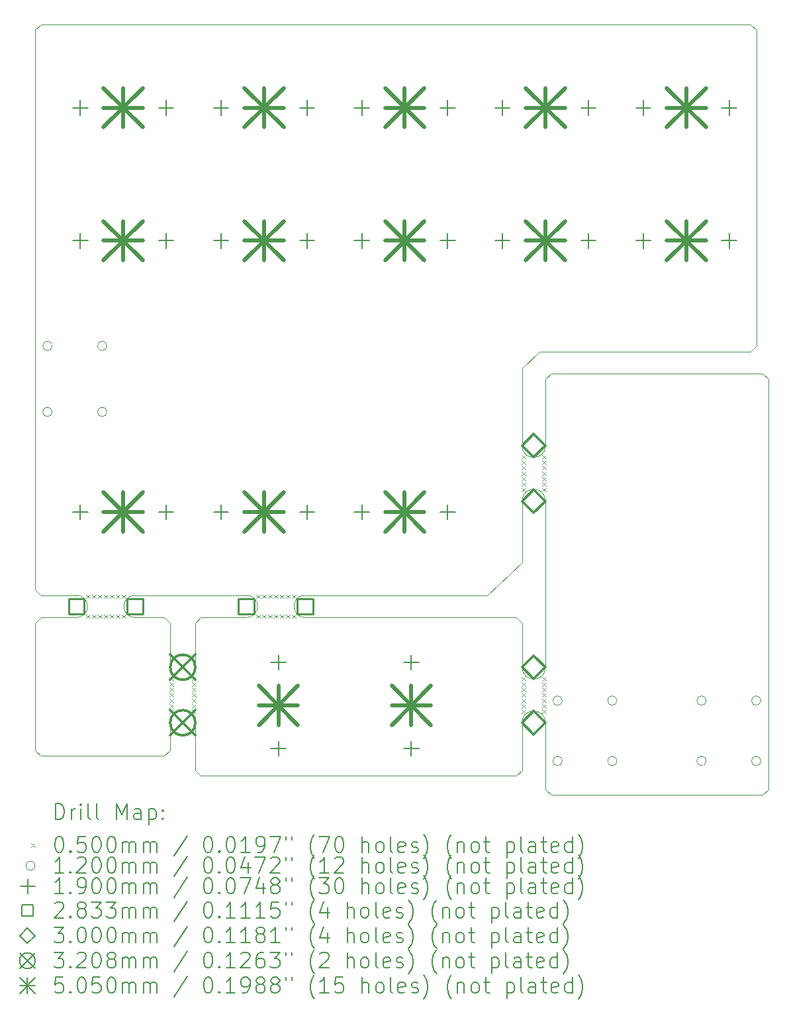
<source format=gbr>
%TF.GenerationSoftware,KiCad,Pcbnew,9.0.2*%
%TF.CreationDate,2026-01-27T22:30:16+01:00*%
%TF.ProjectId,obiwanstenobit,6f626977-616e-4737-9465-6e6f6269742e,rev?*%
%TF.SameCoordinates,Original*%
%TF.FileFunction,Drillmap*%
%TF.FilePolarity,Positive*%
%FSLAX45Y45*%
G04 Gerber Fmt 4.5, Leading zero omitted, Abs format (unit mm)*
G04 Created by KiCad (PCBNEW 9.0.2) date 2026-01-27 22:30:16*
%MOMM*%
%LPD*%
G01*
G04 APERTURE LIST*
%ADD10C,0.050000*%
%ADD11C,0.200000*%
%ADD12C,0.100000*%
%ADD13C,0.120000*%
%ADD14C,0.190000*%
%ADD15C,0.283300*%
%ADD16C,0.300000*%
%ADD17C,0.320800*%
%ADD18C,0.505000*%
G04 APERTURE END LIST*
D10*
X17400000Y-7862496D02*
X17325000Y-7933330D01*
X10875000Y-10695828D02*
X11325000Y-10695828D01*
X17025000Y-9491662D02*
G75*
G02*
X17325000Y-9491662I150000J0D01*
G01*
X14250000Y-10979162D02*
G75*
G02*
X14250000Y-10695819I0J141672D01*
G01*
X10800000Y-11049995D02*
X10875000Y-10979162D01*
X17325000Y-11616661D02*
G75*
G02*
X17025000Y-11616661I-150000J0D01*
G01*
X17325000Y-7933330D02*
X17325000Y-8783329D01*
X17025000Y-7791663D02*
X17250000Y-7579163D01*
X17025000Y-11054162D02*
X17025000Y-11616661D01*
X12845835Y-11054162D02*
X12845835Y-11616661D01*
X12450000Y-12749994D02*
X10875000Y-12749994D01*
X19950000Y-7579163D02*
X17250000Y-7579163D01*
X10800000Y-3470832D02*
X10800000Y-10624995D01*
X20100000Y-7862496D02*
X20175000Y-7933330D01*
X12525000Y-12679161D02*
X12525000Y-12324994D01*
X10875000Y-12749994D02*
X10800000Y-12679161D01*
X12525000Y-12324994D02*
G75*
G02*
X12845835Y-12324994I160418J0D01*
G01*
X10800000Y-3470832D02*
X10875000Y-3399998D01*
X16954167Y-13004161D02*
X17025000Y-12929161D01*
X17025000Y-10270829D02*
X17025000Y-9491662D01*
X12845835Y-11616661D02*
G75*
G02*
X12525000Y-11616661I-160418J0D01*
G01*
X12525000Y-12679161D02*
X12450000Y-12749994D01*
X17325000Y-11616661D02*
X17325000Y-9491662D01*
X17025000Y-12324994D02*
G75*
G02*
X17325000Y-12324994I150000J0D01*
G01*
X19950000Y-3399998D02*
X10875000Y-3399998D01*
X17325000Y-8783329D02*
G75*
G02*
X17025000Y-8783329I-150000J0D01*
G01*
X13500000Y-10695828D02*
G75*
G02*
X13500000Y-10979152I0J-141662D01*
G01*
X10800000Y-12679161D02*
X10800000Y-11049995D01*
X17025000Y-12929161D02*
X17025000Y-12324994D01*
X19950000Y-3399998D02*
X20025000Y-3470832D01*
X12916669Y-10979162D02*
X13500000Y-10979162D01*
X12525000Y-11049995D02*
X12525000Y-11616661D01*
X12916669Y-13004161D02*
X12845835Y-12929161D01*
X19950000Y-7579163D02*
X20025000Y-7508330D01*
X16575000Y-10695828D02*
X14250000Y-10695828D01*
X12845835Y-12929161D02*
X12845835Y-12324994D01*
X14250000Y-10979162D02*
X16954167Y-10979162D01*
X16575000Y-10695828D02*
X17025000Y-10270829D01*
X10875000Y-10979162D02*
X11325000Y-10979152D01*
X16954167Y-13004161D02*
X12916669Y-13004161D01*
X17025000Y-11054162D02*
X16954167Y-10979162D01*
X20175000Y-13174994D02*
X20175000Y-7933330D01*
X12450000Y-10979162D02*
X12525000Y-11049995D01*
X12075000Y-10979162D02*
X12450000Y-10979162D01*
X17325000Y-13174994D02*
X17400000Y-13245827D01*
X20100000Y-13245827D02*
X20175000Y-13174994D01*
X17400000Y-13245827D02*
X20100000Y-13245827D01*
X17025000Y-7791663D02*
X17025000Y-8783329D01*
X13500000Y-10695828D02*
X12075000Y-10695828D01*
X20100000Y-7862496D02*
X17400000Y-7862496D01*
X11325000Y-10695828D02*
G75*
G02*
X11325000Y-10979152I0J-141662D01*
G01*
X12845835Y-11054162D02*
X12916669Y-10979162D01*
X10875000Y-10695828D02*
X10800000Y-10624995D01*
X12075000Y-10979162D02*
G75*
G02*
X12075000Y-10695819I0J141672D01*
G01*
X17325000Y-13174994D02*
X17325000Y-12324994D01*
X20025000Y-3470832D02*
X20025000Y-7508330D01*
D11*
D12*
X11446400Y-10685495D02*
X11496400Y-10735495D01*
X11496400Y-10685495D02*
X11446400Y-10735495D01*
X11446400Y-10939495D02*
X11496400Y-10989495D01*
X11496400Y-10939495D02*
X11446400Y-10989495D01*
X11522600Y-10685495D02*
X11572600Y-10735495D01*
X11572600Y-10685495D02*
X11522600Y-10735495D01*
X11522600Y-10939495D02*
X11572600Y-10989495D01*
X11572600Y-10939495D02*
X11522600Y-10989495D01*
X11598800Y-10685495D02*
X11648800Y-10735495D01*
X11648800Y-10685495D02*
X11598800Y-10735495D01*
X11598800Y-10939495D02*
X11648800Y-10989495D01*
X11648800Y-10939495D02*
X11598800Y-10989495D01*
X11675000Y-10685495D02*
X11725000Y-10735495D01*
X11725000Y-10685495D02*
X11675000Y-10735495D01*
X11675000Y-10939495D02*
X11725000Y-10989495D01*
X11725000Y-10939495D02*
X11675000Y-10989495D01*
X11751200Y-10685495D02*
X11801200Y-10735495D01*
X11801200Y-10685495D02*
X11751200Y-10735495D01*
X11751200Y-10939495D02*
X11801200Y-10989495D01*
X11801200Y-10939495D02*
X11751200Y-10989495D01*
X11827400Y-10685495D02*
X11877400Y-10735495D01*
X11877400Y-10685495D02*
X11827400Y-10735495D01*
X11827400Y-10939495D02*
X11877400Y-10989495D01*
X11877400Y-10939495D02*
X11827400Y-10989495D01*
X11903600Y-10685495D02*
X11953600Y-10735495D01*
X11953600Y-10685495D02*
X11903600Y-10735495D01*
X11903600Y-10939495D02*
X11953600Y-10989495D01*
X11953600Y-10939495D02*
X11903600Y-10989495D01*
X12517000Y-11735828D02*
X12567000Y-11785828D01*
X12567000Y-11735828D02*
X12517000Y-11785828D01*
X12517000Y-11805828D02*
X12567000Y-11855828D01*
X12567000Y-11805828D02*
X12517000Y-11855828D01*
X12517000Y-11875828D02*
X12567000Y-11925828D01*
X12567000Y-11875828D02*
X12517000Y-11925828D01*
X12517000Y-11945828D02*
X12567000Y-11995828D01*
X12567000Y-11945828D02*
X12517000Y-11995828D01*
X12517000Y-12015828D02*
X12567000Y-12065828D01*
X12567000Y-12015828D02*
X12517000Y-12065828D01*
X12517000Y-12085828D02*
X12567000Y-12135828D01*
X12567000Y-12085828D02*
X12517000Y-12135828D01*
X12517000Y-12155828D02*
X12567000Y-12205828D01*
X12567000Y-12155828D02*
X12517000Y-12205828D01*
X12803800Y-11735828D02*
X12853800Y-11785828D01*
X12853800Y-11735828D02*
X12803800Y-11785828D01*
X12803800Y-11805828D02*
X12853800Y-11855828D01*
X12853800Y-11805828D02*
X12803800Y-11855828D01*
X12803800Y-11875828D02*
X12853800Y-11925828D01*
X12853800Y-11875828D02*
X12803800Y-11925828D01*
X12803800Y-11945828D02*
X12853800Y-11995828D01*
X12853800Y-11945828D02*
X12803800Y-11995828D01*
X12803800Y-12015828D02*
X12853800Y-12065828D01*
X12853800Y-12015828D02*
X12803800Y-12065828D01*
X12803800Y-12085828D02*
X12853800Y-12135828D01*
X12853800Y-12085828D02*
X12803800Y-12135828D01*
X12803800Y-12155828D02*
X12853800Y-12205828D01*
X12853800Y-12155828D02*
X12803800Y-12205828D01*
X13621400Y-10685495D02*
X13671400Y-10735495D01*
X13671400Y-10685495D02*
X13621400Y-10735495D01*
X13621400Y-10939495D02*
X13671400Y-10989495D01*
X13671400Y-10939495D02*
X13621400Y-10989495D01*
X13697600Y-10685495D02*
X13747600Y-10735495D01*
X13747600Y-10685495D02*
X13697600Y-10735495D01*
X13697600Y-10939495D02*
X13747600Y-10989495D01*
X13747600Y-10939495D02*
X13697600Y-10989495D01*
X13773800Y-10685495D02*
X13823800Y-10735495D01*
X13823800Y-10685495D02*
X13773800Y-10735495D01*
X13773800Y-10939495D02*
X13823800Y-10989495D01*
X13823800Y-10939495D02*
X13773800Y-10989495D01*
X13850000Y-10685495D02*
X13900000Y-10735495D01*
X13900000Y-10685495D02*
X13850000Y-10735495D01*
X13850000Y-10939495D02*
X13900000Y-10989495D01*
X13900000Y-10939495D02*
X13850000Y-10989495D01*
X13926200Y-10685495D02*
X13976200Y-10735495D01*
X13976200Y-10685495D02*
X13926200Y-10735495D01*
X13926200Y-10939495D02*
X13976200Y-10989495D01*
X13976200Y-10939495D02*
X13926200Y-10989495D01*
X14002400Y-10685495D02*
X14052400Y-10735495D01*
X14052400Y-10685495D02*
X14002400Y-10735495D01*
X14002400Y-10939495D02*
X14052400Y-10989495D01*
X14052400Y-10939495D02*
X14002400Y-10989495D01*
X14078600Y-10685495D02*
X14128600Y-10735495D01*
X14128600Y-10685495D02*
X14078600Y-10735495D01*
X14078600Y-10939495D02*
X14128600Y-10989495D01*
X14128600Y-10939495D02*
X14078600Y-10989495D01*
X17017000Y-8902496D02*
X17067000Y-8952496D01*
X17067000Y-8902496D02*
X17017000Y-8952496D01*
X17017000Y-8972496D02*
X17067000Y-9022496D01*
X17067000Y-8972496D02*
X17017000Y-9022496D01*
X17017000Y-9042496D02*
X17067000Y-9092496D01*
X17067000Y-9042496D02*
X17017000Y-9092496D01*
X17017000Y-9112496D02*
X17067000Y-9162496D01*
X17067000Y-9112496D02*
X17017000Y-9162496D01*
X17017000Y-9182496D02*
X17067000Y-9232496D01*
X17067000Y-9182496D02*
X17017000Y-9232496D01*
X17017000Y-9252496D02*
X17067000Y-9302496D01*
X17067000Y-9252496D02*
X17017000Y-9302496D01*
X17017000Y-9322496D02*
X17067000Y-9372496D01*
X17067000Y-9322496D02*
X17017000Y-9372496D01*
X17017000Y-11735828D02*
X17067000Y-11785828D01*
X17067000Y-11735828D02*
X17017000Y-11785828D01*
X17017000Y-11805828D02*
X17067000Y-11855828D01*
X17067000Y-11805828D02*
X17017000Y-11855828D01*
X17017000Y-11875828D02*
X17067000Y-11925828D01*
X17067000Y-11875828D02*
X17017000Y-11925828D01*
X17017000Y-11945828D02*
X17067000Y-11995828D01*
X17067000Y-11945828D02*
X17017000Y-11995828D01*
X17017000Y-12015828D02*
X17067000Y-12065828D01*
X17067000Y-12015828D02*
X17017000Y-12065828D01*
X17017000Y-12085828D02*
X17067000Y-12135828D01*
X17067000Y-12085828D02*
X17017000Y-12135828D01*
X17017000Y-12155828D02*
X17067000Y-12205828D01*
X17067000Y-12155828D02*
X17017000Y-12205828D01*
X17283000Y-8902496D02*
X17333000Y-8952496D01*
X17333000Y-8902496D02*
X17283000Y-8952496D01*
X17283000Y-8972496D02*
X17333000Y-9022496D01*
X17333000Y-8972496D02*
X17283000Y-9022496D01*
X17283000Y-9042496D02*
X17333000Y-9092496D01*
X17333000Y-9042496D02*
X17283000Y-9092496D01*
X17283000Y-9112496D02*
X17333000Y-9162496D01*
X17333000Y-9112496D02*
X17283000Y-9162496D01*
X17283000Y-9182496D02*
X17333000Y-9232496D01*
X17333000Y-9182496D02*
X17283000Y-9232496D01*
X17283000Y-9252496D02*
X17333000Y-9302496D01*
X17333000Y-9252496D02*
X17283000Y-9302496D01*
X17283000Y-9322496D02*
X17333000Y-9372496D01*
X17333000Y-9322496D02*
X17283000Y-9372496D01*
X17283000Y-11735828D02*
X17333000Y-11785828D01*
X17333000Y-11735828D02*
X17283000Y-11785828D01*
X17283000Y-11805828D02*
X17333000Y-11855828D01*
X17333000Y-11805828D02*
X17283000Y-11855828D01*
X17283000Y-11875828D02*
X17333000Y-11925828D01*
X17333000Y-11875828D02*
X17283000Y-11925828D01*
X17283000Y-11945828D02*
X17333000Y-11995828D01*
X17333000Y-11945828D02*
X17283000Y-11995828D01*
X17283000Y-12015828D02*
X17333000Y-12065828D01*
X17333000Y-12015828D02*
X17283000Y-12065828D01*
X17283000Y-12085828D02*
X17333000Y-12135828D01*
X17333000Y-12085828D02*
X17283000Y-12135828D01*
X17283000Y-12155828D02*
X17333000Y-12205828D01*
X17333000Y-12155828D02*
X17283000Y-12205828D01*
D13*
X11014500Y-7508330D02*
G75*
G02*
X10894500Y-7508330I-60000J0D01*
G01*
X10894500Y-7508330D02*
G75*
G02*
X11014500Y-7508330I60000J0D01*
G01*
X11014500Y-8351163D02*
G75*
G02*
X10894500Y-8351163I-60000J0D01*
G01*
X10894500Y-8351163D02*
G75*
G02*
X11014500Y-8351163I60000J0D01*
G01*
X11714500Y-7508330D02*
G75*
G02*
X11594500Y-7508330I-60000J0D01*
G01*
X11594500Y-7508330D02*
G75*
G02*
X11714500Y-7508330I60000J0D01*
G01*
X11714500Y-8351163D02*
G75*
G02*
X11594500Y-8351163I-60000J0D01*
G01*
X11594500Y-8351163D02*
G75*
G02*
X11714500Y-8351163I60000J0D01*
G01*
X17539500Y-12041661D02*
G75*
G02*
X17419500Y-12041661I-60000J0D01*
G01*
X17419500Y-12041661D02*
G75*
G02*
X17539500Y-12041661I60000J0D01*
G01*
X17539500Y-12813661D02*
G75*
G02*
X17419500Y-12813661I-60000J0D01*
G01*
X17419500Y-12813661D02*
G75*
G02*
X17539500Y-12813661I60000J0D01*
G01*
X18239500Y-12041661D02*
G75*
G02*
X18119500Y-12041661I-60000J0D01*
G01*
X18119500Y-12041661D02*
G75*
G02*
X18239500Y-12041661I60000J0D01*
G01*
X18239500Y-12813661D02*
G75*
G02*
X18119500Y-12813661I-60000J0D01*
G01*
X18119500Y-12813661D02*
G75*
G02*
X18239500Y-12813661I60000J0D01*
G01*
X19380500Y-12041661D02*
G75*
G02*
X19260500Y-12041661I-60000J0D01*
G01*
X19260500Y-12041661D02*
G75*
G02*
X19380500Y-12041661I60000J0D01*
G01*
X19380500Y-12813661D02*
G75*
G02*
X19260500Y-12813661I-60000J0D01*
G01*
X19260500Y-12813661D02*
G75*
G02*
X19380500Y-12813661I60000J0D01*
G01*
X20080500Y-12041661D02*
G75*
G02*
X19960500Y-12041661I-60000J0D01*
G01*
X19960500Y-12041661D02*
G75*
G02*
X20080500Y-12041661I60000J0D01*
G01*
X20080500Y-12813661D02*
G75*
G02*
X19960500Y-12813661I-60000J0D01*
G01*
X19960500Y-12813661D02*
G75*
G02*
X20080500Y-12813661I60000J0D01*
G01*
D14*
X11375000Y-4367498D02*
X11375000Y-4557498D01*
X11280000Y-4462498D02*
X11470000Y-4462498D01*
X11375000Y-6067497D02*
X11375000Y-6257497D01*
X11280000Y-6162497D02*
X11470000Y-6162497D01*
X11375000Y-9538329D02*
X11375000Y-9728329D01*
X11280000Y-9633329D02*
X11470000Y-9633329D01*
X12475000Y-4367498D02*
X12475000Y-4557498D01*
X12380000Y-4462498D02*
X12570000Y-4462498D01*
X12475000Y-6067497D02*
X12475000Y-6257497D01*
X12380000Y-6162497D02*
X12570000Y-6162497D01*
X12475000Y-9538329D02*
X12475000Y-9728329D01*
X12380000Y-9633329D02*
X12570000Y-9633329D01*
X13175000Y-4367498D02*
X13175000Y-4557498D01*
X13080000Y-4462498D02*
X13270000Y-4462498D01*
X13175000Y-6067497D02*
X13175000Y-6257497D01*
X13080000Y-6162497D02*
X13270000Y-6162497D01*
X13175000Y-9538329D02*
X13175000Y-9728329D01*
X13080000Y-9633329D02*
X13270000Y-9633329D01*
X13908335Y-11459161D02*
X13908335Y-11649161D01*
X13813335Y-11554161D02*
X14003335Y-11554161D01*
X13908335Y-12559161D02*
X13908335Y-12749161D01*
X13813335Y-12654161D02*
X14003335Y-12654161D01*
X14275000Y-4367498D02*
X14275000Y-4557498D01*
X14180000Y-4462498D02*
X14370000Y-4462498D01*
X14275000Y-6067497D02*
X14275000Y-6257497D01*
X14180000Y-6162497D02*
X14370000Y-6162497D01*
X14275000Y-9538329D02*
X14275000Y-9728329D01*
X14180000Y-9633329D02*
X14370000Y-9633329D01*
X14975000Y-4367498D02*
X14975000Y-4557498D01*
X14880000Y-4462498D02*
X15070000Y-4462498D01*
X14975000Y-6067497D02*
X14975000Y-6257497D01*
X14880000Y-6162497D02*
X15070000Y-6162497D01*
X14975000Y-9538329D02*
X14975000Y-9728329D01*
X14880000Y-9633329D02*
X15070000Y-9633329D01*
X15608334Y-11459161D02*
X15608334Y-11649161D01*
X15513334Y-11554161D02*
X15703334Y-11554161D01*
X15608334Y-12559161D02*
X15608334Y-12749161D01*
X15513334Y-12654161D02*
X15703334Y-12654161D01*
X16075000Y-4367498D02*
X16075000Y-4557498D01*
X15980000Y-4462498D02*
X16170000Y-4462498D01*
X16075000Y-6067497D02*
X16075000Y-6257497D01*
X15980000Y-6162497D02*
X16170000Y-6162497D01*
X16075000Y-9538329D02*
X16075000Y-9728329D01*
X15980000Y-9633329D02*
X16170000Y-9633329D01*
X16775000Y-4367498D02*
X16775000Y-4557498D01*
X16680000Y-4462498D02*
X16870000Y-4462498D01*
X16775000Y-6067497D02*
X16775000Y-6257497D01*
X16680000Y-6162497D02*
X16870000Y-6162497D01*
X17875000Y-4367498D02*
X17875000Y-4557498D01*
X17780000Y-4462498D02*
X17970000Y-4462498D01*
X17875000Y-6067497D02*
X17875000Y-6257497D01*
X17780000Y-6162497D02*
X17970000Y-6162497D01*
X18575000Y-4367498D02*
X18575000Y-4557498D01*
X18480000Y-4462498D02*
X18670000Y-4462498D01*
X18575000Y-6067497D02*
X18575000Y-6257497D01*
X18480000Y-6162497D02*
X18670000Y-6162497D01*
X19675000Y-4367498D02*
X19675000Y-4557498D01*
X19580000Y-4462498D02*
X19770000Y-4462498D01*
X19675000Y-6067497D02*
X19675000Y-6257497D01*
X19580000Y-6162497D02*
X19770000Y-6162497D01*
D15*
X11425163Y-10937658D02*
X11425163Y-10737332D01*
X11224837Y-10737332D01*
X11224837Y-10937658D01*
X11425163Y-10937658D01*
X12175163Y-10937658D02*
X12175163Y-10737332D01*
X11974837Y-10737332D01*
X11974837Y-10937658D01*
X12175163Y-10937658D01*
X13600163Y-10937658D02*
X13600163Y-10737332D01*
X13399837Y-10737332D01*
X13399837Y-10937658D01*
X13600163Y-10937658D01*
X14350163Y-10937658D02*
X14350163Y-10737332D01*
X14149837Y-10737332D01*
X14149837Y-10937658D01*
X14350163Y-10937658D01*
D16*
X17175000Y-8931896D02*
X17325000Y-8781896D01*
X17175000Y-8631896D01*
X17025000Y-8781896D01*
X17175000Y-8931896D01*
X17175000Y-9641646D02*
X17325000Y-9491646D01*
X17175000Y-9341646D01*
X17025000Y-9491646D01*
X17175000Y-9641646D01*
X17175000Y-11765228D02*
X17325000Y-11615228D01*
X17175000Y-11465228D01*
X17025000Y-11615228D01*
X17175000Y-11765228D01*
X17175000Y-12474978D02*
X17325000Y-12324978D01*
X17175000Y-12174978D01*
X17025000Y-12324978D01*
X17175000Y-12474978D01*
D17*
X12525000Y-11454828D02*
X12845800Y-11775628D01*
X12845800Y-11454828D02*
X12525000Y-11775628D01*
X12845800Y-11615228D02*
G75*
G02*
X12525000Y-11615228I-160400J0D01*
G01*
X12525000Y-11615228D02*
G75*
G02*
X12845800Y-11615228I160400J0D01*
G01*
X12525000Y-12164578D02*
X12845800Y-12485378D01*
X12845800Y-12164578D02*
X12525000Y-12485378D01*
X12845800Y-12324978D02*
G75*
G02*
X12525000Y-12324978I-160400J0D01*
G01*
X12525000Y-12324978D02*
G75*
G02*
X12845800Y-12324978I160400J0D01*
G01*
D18*
X11672500Y-4209998D02*
X12177500Y-4714998D01*
X12177500Y-4209998D02*
X11672500Y-4714998D01*
X11925000Y-4209998D02*
X11925000Y-4714998D01*
X11672500Y-4462498D02*
X12177500Y-4462498D01*
X11672500Y-5909997D02*
X12177500Y-6414997D01*
X12177500Y-5909997D02*
X11672500Y-6414997D01*
X11925000Y-5909997D02*
X11925000Y-6414997D01*
X11672500Y-6162497D02*
X12177500Y-6162497D01*
X11672500Y-9380829D02*
X12177500Y-9885829D01*
X12177500Y-9380829D02*
X11672500Y-9885829D01*
X11925000Y-9380829D02*
X11925000Y-9885829D01*
X11672500Y-9633329D02*
X12177500Y-9633329D01*
X13472500Y-4209998D02*
X13977500Y-4714998D01*
X13977500Y-4209998D02*
X13472500Y-4714998D01*
X13725000Y-4209998D02*
X13725000Y-4714998D01*
X13472500Y-4462498D02*
X13977500Y-4462498D01*
X13472500Y-5909997D02*
X13977500Y-6414997D01*
X13977500Y-5909997D02*
X13472500Y-6414997D01*
X13725000Y-5909997D02*
X13725000Y-6414997D01*
X13472500Y-6162497D02*
X13977500Y-6162497D01*
X13472500Y-9380829D02*
X13977500Y-9885829D01*
X13977500Y-9380829D02*
X13472500Y-9885829D01*
X13725000Y-9380829D02*
X13725000Y-9885829D01*
X13472500Y-9633329D02*
X13977500Y-9633329D01*
X13655835Y-11851661D02*
X14160835Y-12356661D01*
X14160835Y-11851661D02*
X13655835Y-12356661D01*
X13908335Y-11851661D02*
X13908335Y-12356661D01*
X13655835Y-12104161D02*
X14160835Y-12104161D01*
X15272500Y-4209998D02*
X15777500Y-4714998D01*
X15777500Y-4209998D02*
X15272500Y-4714998D01*
X15525000Y-4209998D02*
X15525000Y-4714998D01*
X15272500Y-4462498D02*
X15777500Y-4462498D01*
X15272500Y-5909997D02*
X15777500Y-6414997D01*
X15777500Y-5909997D02*
X15272500Y-6414997D01*
X15525000Y-5909997D02*
X15525000Y-6414997D01*
X15272500Y-6162497D02*
X15777500Y-6162497D01*
X15272500Y-9380829D02*
X15777500Y-9885829D01*
X15777500Y-9380829D02*
X15272500Y-9885829D01*
X15525000Y-9380829D02*
X15525000Y-9885829D01*
X15272500Y-9633329D02*
X15777500Y-9633329D01*
X15355834Y-11851661D02*
X15860834Y-12356661D01*
X15860834Y-11851661D02*
X15355834Y-12356661D01*
X15608334Y-11851661D02*
X15608334Y-12356661D01*
X15355834Y-12104161D02*
X15860834Y-12104161D01*
X17072500Y-4209998D02*
X17577500Y-4714998D01*
X17577500Y-4209998D02*
X17072500Y-4714998D01*
X17325000Y-4209998D02*
X17325000Y-4714998D01*
X17072500Y-4462498D02*
X17577500Y-4462498D01*
X17072500Y-5909997D02*
X17577500Y-6414997D01*
X17577500Y-5909997D02*
X17072500Y-6414997D01*
X17325000Y-5909997D02*
X17325000Y-6414997D01*
X17072500Y-6162497D02*
X17577500Y-6162497D01*
X18872500Y-4209998D02*
X19377500Y-4714998D01*
X19377500Y-4209998D02*
X18872500Y-4714998D01*
X19125000Y-4209998D02*
X19125000Y-4714998D01*
X18872500Y-4462498D02*
X19377500Y-4462498D01*
X18872500Y-5909997D02*
X19377500Y-6414997D01*
X19377500Y-5909997D02*
X18872500Y-6414997D01*
X19125000Y-5909997D02*
X19125000Y-6414997D01*
X18872500Y-6162497D02*
X19377500Y-6162497D01*
D11*
X11058277Y-13559811D02*
X11058277Y-13359811D01*
X11058277Y-13359811D02*
X11105896Y-13359811D01*
X11105896Y-13359811D02*
X11134467Y-13369335D01*
X11134467Y-13369335D02*
X11153515Y-13388382D01*
X11153515Y-13388382D02*
X11163039Y-13407430D01*
X11163039Y-13407430D02*
X11172563Y-13445525D01*
X11172563Y-13445525D02*
X11172563Y-13474097D01*
X11172563Y-13474097D02*
X11163039Y-13512192D01*
X11163039Y-13512192D02*
X11153515Y-13531239D01*
X11153515Y-13531239D02*
X11134467Y-13550287D01*
X11134467Y-13550287D02*
X11105896Y-13559811D01*
X11105896Y-13559811D02*
X11058277Y-13559811D01*
X11258277Y-13559811D02*
X11258277Y-13426477D01*
X11258277Y-13464573D02*
X11267801Y-13445525D01*
X11267801Y-13445525D02*
X11277324Y-13436001D01*
X11277324Y-13436001D02*
X11296372Y-13426477D01*
X11296372Y-13426477D02*
X11315420Y-13426477D01*
X11382086Y-13559811D02*
X11382086Y-13426477D01*
X11382086Y-13359811D02*
X11372562Y-13369335D01*
X11372562Y-13369335D02*
X11382086Y-13378858D01*
X11382086Y-13378858D02*
X11391610Y-13369335D01*
X11391610Y-13369335D02*
X11382086Y-13359811D01*
X11382086Y-13359811D02*
X11382086Y-13378858D01*
X11505896Y-13559811D02*
X11486848Y-13550287D01*
X11486848Y-13550287D02*
X11477324Y-13531239D01*
X11477324Y-13531239D02*
X11477324Y-13359811D01*
X11610658Y-13559811D02*
X11591610Y-13550287D01*
X11591610Y-13550287D02*
X11582086Y-13531239D01*
X11582086Y-13531239D02*
X11582086Y-13359811D01*
X11839229Y-13559811D02*
X11839229Y-13359811D01*
X11839229Y-13359811D02*
X11905896Y-13502668D01*
X11905896Y-13502668D02*
X11972562Y-13359811D01*
X11972562Y-13359811D02*
X11972562Y-13559811D01*
X12153515Y-13559811D02*
X12153515Y-13455049D01*
X12153515Y-13455049D02*
X12143991Y-13436001D01*
X12143991Y-13436001D02*
X12124943Y-13426477D01*
X12124943Y-13426477D02*
X12086848Y-13426477D01*
X12086848Y-13426477D02*
X12067801Y-13436001D01*
X12153515Y-13550287D02*
X12134467Y-13559811D01*
X12134467Y-13559811D02*
X12086848Y-13559811D01*
X12086848Y-13559811D02*
X12067801Y-13550287D01*
X12067801Y-13550287D02*
X12058277Y-13531239D01*
X12058277Y-13531239D02*
X12058277Y-13512192D01*
X12058277Y-13512192D02*
X12067801Y-13493144D01*
X12067801Y-13493144D02*
X12086848Y-13483620D01*
X12086848Y-13483620D02*
X12134467Y-13483620D01*
X12134467Y-13483620D02*
X12153515Y-13474097D01*
X12248753Y-13426477D02*
X12248753Y-13626477D01*
X12248753Y-13436001D02*
X12267801Y-13426477D01*
X12267801Y-13426477D02*
X12305896Y-13426477D01*
X12305896Y-13426477D02*
X12324943Y-13436001D01*
X12324943Y-13436001D02*
X12334467Y-13445525D01*
X12334467Y-13445525D02*
X12343991Y-13464573D01*
X12343991Y-13464573D02*
X12343991Y-13521716D01*
X12343991Y-13521716D02*
X12334467Y-13540763D01*
X12334467Y-13540763D02*
X12324943Y-13550287D01*
X12324943Y-13550287D02*
X12305896Y-13559811D01*
X12305896Y-13559811D02*
X12267801Y-13559811D01*
X12267801Y-13559811D02*
X12248753Y-13550287D01*
X12429705Y-13540763D02*
X12439229Y-13550287D01*
X12439229Y-13550287D02*
X12429705Y-13559811D01*
X12429705Y-13559811D02*
X12420182Y-13550287D01*
X12420182Y-13550287D02*
X12429705Y-13540763D01*
X12429705Y-13540763D02*
X12429705Y-13559811D01*
X12429705Y-13436001D02*
X12439229Y-13445525D01*
X12439229Y-13445525D02*
X12429705Y-13455049D01*
X12429705Y-13455049D02*
X12420182Y-13445525D01*
X12420182Y-13445525D02*
X12429705Y-13436001D01*
X12429705Y-13436001D02*
X12429705Y-13455049D01*
D12*
X10747500Y-13863327D02*
X10797500Y-13913327D01*
X10797500Y-13863327D02*
X10747500Y-13913327D01*
D11*
X11096372Y-13779811D02*
X11115420Y-13779811D01*
X11115420Y-13779811D02*
X11134467Y-13789335D01*
X11134467Y-13789335D02*
X11143991Y-13798858D01*
X11143991Y-13798858D02*
X11153515Y-13817906D01*
X11153515Y-13817906D02*
X11163039Y-13856001D01*
X11163039Y-13856001D02*
X11163039Y-13903620D01*
X11163039Y-13903620D02*
X11153515Y-13941716D01*
X11153515Y-13941716D02*
X11143991Y-13960763D01*
X11143991Y-13960763D02*
X11134467Y-13970287D01*
X11134467Y-13970287D02*
X11115420Y-13979811D01*
X11115420Y-13979811D02*
X11096372Y-13979811D01*
X11096372Y-13979811D02*
X11077324Y-13970287D01*
X11077324Y-13970287D02*
X11067801Y-13960763D01*
X11067801Y-13960763D02*
X11058277Y-13941716D01*
X11058277Y-13941716D02*
X11048753Y-13903620D01*
X11048753Y-13903620D02*
X11048753Y-13856001D01*
X11048753Y-13856001D02*
X11058277Y-13817906D01*
X11058277Y-13817906D02*
X11067801Y-13798858D01*
X11067801Y-13798858D02*
X11077324Y-13789335D01*
X11077324Y-13789335D02*
X11096372Y-13779811D01*
X11248753Y-13960763D02*
X11258277Y-13970287D01*
X11258277Y-13970287D02*
X11248753Y-13979811D01*
X11248753Y-13979811D02*
X11239229Y-13970287D01*
X11239229Y-13970287D02*
X11248753Y-13960763D01*
X11248753Y-13960763D02*
X11248753Y-13979811D01*
X11439229Y-13779811D02*
X11343991Y-13779811D01*
X11343991Y-13779811D02*
X11334467Y-13875049D01*
X11334467Y-13875049D02*
X11343991Y-13865525D01*
X11343991Y-13865525D02*
X11363039Y-13856001D01*
X11363039Y-13856001D02*
X11410658Y-13856001D01*
X11410658Y-13856001D02*
X11429705Y-13865525D01*
X11429705Y-13865525D02*
X11439229Y-13875049D01*
X11439229Y-13875049D02*
X11448753Y-13894097D01*
X11448753Y-13894097D02*
X11448753Y-13941716D01*
X11448753Y-13941716D02*
X11439229Y-13960763D01*
X11439229Y-13960763D02*
X11429705Y-13970287D01*
X11429705Y-13970287D02*
X11410658Y-13979811D01*
X11410658Y-13979811D02*
X11363039Y-13979811D01*
X11363039Y-13979811D02*
X11343991Y-13970287D01*
X11343991Y-13970287D02*
X11334467Y-13960763D01*
X11572562Y-13779811D02*
X11591610Y-13779811D01*
X11591610Y-13779811D02*
X11610658Y-13789335D01*
X11610658Y-13789335D02*
X11620182Y-13798858D01*
X11620182Y-13798858D02*
X11629705Y-13817906D01*
X11629705Y-13817906D02*
X11639229Y-13856001D01*
X11639229Y-13856001D02*
X11639229Y-13903620D01*
X11639229Y-13903620D02*
X11629705Y-13941716D01*
X11629705Y-13941716D02*
X11620182Y-13960763D01*
X11620182Y-13960763D02*
X11610658Y-13970287D01*
X11610658Y-13970287D02*
X11591610Y-13979811D01*
X11591610Y-13979811D02*
X11572562Y-13979811D01*
X11572562Y-13979811D02*
X11553515Y-13970287D01*
X11553515Y-13970287D02*
X11543991Y-13960763D01*
X11543991Y-13960763D02*
X11534467Y-13941716D01*
X11534467Y-13941716D02*
X11524943Y-13903620D01*
X11524943Y-13903620D02*
X11524943Y-13856001D01*
X11524943Y-13856001D02*
X11534467Y-13817906D01*
X11534467Y-13817906D02*
X11543991Y-13798858D01*
X11543991Y-13798858D02*
X11553515Y-13789335D01*
X11553515Y-13789335D02*
X11572562Y-13779811D01*
X11763039Y-13779811D02*
X11782086Y-13779811D01*
X11782086Y-13779811D02*
X11801134Y-13789335D01*
X11801134Y-13789335D02*
X11810658Y-13798858D01*
X11810658Y-13798858D02*
X11820182Y-13817906D01*
X11820182Y-13817906D02*
X11829705Y-13856001D01*
X11829705Y-13856001D02*
X11829705Y-13903620D01*
X11829705Y-13903620D02*
X11820182Y-13941716D01*
X11820182Y-13941716D02*
X11810658Y-13960763D01*
X11810658Y-13960763D02*
X11801134Y-13970287D01*
X11801134Y-13970287D02*
X11782086Y-13979811D01*
X11782086Y-13979811D02*
X11763039Y-13979811D01*
X11763039Y-13979811D02*
X11743991Y-13970287D01*
X11743991Y-13970287D02*
X11734467Y-13960763D01*
X11734467Y-13960763D02*
X11724943Y-13941716D01*
X11724943Y-13941716D02*
X11715420Y-13903620D01*
X11715420Y-13903620D02*
X11715420Y-13856001D01*
X11715420Y-13856001D02*
X11724943Y-13817906D01*
X11724943Y-13817906D02*
X11734467Y-13798858D01*
X11734467Y-13798858D02*
X11743991Y-13789335D01*
X11743991Y-13789335D02*
X11763039Y-13779811D01*
X11915420Y-13979811D02*
X11915420Y-13846477D01*
X11915420Y-13865525D02*
X11924943Y-13856001D01*
X11924943Y-13856001D02*
X11943991Y-13846477D01*
X11943991Y-13846477D02*
X11972563Y-13846477D01*
X11972563Y-13846477D02*
X11991610Y-13856001D01*
X11991610Y-13856001D02*
X12001134Y-13875049D01*
X12001134Y-13875049D02*
X12001134Y-13979811D01*
X12001134Y-13875049D02*
X12010658Y-13856001D01*
X12010658Y-13856001D02*
X12029705Y-13846477D01*
X12029705Y-13846477D02*
X12058277Y-13846477D01*
X12058277Y-13846477D02*
X12077324Y-13856001D01*
X12077324Y-13856001D02*
X12086848Y-13875049D01*
X12086848Y-13875049D02*
X12086848Y-13979811D01*
X12182086Y-13979811D02*
X12182086Y-13846477D01*
X12182086Y-13865525D02*
X12191610Y-13856001D01*
X12191610Y-13856001D02*
X12210658Y-13846477D01*
X12210658Y-13846477D02*
X12239229Y-13846477D01*
X12239229Y-13846477D02*
X12258277Y-13856001D01*
X12258277Y-13856001D02*
X12267801Y-13875049D01*
X12267801Y-13875049D02*
X12267801Y-13979811D01*
X12267801Y-13875049D02*
X12277324Y-13856001D01*
X12277324Y-13856001D02*
X12296372Y-13846477D01*
X12296372Y-13846477D02*
X12324943Y-13846477D01*
X12324943Y-13846477D02*
X12343991Y-13856001D01*
X12343991Y-13856001D02*
X12353515Y-13875049D01*
X12353515Y-13875049D02*
X12353515Y-13979811D01*
X12743991Y-13770287D02*
X12572563Y-14027430D01*
X13001134Y-13779811D02*
X13020182Y-13779811D01*
X13020182Y-13779811D02*
X13039229Y-13789335D01*
X13039229Y-13789335D02*
X13048753Y-13798858D01*
X13048753Y-13798858D02*
X13058277Y-13817906D01*
X13058277Y-13817906D02*
X13067801Y-13856001D01*
X13067801Y-13856001D02*
X13067801Y-13903620D01*
X13067801Y-13903620D02*
X13058277Y-13941716D01*
X13058277Y-13941716D02*
X13048753Y-13960763D01*
X13048753Y-13960763D02*
X13039229Y-13970287D01*
X13039229Y-13970287D02*
X13020182Y-13979811D01*
X13020182Y-13979811D02*
X13001134Y-13979811D01*
X13001134Y-13979811D02*
X12982086Y-13970287D01*
X12982086Y-13970287D02*
X12972563Y-13960763D01*
X12972563Y-13960763D02*
X12963039Y-13941716D01*
X12963039Y-13941716D02*
X12953515Y-13903620D01*
X12953515Y-13903620D02*
X12953515Y-13856001D01*
X12953515Y-13856001D02*
X12963039Y-13817906D01*
X12963039Y-13817906D02*
X12972563Y-13798858D01*
X12972563Y-13798858D02*
X12982086Y-13789335D01*
X12982086Y-13789335D02*
X13001134Y-13779811D01*
X13153515Y-13960763D02*
X13163039Y-13970287D01*
X13163039Y-13970287D02*
X13153515Y-13979811D01*
X13153515Y-13979811D02*
X13143991Y-13970287D01*
X13143991Y-13970287D02*
X13153515Y-13960763D01*
X13153515Y-13960763D02*
X13153515Y-13979811D01*
X13286848Y-13779811D02*
X13305896Y-13779811D01*
X13305896Y-13779811D02*
X13324944Y-13789335D01*
X13324944Y-13789335D02*
X13334467Y-13798858D01*
X13334467Y-13798858D02*
X13343991Y-13817906D01*
X13343991Y-13817906D02*
X13353515Y-13856001D01*
X13353515Y-13856001D02*
X13353515Y-13903620D01*
X13353515Y-13903620D02*
X13343991Y-13941716D01*
X13343991Y-13941716D02*
X13334467Y-13960763D01*
X13334467Y-13960763D02*
X13324944Y-13970287D01*
X13324944Y-13970287D02*
X13305896Y-13979811D01*
X13305896Y-13979811D02*
X13286848Y-13979811D01*
X13286848Y-13979811D02*
X13267801Y-13970287D01*
X13267801Y-13970287D02*
X13258277Y-13960763D01*
X13258277Y-13960763D02*
X13248753Y-13941716D01*
X13248753Y-13941716D02*
X13239229Y-13903620D01*
X13239229Y-13903620D02*
X13239229Y-13856001D01*
X13239229Y-13856001D02*
X13248753Y-13817906D01*
X13248753Y-13817906D02*
X13258277Y-13798858D01*
X13258277Y-13798858D02*
X13267801Y-13789335D01*
X13267801Y-13789335D02*
X13286848Y-13779811D01*
X13543991Y-13979811D02*
X13429706Y-13979811D01*
X13486848Y-13979811D02*
X13486848Y-13779811D01*
X13486848Y-13779811D02*
X13467801Y-13808382D01*
X13467801Y-13808382D02*
X13448753Y-13827430D01*
X13448753Y-13827430D02*
X13429706Y-13836954D01*
X13639229Y-13979811D02*
X13677325Y-13979811D01*
X13677325Y-13979811D02*
X13696372Y-13970287D01*
X13696372Y-13970287D02*
X13705896Y-13960763D01*
X13705896Y-13960763D02*
X13724944Y-13932192D01*
X13724944Y-13932192D02*
X13734467Y-13894097D01*
X13734467Y-13894097D02*
X13734467Y-13817906D01*
X13734467Y-13817906D02*
X13724944Y-13798858D01*
X13724944Y-13798858D02*
X13715420Y-13789335D01*
X13715420Y-13789335D02*
X13696372Y-13779811D01*
X13696372Y-13779811D02*
X13658277Y-13779811D01*
X13658277Y-13779811D02*
X13639229Y-13789335D01*
X13639229Y-13789335D02*
X13629706Y-13798858D01*
X13629706Y-13798858D02*
X13620182Y-13817906D01*
X13620182Y-13817906D02*
X13620182Y-13865525D01*
X13620182Y-13865525D02*
X13629706Y-13884573D01*
X13629706Y-13884573D02*
X13639229Y-13894097D01*
X13639229Y-13894097D02*
X13658277Y-13903620D01*
X13658277Y-13903620D02*
X13696372Y-13903620D01*
X13696372Y-13903620D02*
X13715420Y-13894097D01*
X13715420Y-13894097D02*
X13724944Y-13884573D01*
X13724944Y-13884573D02*
X13734467Y-13865525D01*
X13801134Y-13779811D02*
X13934467Y-13779811D01*
X13934467Y-13779811D02*
X13848753Y-13979811D01*
X14001134Y-13779811D02*
X14001134Y-13817906D01*
X14077325Y-13779811D02*
X14077325Y-13817906D01*
X14372563Y-14056001D02*
X14363039Y-14046477D01*
X14363039Y-14046477D02*
X14343991Y-14017906D01*
X14343991Y-14017906D02*
X14334468Y-13998858D01*
X14334468Y-13998858D02*
X14324944Y-13970287D01*
X14324944Y-13970287D02*
X14315420Y-13922668D01*
X14315420Y-13922668D02*
X14315420Y-13884573D01*
X14315420Y-13884573D02*
X14324944Y-13836954D01*
X14324944Y-13836954D02*
X14334468Y-13808382D01*
X14334468Y-13808382D02*
X14343991Y-13789335D01*
X14343991Y-13789335D02*
X14363039Y-13760763D01*
X14363039Y-13760763D02*
X14372563Y-13751239D01*
X14429706Y-13779811D02*
X14563039Y-13779811D01*
X14563039Y-13779811D02*
X14477325Y-13979811D01*
X14677325Y-13779811D02*
X14696372Y-13779811D01*
X14696372Y-13779811D02*
X14715420Y-13789335D01*
X14715420Y-13789335D02*
X14724944Y-13798858D01*
X14724944Y-13798858D02*
X14734468Y-13817906D01*
X14734468Y-13817906D02*
X14743991Y-13856001D01*
X14743991Y-13856001D02*
X14743991Y-13903620D01*
X14743991Y-13903620D02*
X14734468Y-13941716D01*
X14734468Y-13941716D02*
X14724944Y-13960763D01*
X14724944Y-13960763D02*
X14715420Y-13970287D01*
X14715420Y-13970287D02*
X14696372Y-13979811D01*
X14696372Y-13979811D02*
X14677325Y-13979811D01*
X14677325Y-13979811D02*
X14658277Y-13970287D01*
X14658277Y-13970287D02*
X14648753Y-13960763D01*
X14648753Y-13960763D02*
X14639229Y-13941716D01*
X14639229Y-13941716D02*
X14629706Y-13903620D01*
X14629706Y-13903620D02*
X14629706Y-13856001D01*
X14629706Y-13856001D02*
X14639229Y-13817906D01*
X14639229Y-13817906D02*
X14648753Y-13798858D01*
X14648753Y-13798858D02*
X14658277Y-13789335D01*
X14658277Y-13789335D02*
X14677325Y-13779811D01*
X14982087Y-13979811D02*
X14982087Y-13779811D01*
X15067801Y-13979811D02*
X15067801Y-13875049D01*
X15067801Y-13875049D02*
X15058277Y-13856001D01*
X15058277Y-13856001D02*
X15039230Y-13846477D01*
X15039230Y-13846477D02*
X15010658Y-13846477D01*
X15010658Y-13846477D02*
X14991610Y-13856001D01*
X14991610Y-13856001D02*
X14982087Y-13865525D01*
X15191610Y-13979811D02*
X15172563Y-13970287D01*
X15172563Y-13970287D02*
X15163039Y-13960763D01*
X15163039Y-13960763D02*
X15153515Y-13941716D01*
X15153515Y-13941716D02*
X15153515Y-13884573D01*
X15153515Y-13884573D02*
X15163039Y-13865525D01*
X15163039Y-13865525D02*
X15172563Y-13856001D01*
X15172563Y-13856001D02*
X15191610Y-13846477D01*
X15191610Y-13846477D02*
X15220182Y-13846477D01*
X15220182Y-13846477D02*
X15239230Y-13856001D01*
X15239230Y-13856001D02*
X15248753Y-13865525D01*
X15248753Y-13865525D02*
X15258277Y-13884573D01*
X15258277Y-13884573D02*
X15258277Y-13941716D01*
X15258277Y-13941716D02*
X15248753Y-13960763D01*
X15248753Y-13960763D02*
X15239230Y-13970287D01*
X15239230Y-13970287D02*
X15220182Y-13979811D01*
X15220182Y-13979811D02*
X15191610Y-13979811D01*
X15372563Y-13979811D02*
X15353515Y-13970287D01*
X15353515Y-13970287D02*
X15343991Y-13951239D01*
X15343991Y-13951239D02*
X15343991Y-13779811D01*
X15524944Y-13970287D02*
X15505896Y-13979811D01*
X15505896Y-13979811D02*
X15467801Y-13979811D01*
X15467801Y-13979811D02*
X15448753Y-13970287D01*
X15448753Y-13970287D02*
X15439230Y-13951239D01*
X15439230Y-13951239D02*
X15439230Y-13875049D01*
X15439230Y-13875049D02*
X15448753Y-13856001D01*
X15448753Y-13856001D02*
X15467801Y-13846477D01*
X15467801Y-13846477D02*
X15505896Y-13846477D01*
X15505896Y-13846477D02*
X15524944Y-13856001D01*
X15524944Y-13856001D02*
X15534468Y-13875049D01*
X15534468Y-13875049D02*
X15534468Y-13894097D01*
X15534468Y-13894097D02*
X15439230Y-13913144D01*
X15610658Y-13970287D02*
X15629706Y-13979811D01*
X15629706Y-13979811D02*
X15667801Y-13979811D01*
X15667801Y-13979811D02*
X15686849Y-13970287D01*
X15686849Y-13970287D02*
X15696372Y-13951239D01*
X15696372Y-13951239D02*
X15696372Y-13941716D01*
X15696372Y-13941716D02*
X15686849Y-13922668D01*
X15686849Y-13922668D02*
X15667801Y-13913144D01*
X15667801Y-13913144D02*
X15639230Y-13913144D01*
X15639230Y-13913144D02*
X15620182Y-13903620D01*
X15620182Y-13903620D02*
X15610658Y-13884573D01*
X15610658Y-13884573D02*
X15610658Y-13875049D01*
X15610658Y-13875049D02*
X15620182Y-13856001D01*
X15620182Y-13856001D02*
X15639230Y-13846477D01*
X15639230Y-13846477D02*
X15667801Y-13846477D01*
X15667801Y-13846477D02*
X15686849Y-13856001D01*
X15763039Y-14056001D02*
X15772563Y-14046477D01*
X15772563Y-14046477D02*
X15791611Y-14017906D01*
X15791611Y-14017906D02*
X15801134Y-13998858D01*
X15801134Y-13998858D02*
X15810658Y-13970287D01*
X15810658Y-13970287D02*
X15820182Y-13922668D01*
X15820182Y-13922668D02*
X15820182Y-13884573D01*
X15820182Y-13884573D02*
X15810658Y-13836954D01*
X15810658Y-13836954D02*
X15801134Y-13808382D01*
X15801134Y-13808382D02*
X15791611Y-13789335D01*
X15791611Y-13789335D02*
X15772563Y-13760763D01*
X15772563Y-13760763D02*
X15763039Y-13751239D01*
X16124944Y-14056001D02*
X16115420Y-14046477D01*
X16115420Y-14046477D02*
X16096372Y-14017906D01*
X16096372Y-14017906D02*
X16086849Y-13998858D01*
X16086849Y-13998858D02*
X16077325Y-13970287D01*
X16077325Y-13970287D02*
X16067801Y-13922668D01*
X16067801Y-13922668D02*
X16067801Y-13884573D01*
X16067801Y-13884573D02*
X16077325Y-13836954D01*
X16077325Y-13836954D02*
X16086849Y-13808382D01*
X16086849Y-13808382D02*
X16096372Y-13789335D01*
X16096372Y-13789335D02*
X16115420Y-13760763D01*
X16115420Y-13760763D02*
X16124944Y-13751239D01*
X16201134Y-13846477D02*
X16201134Y-13979811D01*
X16201134Y-13865525D02*
X16210658Y-13856001D01*
X16210658Y-13856001D02*
X16229706Y-13846477D01*
X16229706Y-13846477D02*
X16258277Y-13846477D01*
X16258277Y-13846477D02*
X16277325Y-13856001D01*
X16277325Y-13856001D02*
X16286849Y-13875049D01*
X16286849Y-13875049D02*
X16286849Y-13979811D01*
X16410658Y-13979811D02*
X16391611Y-13970287D01*
X16391611Y-13970287D02*
X16382087Y-13960763D01*
X16382087Y-13960763D02*
X16372563Y-13941716D01*
X16372563Y-13941716D02*
X16372563Y-13884573D01*
X16372563Y-13884573D02*
X16382087Y-13865525D01*
X16382087Y-13865525D02*
X16391611Y-13856001D01*
X16391611Y-13856001D02*
X16410658Y-13846477D01*
X16410658Y-13846477D02*
X16439230Y-13846477D01*
X16439230Y-13846477D02*
X16458277Y-13856001D01*
X16458277Y-13856001D02*
X16467801Y-13865525D01*
X16467801Y-13865525D02*
X16477325Y-13884573D01*
X16477325Y-13884573D02*
X16477325Y-13941716D01*
X16477325Y-13941716D02*
X16467801Y-13960763D01*
X16467801Y-13960763D02*
X16458277Y-13970287D01*
X16458277Y-13970287D02*
X16439230Y-13979811D01*
X16439230Y-13979811D02*
X16410658Y-13979811D01*
X16534468Y-13846477D02*
X16610658Y-13846477D01*
X16563039Y-13779811D02*
X16563039Y-13951239D01*
X16563039Y-13951239D02*
X16572563Y-13970287D01*
X16572563Y-13970287D02*
X16591611Y-13979811D01*
X16591611Y-13979811D02*
X16610658Y-13979811D01*
X16829706Y-13846477D02*
X16829706Y-14046477D01*
X16829706Y-13856001D02*
X16848754Y-13846477D01*
X16848754Y-13846477D02*
X16886849Y-13846477D01*
X16886849Y-13846477D02*
X16905896Y-13856001D01*
X16905896Y-13856001D02*
X16915420Y-13865525D01*
X16915420Y-13865525D02*
X16924944Y-13884573D01*
X16924944Y-13884573D02*
X16924944Y-13941716D01*
X16924944Y-13941716D02*
X16915420Y-13960763D01*
X16915420Y-13960763D02*
X16905896Y-13970287D01*
X16905896Y-13970287D02*
X16886849Y-13979811D01*
X16886849Y-13979811D02*
X16848754Y-13979811D01*
X16848754Y-13979811D02*
X16829706Y-13970287D01*
X17039230Y-13979811D02*
X17020182Y-13970287D01*
X17020182Y-13970287D02*
X17010658Y-13951239D01*
X17010658Y-13951239D02*
X17010658Y-13779811D01*
X17201135Y-13979811D02*
X17201135Y-13875049D01*
X17201135Y-13875049D02*
X17191611Y-13856001D01*
X17191611Y-13856001D02*
X17172563Y-13846477D01*
X17172563Y-13846477D02*
X17134468Y-13846477D01*
X17134468Y-13846477D02*
X17115420Y-13856001D01*
X17201135Y-13970287D02*
X17182087Y-13979811D01*
X17182087Y-13979811D02*
X17134468Y-13979811D01*
X17134468Y-13979811D02*
X17115420Y-13970287D01*
X17115420Y-13970287D02*
X17105896Y-13951239D01*
X17105896Y-13951239D02*
X17105896Y-13932192D01*
X17105896Y-13932192D02*
X17115420Y-13913144D01*
X17115420Y-13913144D02*
X17134468Y-13903620D01*
X17134468Y-13903620D02*
X17182087Y-13903620D01*
X17182087Y-13903620D02*
X17201135Y-13894097D01*
X17267801Y-13846477D02*
X17343992Y-13846477D01*
X17296373Y-13779811D02*
X17296373Y-13951239D01*
X17296373Y-13951239D02*
X17305896Y-13970287D01*
X17305896Y-13970287D02*
X17324944Y-13979811D01*
X17324944Y-13979811D02*
X17343992Y-13979811D01*
X17486849Y-13970287D02*
X17467801Y-13979811D01*
X17467801Y-13979811D02*
X17429706Y-13979811D01*
X17429706Y-13979811D02*
X17410658Y-13970287D01*
X17410658Y-13970287D02*
X17401135Y-13951239D01*
X17401135Y-13951239D02*
X17401135Y-13875049D01*
X17401135Y-13875049D02*
X17410658Y-13856001D01*
X17410658Y-13856001D02*
X17429706Y-13846477D01*
X17429706Y-13846477D02*
X17467801Y-13846477D01*
X17467801Y-13846477D02*
X17486849Y-13856001D01*
X17486849Y-13856001D02*
X17496373Y-13875049D01*
X17496373Y-13875049D02*
X17496373Y-13894097D01*
X17496373Y-13894097D02*
X17401135Y-13913144D01*
X17667801Y-13979811D02*
X17667801Y-13779811D01*
X17667801Y-13970287D02*
X17648754Y-13979811D01*
X17648754Y-13979811D02*
X17610658Y-13979811D01*
X17610658Y-13979811D02*
X17591611Y-13970287D01*
X17591611Y-13970287D02*
X17582087Y-13960763D01*
X17582087Y-13960763D02*
X17572563Y-13941716D01*
X17572563Y-13941716D02*
X17572563Y-13884573D01*
X17572563Y-13884573D02*
X17582087Y-13865525D01*
X17582087Y-13865525D02*
X17591611Y-13856001D01*
X17591611Y-13856001D02*
X17610658Y-13846477D01*
X17610658Y-13846477D02*
X17648754Y-13846477D01*
X17648754Y-13846477D02*
X17667801Y-13856001D01*
X17743992Y-14056001D02*
X17753516Y-14046477D01*
X17753516Y-14046477D02*
X17772563Y-14017906D01*
X17772563Y-14017906D02*
X17782087Y-13998858D01*
X17782087Y-13998858D02*
X17791611Y-13970287D01*
X17791611Y-13970287D02*
X17801135Y-13922668D01*
X17801135Y-13922668D02*
X17801135Y-13884573D01*
X17801135Y-13884573D02*
X17791611Y-13836954D01*
X17791611Y-13836954D02*
X17782087Y-13808382D01*
X17782087Y-13808382D02*
X17772563Y-13789335D01*
X17772563Y-13789335D02*
X17753516Y-13760763D01*
X17753516Y-13760763D02*
X17743992Y-13751239D01*
D13*
X10797500Y-14152327D02*
G75*
G02*
X10677500Y-14152327I-60000J0D01*
G01*
X10677500Y-14152327D02*
G75*
G02*
X10797500Y-14152327I60000J0D01*
G01*
D11*
X11163039Y-14243811D02*
X11048753Y-14243811D01*
X11105896Y-14243811D02*
X11105896Y-14043811D01*
X11105896Y-14043811D02*
X11086848Y-14072382D01*
X11086848Y-14072382D02*
X11067801Y-14091430D01*
X11067801Y-14091430D02*
X11048753Y-14100954D01*
X11248753Y-14224763D02*
X11258277Y-14234287D01*
X11258277Y-14234287D02*
X11248753Y-14243811D01*
X11248753Y-14243811D02*
X11239229Y-14234287D01*
X11239229Y-14234287D02*
X11248753Y-14224763D01*
X11248753Y-14224763D02*
X11248753Y-14243811D01*
X11334467Y-14062858D02*
X11343991Y-14053335D01*
X11343991Y-14053335D02*
X11363039Y-14043811D01*
X11363039Y-14043811D02*
X11410658Y-14043811D01*
X11410658Y-14043811D02*
X11429705Y-14053335D01*
X11429705Y-14053335D02*
X11439229Y-14062858D01*
X11439229Y-14062858D02*
X11448753Y-14081906D01*
X11448753Y-14081906D02*
X11448753Y-14100954D01*
X11448753Y-14100954D02*
X11439229Y-14129525D01*
X11439229Y-14129525D02*
X11324943Y-14243811D01*
X11324943Y-14243811D02*
X11448753Y-14243811D01*
X11572562Y-14043811D02*
X11591610Y-14043811D01*
X11591610Y-14043811D02*
X11610658Y-14053335D01*
X11610658Y-14053335D02*
X11620182Y-14062858D01*
X11620182Y-14062858D02*
X11629705Y-14081906D01*
X11629705Y-14081906D02*
X11639229Y-14120001D01*
X11639229Y-14120001D02*
X11639229Y-14167620D01*
X11639229Y-14167620D02*
X11629705Y-14205716D01*
X11629705Y-14205716D02*
X11620182Y-14224763D01*
X11620182Y-14224763D02*
X11610658Y-14234287D01*
X11610658Y-14234287D02*
X11591610Y-14243811D01*
X11591610Y-14243811D02*
X11572562Y-14243811D01*
X11572562Y-14243811D02*
X11553515Y-14234287D01*
X11553515Y-14234287D02*
X11543991Y-14224763D01*
X11543991Y-14224763D02*
X11534467Y-14205716D01*
X11534467Y-14205716D02*
X11524943Y-14167620D01*
X11524943Y-14167620D02*
X11524943Y-14120001D01*
X11524943Y-14120001D02*
X11534467Y-14081906D01*
X11534467Y-14081906D02*
X11543991Y-14062858D01*
X11543991Y-14062858D02*
X11553515Y-14053335D01*
X11553515Y-14053335D02*
X11572562Y-14043811D01*
X11763039Y-14043811D02*
X11782086Y-14043811D01*
X11782086Y-14043811D02*
X11801134Y-14053335D01*
X11801134Y-14053335D02*
X11810658Y-14062858D01*
X11810658Y-14062858D02*
X11820182Y-14081906D01*
X11820182Y-14081906D02*
X11829705Y-14120001D01*
X11829705Y-14120001D02*
X11829705Y-14167620D01*
X11829705Y-14167620D02*
X11820182Y-14205716D01*
X11820182Y-14205716D02*
X11810658Y-14224763D01*
X11810658Y-14224763D02*
X11801134Y-14234287D01*
X11801134Y-14234287D02*
X11782086Y-14243811D01*
X11782086Y-14243811D02*
X11763039Y-14243811D01*
X11763039Y-14243811D02*
X11743991Y-14234287D01*
X11743991Y-14234287D02*
X11734467Y-14224763D01*
X11734467Y-14224763D02*
X11724943Y-14205716D01*
X11724943Y-14205716D02*
X11715420Y-14167620D01*
X11715420Y-14167620D02*
X11715420Y-14120001D01*
X11715420Y-14120001D02*
X11724943Y-14081906D01*
X11724943Y-14081906D02*
X11734467Y-14062858D01*
X11734467Y-14062858D02*
X11743991Y-14053335D01*
X11743991Y-14053335D02*
X11763039Y-14043811D01*
X11915420Y-14243811D02*
X11915420Y-14110477D01*
X11915420Y-14129525D02*
X11924943Y-14120001D01*
X11924943Y-14120001D02*
X11943991Y-14110477D01*
X11943991Y-14110477D02*
X11972563Y-14110477D01*
X11972563Y-14110477D02*
X11991610Y-14120001D01*
X11991610Y-14120001D02*
X12001134Y-14139049D01*
X12001134Y-14139049D02*
X12001134Y-14243811D01*
X12001134Y-14139049D02*
X12010658Y-14120001D01*
X12010658Y-14120001D02*
X12029705Y-14110477D01*
X12029705Y-14110477D02*
X12058277Y-14110477D01*
X12058277Y-14110477D02*
X12077324Y-14120001D01*
X12077324Y-14120001D02*
X12086848Y-14139049D01*
X12086848Y-14139049D02*
X12086848Y-14243811D01*
X12182086Y-14243811D02*
X12182086Y-14110477D01*
X12182086Y-14129525D02*
X12191610Y-14120001D01*
X12191610Y-14120001D02*
X12210658Y-14110477D01*
X12210658Y-14110477D02*
X12239229Y-14110477D01*
X12239229Y-14110477D02*
X12258277Y-14120001D01*
X12258277Y-14120001D02*
X12267801Y-14139049D01*
X12267801Y-14139049D02*
X12267801Y-14243811D01*
X12267801Y-14139049D02*
X12277324Y-14120001D01*
X12277324Y-14120001D02*
X12296372Y-14110477D01*
X12296372Y-14110477D02*
X12324943Y-14110477D01*
X12324943Y-14110477D02*
X12343991Y-14120001D01*
X12343991Y-14120001D02*
X12353515Y-14139049D01*
X12353515Y-14139049D02*
X12353515Y-14243811D01*
X12743991Y-14034287D02*
X12572563Y-14291430D01*
X13001134Y-14043811D02*
X13020182Y-14043811D01*
X13020182Y-14043811D02*
X13039229Y-14053335D01*
X13039229Y-14053335D02*
X13048753Y-14062858D01*
X13048753Y-14062858D02*
X13058277Y-14081906D01*
X13058277Y-14081906D02*
X13067801Y-14120001D01*
X13067801Y-14120001D02*
X13067801Y-14167620D01*
X13067801Y-14167620D02*
X13058277Y-14205716D01*
X13058277Y-14205716D02*
X13048753Y-14224763D01*
X13048753Y-14224763D02*
X13039229Y-14234287D01*
X13039229Y-14234287D02*
X13020182Y-14243811D01*
X13020182Y-14243811D02*
X13001134Y-14243811D01*
X13001134Y-14243811D02*
X12982086Y-14234287D01*
X12982086Y-14234287D02*
X12972563Y-14224763D01*
X12972563Y-14224763D02*
X12963039Y-14205716D01*
X12963039Y-14205716D02*
X12953515Y-14167620D01*
X12953515Y-14167620D02*
X12953515Y-14120001D01*
X12953515Y-14120001D02*
X12963039Y-14081906D01*
X12963039Y-14081906D02*
X12972563Y-14062858D01*
X12972563Y-14062858D02*
X12982086Y-14053335D01*
X12982086Y-14053335D02*
X13001134Y-14043811D01*
X13153515Y-14224763D02*
X13163039Y-14234287D01*
X13163039Y-14234287D02*
X13153515Y-14243811D01*
X13153515Y-14243811D02*
X13143991Y-14234287D01*
X13143991Y-14234287D02*
X13153515Y-14224763D01*
X13153515Y-14224763D02*
X13153515Y-14243811D01*
X13286848Y-14043811D02*
X13305896Y-14043811D01*
X13305896Y-14043811D02*
X13324944Y-14053335D01*
X13324944Y-14053335D02*
X13334467Y-14062858D01*
X13334467Y-14062858D02*
X13343991Y-14081906D01*
X13343991Y-14081906D02*
X13353515Y-14120001D01*
X13353515Y-14120001D02*
X13353515Y-14167620D01*
X13353515Y-14167620D02*
X13343991Y-14205716D01*
X13343991Y-14205716D02*
X13334467Y-14224763D01*
X13334467Y-14224763D02*
X13324944Y-14234287D01*
X13324944Y-14234287D02*
X13305896Y-14243811D01*
X13305896Y-14243811D02*
X13286848Y-14243811D01*
X13286848Y-14243811D02*
X13267801Y-14234287D01*
X13267801Y-14234287D02*
X13258277Y-14224763D01*
X13258277Y-14224763D02*
X13248753Y-14205716D01*
X13248753Y-14205716D02*
X13239229Y-14167620D01*
X13239229Y-14167620D02*
X13239229Y-14120001D01*
X13239229Y-14120001D02*
X13248753Y-14081906D01*
X13248753Y-14081906D02*
X13258277Y-14062858D01*
X13258277Y-14062858D02*
X13267801Y-14053335D01*
X13267801Y-14053335D02*
X13286848Y-14043811D01*
X13524944Y-14110477D02*
X13524944Y-14243811D01*
X13477325Y-14034287D02*
X13429706Y-14177144D01*
X13429706Y-14177144D02*
X13553515Y-14177144D01*
X13610658Y-14043811D02*
X13743991Y-14043811D01*
X13743991Y-14043811D02*
X13658277Y-14243811D01*
X13810658Y-14062858D02*
X13820182Y-14053335D01*
X13820182Y-14053335D02*
X13839229Y-14043811D01*
X13839229Y-14043811D02*
X13886848Y-14043811D01*
X13886848Y-14043811D02*
X13905896Y-14053335D01*
X13905896Y-14053335D02*
X13915420Y-14062858D01*
X13915420Y-14062858D02*
X13924944Y-14081906D01*
X13924944Y-14081906D02*
X13924944Y-14100954D01*
X13924944Y-14100954D02*
X13915420Y-14129525D01*
X13915420Y-14129525D02*
X13801134Y-14243811D01*
X13801134Y-14243811D02*
X13924944Y-14243811D01*
X14001134Y-14043811D02*
X14001134Y-14081906D01*
X14077325Y-14043811D02*
X14077325Y-14081906D01*
X14372563Y-14320001D02*
X14363039Y-14310477D01*
X14363039Y-14310477D02*
X14343991Y-14281906D01*
X14343991Y-14281906D02*
X14334468Y-14262858D01*
X14334468Y-14262858D02*
X14324944Y-14234287D01*
X14324944Y-14234287D02*
X14315420Y-14186668D01*
X14315420Y-14186668D02*
X14315420Y-14148573D01*
X14315420Y-14148573D02*
X14324944Y-14100954D01*
X14324944Y-14100954D02*
X14334468Y-14072382D01*
X14334468Y-14072382D02*
X14343991Y-14053335D01*
X14343991Y-14053335D02*
X14363039Y-14024763D01*
X14363039Y-14024763D02*
X14372563Y-14015239D01*
X14553515Y-14243811D02*
X14439229Y-14243811D01*
X14496372Y-14243811D02*
X14496372Y-14043811D01*
X14496372Y-14043811D02*
X14477325Y-14072382D01*
X14477325Y-14072382D02*
X14458277Y-14091430D01*
X14458277Y-14091430D02*
X14439229Y-14100954D01*
X14629706Y-14062858D02*
X14639229Y-14053335D01*
X14639229Y-14053335D02*
X14658277Y-14043811D01*
X14658277Y-14043811D02*
X14705896Y-14043811D01*
X14705896Y-14043811D02*
X14724944Y-14053335D01*
X14724944Y-14053335D02*
X14734468Y-14062858D01*
X14734468Y-14062858D02*
X14743991Y-14081906D01*
X14743991Y-14081906D02*
X14743991Y-14100954D01*
X14743991Y-14100954D02*
X14734468Y-14129525D01*
X14734468Y-14129525D02*
X14620182Y-14243811D01*
X14620182Y-14243811D02*
X14743991Y-14243811D01*
X14982087Y-14243811D02*
X14982087Y-14043811D01*
X15067801Y-14243811D02*
X15067801Y-14139049D01*
X15067801Y-14139049D02*
X15058277Y-14120001D01*
X15058277Y-14120001D02*
X15039230Y-14110477D01*
X15039230Y-14110477D02*
X15010658Y-14110477D01*
X15010658Y-14110477D02*
X14991610Y-14120001D01*
X14991610Y-14120001D02*
X14982087Y-14129525D01*
X15191610Y-14243811D02*
X15172563Y-14234287D01*
X15172563Y-14234287D02*
X15163039Y-14224763D01*
X15163039Y-14224763D02*
X15153515Y-14205716D01*
X15153515Y-14205716D02*
X15153515Y-14148573D01*
X15153515Y-14148573D02*
X15163039Y-14129525D01*
X15163039Y-14129525D02*
X15172563Y-14120001D01*
X15172563Y-14120001D02*
X15191610Y-14110477D01*
X15191610Y-14110477D02*
X15220182Y-14110477D01*
X15220182Y-14110477D02*
X15239230Y-14120001D01*
X15239230Y-14120001D02*
X15248753Y-14129525D01*
X15248753Y-14129525D02*
X15258277Y-14148573D01*
X15258277Y-14148573D02*
X15258277Y-14205716D01*
X15258277Y-14205716D02*
X15248753Y-14224763D01*
X15248753Y-14224763D02*
X15239230Y-14234287D01*
X15239230Y-14234287D02*
X15220182Y-14243811D01*
X15220182Y-14243811D02*
X15191610Y-14243811D01*
X15372563Y-14243811D02*
X15353515Y-14234287D01*
X15353515Y-14234287D02*
X15343991Y-14215239D01*
X15343991Y-14215239D02*
X15343991Y-14043811D01*
X15524944Y-14234287D02*
X15505896Y-14243811D01*
X15505896Y-14243811D02*
X15467801Y-14243811D01*
X15467801Y-14243811D02*
X15448753Y-14234287D01*
X15448753Y-14234287D02*
X15439230Y-14215239D01*
X15439230Y-14215239D02*
X15439230Y-14139049D01*
X15439230Y-14139049D02*
X15448753Y-14120001D01*
X15448753Y-14120001D02*
X15467801Y-14110477D01*
X15467801Y-14110477D02*
X15505896Y-14110477D01*
X15505896Y-14110477D02*
X15524944Y-14120001D01*
X15524944Y-14120001D02*
X15534468Y-14139049D01*
X15534468Y-14139049D02*
X15534468Y-14158097D01*
X15534468Y-14158097D02*
X15439230Y-14177144D01*
X15610658Y-14234287D02*
X15629706Y-14243811D01*
X15629706Y-14243811D02*
X15667801Y-14243811D01*
X15667801Y-14243811D02*
X15686849Y-14234287D01*
X15686849Y-14234287D02*
X15696372Y-14215239D01*
X15696372Y-14215239D02*
X15696372Y-14205716D01*
X15696372Y-14205716D02*
X15686849Y-14186668D01*
X15686849Y-14186668D02*
X15667801Y-14177144D01*
X15667801Y-14177144D02*
X15639230Y-14177144D01*
X15639230Y-14177144D02*
X15620182Y-14167620D01*
X15620182Y-14167620D02*
X15610658Y-14148573D01*
X15610658Y-14148573D02*
X15610658Y-14139049D01*
X15610658Y-14139049D02*
X15620182Y-14120001D01*
X15620182Y-14120001D02*
X15639230Y-14110477D01*
X15639230Y-14110477D02*
X15667801Y-14110477D01*
X15667801Y-14110477D02*
X15686849Y-14120001D01*
X15763039Y-14320001D02*
X15772563Y-14310477D01*
X15772563Y-14310477D02*
X15791611Y-14281906D01*
X15791611Y-14281906D02*
X15801134Y-14262858D01*
X15801134Y-14262858D02*
X15810658Y-14234287D01*
X15810658Y-14234287D02*
X15820182Y-14186668D01*
X15820182Y-14186668D02*
X15820182Y-14148573D01*
X15820182Y-14148573D02*
X15810658Y-14100954D01*
X15810658Y-14100954D02*
X15801134Y-14072382D01*
X15801134Y-14072382D02*
X15791611Y-14053335D01*
X15791611Y-14053335D02*
X15772563Y-14024763D01*
X15772563Y-14024763D02*
X15763039Y-14015239D01*
X16124944Y-14320001D02*
X16115420Y-14310477D01*
X16115420Y-14310477D02*
X16096372Y-14281906D01*
X16096372Y-14281906D02*
X16086849Y-14262858D01*
X16086849Y-14262858D02*
X16077325Y-14234287D01*
X16077325Y-14234287D02*
X16067801Y-14186668D01*
X16067801Y-14186668D02*
X16067801Y-14148573D01*
X16067801Y-14148573D02*
X16077325Y-14100954D01*
X16077325Y-14100954D02*
X16086849Y-14072382D01*
X16086849Y-14072382D02*
X16096372Y-14053335D01*
X16096372Y-14053335D02*
X16115420Y-14024763D01*
X16115420Y-14024763D02*
X16124944Y-14015239D01*
X16201134Y-14110477D02*
X16201134Y-14243811D01*
X16201134Y-14129525D02*
X16210658Y-14120001D01*
X16210658Y-14120001D02*
X16229706Y-14110477D01*
X16229706Y-14110477D02*
X16258277Y-14110477D01*
X16258277Y-14110477D02*
X16277325Y-14120001D01*
X16277325Y-14120001D02*
X16286849Y-14139049D01*
X16286849Y-14139049D02*
X16286849Y-14243811D01*
X16410658Y-14243811D02*
X16391611Y-14234287D01*
X16391611Y-14234287D02*
X16382087Y-14224763D01*
X16382087Y-14224763D02*
X16372563Y-14205716D01*
X16372563Y-14205716D02*
X16372563Y-14148573D01*
X16372563Y-14148573D02*
X16382087Y-14129525D01*
X16382087Y-14129525D02*
X16391611Y-14120001D01*
X16391611Y-14120001D02*
X16410658Y-14110477D01*
X16410658Y-14110477D02*
X16439230Y-14110477D01*
X16439230Y-14110477D02*
X16458277Y-14120001D01*
X16458277Y-14120001D02*
X16467801Y-14129525D01*
X16467801Y-14129525D02*
X16477325Y-14148573D01*
X16477325Y-14148573D02*
X16477325Y-14205716D01*
X16477325Y-14205716D02*
X16467801Y-14224763D01*
X16467801Y-14224763D02*
X16458277Y-14234287D01*
X16458277Y-14234287D02*
X16439230Y-14243811D01*
X16439230Y-14243811D02*
X16410658Y-14243811D01*
X16534468Y-14110477D02*
X16610658Y-14110477D01*
X16563039Y-14043811D02*
X16563039Y-14215239D01*
X16563039Y-14215239D02*
X16572563Y-14234287D01*
X16572563Y-14234287D02*
X16591611Y-14243811D01*
X16591611Y-14243811D02*
X16610658Y-14243811D01*
X16829706Y-14110477D02*
X16829706Y-14310477D01*
X16829706Y-14120001D02*
X16848754Y-14110477D01*
X16848754Y-14110477D02*
X16886849Y-14110477D01*
X16886849Y-14110477D02*
X16905896Y-14120001D01*
X16905896Y-14120001D02*
X16915420Y-14129525D01*
X16915420Y-14129525D02*
X16924944Y-14148573D01*
X16924944Y-14148573D02*
X16924944Y-14205716D01*
X16924944Y-14205716D02*
X16915420Y-14224763D01*
X16915420Y-14224763D02*
X16905896Y-14234287D01*
X16905896Y-14234287D02*
X16886849Y-14243811D01*
X16886849Y-14243811D02*
X16848754Y-14243811D01*
X16848754Y-14243811D02*
X16829706Y-14234287D01*
X17039230Y-14243811D02*
X17020182Y-14234287D01*
X17020182Y-14234287D02*
X17010658Y-14215239D01*
X17010658Y-14215239D02*
X17010658Y-14043811D01*
X17201135Y-14243811D02*
X17201135Y-14139049D01*
X17201135Y-14139049D02*
X17191611Y-14120001D01*
X17191611Y-14120001D02*
X17172563Y-14110477D01*
X17172563Y-14110477D02*
X17134468Y-14110477D01*
X17134468Y-14110477D02*
X17115420Y-14120001D01*
X17201135Y-14234287D02*
X17182087Y-14243811D01*
X17182087Y-14243811D02*
X17134468Y-14243811D01*
X17134468Y-14243811D02*
X17115420Y-14234287D01*
X17115420Y-14234287D02*
X17105896Y-14215239D01*
X17105896Y-14215239D02*
X17105896Y-14196192D01*
X17105896Y-14196192D02*
X17115420Y-14177144D01*
X17115420Y-14177144D02*
X17134468Y-14167620D01*
X17134468Y-14167620D02*
X17182087Y-14167620D01*
X17182087Y-14167620D02*
X17201135Y-14158097D01*
X17267801Y-14110477D02*
X17343992Y-14110477D01*
X17296373Y-14043811D02*
X17296373Y-14215239D01*
X17296373Y-14215239D02*
X17305896Y-14234287D01*
X17305896Y-14234287D02*
X17324944Y-14243811D01*
X17324944Y-14243811D02*
X17343992Y-14243811D01*
X17486849Y-14234287D02*
X17467801Y-14243811D01*
X17467801Y-14243811D02*
X17429706Y-14243811D01*
X17429706Y-14243811D02*
X17410658Y-14234287D01*
X17410658Y-14234287D02*
X17401135Y-14215239D01*
X17401135Y-14215239D02*
X17401135Y-14139049D01*
X17401135Y-14139049D02*
X17410658Y-14120001D01*
X17410658Y-14120001D02*
X17429706Y-14110477D01*
X17429706Y-14110477D02*
X17467801Y-14110477D01*
X17467801Y-14110477D02*
X17486849Y-14120001D01*
X17486849Y-14120001D02*
X17496373Y-14139049D01*
X17496373Y-14139049D02*
X17496373Y-14158097D01*
X17496373Y-14158097D02*
X17401135Y-14177144D01*
X17667801Y-14243811D02*
X17667801Y-14043811D01*
X17667801Y-14234287D02*
X17648754Y-14243811D01*
X17648754Y-14243811D02*
X17610658Y-14243811D01*
X17610658Y-14243811D02*
X17591611Y-14234287D01*
X17591611Y-14234287D02*
X17582087Y-14224763D01*
X17582087Y-14224763D02*
X17572563Y-14205716D01*
X17572563Y-14205716D02*
X17572563Y-14148573D01*
X17572563Y-14148573D02*
X17582087Y-14129525D01*
X17582087Y-14129525D02*
X17591611Y-14120001D01*
X17591611Y-14120001D02*
X17610658Y-14110477D01*
X17610658Y-14110477D02*
X17648754Y-14110477D01*
X17648754Y-14110477D02*
X17667801Y-14120001D01*
X17743992Y-14320001D02*
X17753516Y-14310477D01*
X17753516Y-14310477D02*
X17772563Y-14281906D01*
X17772563Y-14281906D02*
X17782087Y-14262858D01*
X17782087Y-14262858D02*
X17791611Y-14234287D01*
X17791611Y-14234287D02*
X17801135Y-14186668D01*
X17801135Y-14186668D02*
X17801135Y-14148573D01*
X17801135Y-14148573D02*
X17791611Y-14100954D01*
X17791611Y-14100954D02*
X17782087Y-14072382D01*
X17782087Y-14072382D02*
X17772563Y-14053335D01*
X17772563Y-14053335D02*
X17753516Y-14024763D01*
X17753516Y-14024763D02*
X17743992Y-14015239D01*
D14*
X10702500Y-14321327D02*
X10702500Y-14511327D01*
X10607500Y-14416327D02*
X10797500Y-14416327D01*
D11*
X11163039Y-14507811D02*
X11048753Y-14507811D01*
X11105896Y-14507811D02*
X11105896Y-14307811D01*
X11105896Y-14307811D02*
X11086848Y-14336382D01*
X11086848Y-14336382D02*
X11067801Y-14355430D01*
X11067801Y-14355430D02*
X11048753Y-14364954D01*
X11248753Y-14488763D02*
X11258277Y-14498287D01*
X11258277Y-14498287D02*
X11248753Y-14507811D01*
X11248753Y-14507811D02*
X11239229Y-14498287D01*
X11239229Y-14498287D02*
X11248753Y-14488763D01*
X11248753Y-14488763D02*
X11248753Y-14507811D01*
X11353515Y-14507811D02*
X11391610Y-14507811D01*
X11391610Y-14507811D02*
X11410658Y-14498287D01*
X11410658Y-14498287D02*
X11420182Y-14488763D01*
X11420182Y-14488763D02*
X11439229Y-14460192D01*
X11439229Y-14460192D02*
X11448753Y-14422097D01*
X11448753Y-14422097D02*
X11448753Y-14345906D01*
X11448753Y-14345906D02*
X11439229Y-14326858D01*
X11439229Y-14326858D02*
X11429705Y-14317335D01*
X11429705Y-14317335D02*
X11410658Y-14307811D01*
X11410658Y-14307811D02*
X11372562Y-14307811D01*
X11372562Y-14307811D02*
X11353515Y-14317335D01*
X11353515Y-14317335D02*
X11343991Y-14326858D01*
X11343991Y-14326858D02*
X11334467Y-14345906D01*
X11334467Y-14345906D02*
X11334467Y-14393525D01*
X11334467Y-14393525D02*
X11343991Y-14412573D01*
X11343991Y-14412573D02*
X11353515Y-14422097D01*
X11353515Y-14422097D02*
X11372562Y-14431620D01*
X11372562Y-14431620D02*
X11410658Y-14431620D01*
X11410658Y-14431620D02*
X11429705Y-14422097D01*
X11429705Y-14422097D02*
X11439229Y-14412573D01*
X11439229Y-14412573D02*
X11448753Y-14393525D01*
X11572562Y-14307811D02*
X11591610Y-14307811D01*
X11591610Y-14307811D02*
X11610658Y-14317335D01*
X11610658Y-14317335D02*
X11620182Y-14326858D01*
X11620182Y-14326858D02*
X11629705Y-14345906D01*
X11629705Y-14345906D02*
X11639229Y-14384001D01*
X11639229Y-14384001D02*
X11639229Y-14431620D01*
X11639229Y-14431620D02*
X11629705Y-14469716D01*
X11629705Y-14469716D02*
X11620182Y-14488763D01*
X11620182Y-14488763D02*
X11610658Y-14498287D01*
X11610658Y-14498287D02*
X11591610Y-14507811D01*
X11591610Y-14507811D02*
X11572562Y-14507811D01*
X11572562Y-14507811D02*
X11553515Y-14498287D01*
X11553515Y-14498287D02*
X11543991Y-14488763D01*
X11543991Y-14488763D02*
X11534467Y-14469716D01*
X11534467Y-14469716D02*
X11524943Y-14431620D01*
X11524943Y-14431620D02*
X11524943Y-14384001D01*
X11524943Y-14384001D02*
X11534467Y-14345906D01*
X11534467Y-14345906D02*
X11543991Y-14326858D01*
X11543991Y-14326858D02*
X11553515Y-14317335D01*
X11553515Y-14317335D02*
X11572562Y-14307811D01*
X11763039Y-14307811D02*
X11782086Y-14307811D01*
X11782086Y-14307811D02*
X11801134Y-14317335D01*
X11801134Y-14317335D02*
X11810658Y-14326858D01*
X11810658Y-14326858D02*
X11820182Y-14345906D01*
X11820182Y-14345906D02*
X11829705Y-14384001D01*
X11829705Y-14384001D02*
X11829705Y-14431620D01*
X11829705Y-14431620D02*
X11820182Y-14469716D01*
X11820182Y-14469716D02*
X11810658Y-14488763D01*
X11810658Y-14488763D02*
X11801134Y-14498287D01*
X11801134Y-14498287D02*
X11782086Y-14507811D01*
X11782086Y-14507811D02*
X11763039Y-14507811D01*
X11763039Y-14507811D02*
X11743991Y-14498287D01*
X11743991Y-14498287D02*
X11734467Y-14488763D01*
X11734467Y-14488763D02*
X11724943Y-14469716D01*
X11724943Y-14469716D02*
X11715420Y-14431620D01*
X11715420Y-14431620D02*
X11715420Y-14384001D01*
X11715420Y-14384001D02*
X11724943Y-14345906D01*
X11724943Y-14345906D02*
X11734467Y-14326858D01*
X11734467Y-14326858D02*
X11743991Y-14317335D01*
X11743991Y-14317335D02*
X11763039Y-14307811D01*
X11915420Y-14507811D02*
X11915420Y-14374477D01*
X11915420Y-14393525D02*
X11924943Y-14384001D01*
X11924943Y-14384001D02*
X11943991Y-14374477D01*
X11943991Y-14374477D02*
X11972563Y-14374477D01*
X11972563Y-14374477D02*
X11991610Y-14384001D01*
X11991610Y-14384001D02*
X12001134Y-14403049D01*
X12001134Y-14403049D02*
X12001134Y-14507811D01*
X12001134Y-14403049D02*
X12010658Y-14384001D01*
X12010658Y-14384001D02*
X12029705Y-14374477D01*
X12029705Y-14374477D02*
X12058277Y-14374477D01*
X12058277Y-14374477D02*
X12077324Y-14384001D01*
X12077324Y-14384001D02*
X12086848Y-14403049D01*
X12086848Y-14403049D02*
X12086848Y-14507811D01*
X12182086Y-14507811D02*
X12182086Y-14374477D01*
X12182086Y-14393525D02*
X12191610Y-14384001D01*
X12191610Y-14384001D02*
X12210658Y-14374477D01*
X12210658Y-14374477D02*
X12239229Y-14374477D01*
X12239229Y-14374477D02*
X12258277Y-14384001D01*
X12258277Y-14384001D02*
X12267801Y-14403049D01*
X12267801Y-14403049D02*
X12267801Y-14507811D01*
X12267801Y-14403049D02*
X12277324Y-14384001D01*
X12277324Y-14384001D02*
X12296372Y-14374477D01*
X12296372Y-14374477D02*
X12324943Y-14374477D01*
X12324943Y-14374477D02*
X12343991Y-14384001D01*
X12343991Y-14384001D02*
X12353515Y-14403049D01*
X12353515Y-14403049D02*
X12353515Y-14507811D01*
X12743991Y-14298287D02*
X12572563Y-14555430D01*
X13001134Y-14307811D02*
X13020182Y-14307811D01*
X13020182Y-14307811D02*
X13039229Y-14317335D01*
X13039229Y-14317335D02*
X13048753Y-14326858D01*
X13048753Y-14326858D02*
X13058277Y-14345906D01*
X13058277Y-14345906D02*
X13067801Y-14384001D01*
X13067801Y-14384001D02*
X13067801Y-14431620D01*
X13067801Y-14431620D02*
X13058277Y-14469716D01*
X13058277Y-14469716D02*
X13048753Y-14488763D01*
X13048753Y-14488763D02*
X13039229Y-14498287D01*
X13039229Y-14498287D02*
X13020182Y-14507811D01*
X13020182Y-14507811D02*
X13001134Y-14507811D01*
X13001134Y-14507811D02*
X12982086Y-14498287D01*
X12982086Y-14498287D02*
X12972563Y-14488763D01*
X12972563Y-14488763D02*
X12963039Y-14469716D01*
X12963039Y-14469716D02*
X12953515Y-14431620D01*
X12953515Y-14431620D02*
X12953515Y-14384001D01*
X12953515Y-14384001D02*
X12963039Y-14345906D01*
X12963039Y-14345906D02*
X12972563Y-14326858D01*
X12972563Y-14326858D02*
X12982086Y-14317335D01*
X12982086Y-14317335D02*
X13001134Y-14307811D01*
X13153515Y-14488763D02*
X13163039Y-14498287D01*
X13163039Y-14498287D02*
X13153515Y-14507811D01*
X13153515Y-14507811D02*
X13143991Y-14498287D01*
X13143991Y-14498287D02*
X13153515Y-14488763D01*
X13153515Y-14488763D02*
X13153515Y-14507811D01*
X13286848Y-14307811D02*
X13305896Y-14307811D01*
X13305896Y-14307811D02*
X13324944Y-14317335D01*
X13324944Y-14317335D02*
X13334467Y-14326858D01*
X13334467Y-14326858D02*
X13343991Y-14345906D01*
X13343991Y-14345906D02*
X13353515Y-14384001D01*
X13353515Y-14384001D02*
X13353515Y-14431620D01*
X13353515Y-14431620D02*
X13343991Y-14469716D01*
X13343991Y-14469716D02*
X13334467Y-14488763D01*
X13334467Y-14488763D02*
X13324944Y-14498287D01*
X13324944Y-14498287D02*
X13305896Y-14507811D01*
X13305896Y-14507811D02*
X13286848Y-14507811D01*
X13286848Y-14507811D02*
X13267801Y-14498287D01*
X13267801Y-14498287D02*
X13258277Y-14488763D01*
X13258277Y-14488763D02*
X13248753Y-14469716D01*
X13248753Y-14469716D02*
X13239229Y-14431620D01*
X13239229Y-14431620D02*
X13239229Y-14384001D01*
X13239229Y-14384001D02*
X13248753Y-14345906D01*
X13248753Y-14345906D02*
X13258277Y-14326858D01*
X13258277Y-14326858D02*
X13267801Y-14317335D01*
X13267801Y-14317335D02*
X13286848Y-14307811D01*
X13420182Y-14307811D02*
X13553515Y-14307811D01*
X13553515Y-14307811D02*
X13467801Y-14507811D01*
X13715420Y-14374477D02*
X13715420Y-14507811D01*
X13667801Y-14298287D02*
X13620182Y-14441144D01*
X13620182Y-14441144D02*
X13743991Y-14441144D01*
X13848753Y-14393525D02*
X13829706Y-14384001D01*
X13829706Y-14384001D02*
X13820182Y-14374477D01*
X13820182Y-14374477D02*
X13810658Y-14355430D01*
X13810658Y-14355430D02*
X13810658Y-14345906D01*
X13810658Y-14345906D02*
X13820182Y-14326858D01*
X13820182Y-14326858D02*
X13829706Y-14317335D01*
X13829706Y-14317335D02*
X13848753Y-14307811D01*
X13848753Y-14307811D02*
X13886848Y-14307811D01*
X13886848Y-14307811D02*
X13905896Y-14317335D01*
X13905896Y-14317335D02*
X13915420Y-14326858D01*
X13915420Y-14326858D02*
X13924944Y-14345906D01*
X13924944Y-14345906D02*
X13924944Y-14355430D01*
X13924944Y-14355430D02*
X13915420Y-14374477D01*
X13915420Y-14374477D02*
X13905896Y-14384001D01*
X13905896Y-14384001D02*
X13886848Y-14393525D01*
X13886848Y-14393525D02*
X13848753Y-14393525D01*
X13848753Y-14393525D02*
X13829706Y-14403049D01*
X13829706Y-14403049D02*
X13820182Y-14412573D01*
X13820182Y-14412573D02*
X13810658Y-14431620D01*
X13810658Y-14431620D02*
X13810658Y-14469716D01*
X13810658Y-14469716D02*
X13820182Y-14488763D01*
X13820182Y-14488763D02*
X13829706Y-14498287D01*
X13829706Y-14498287D02*
X13848753Y-14507811D01*
X13848753Y-14507811D02*
X13886848Y-14507811D01*
X13886848Y-14507811D02*
X13905896Y-14498287D01*
X13905896Y-14498287D02*
X13915420Y-14488763D01*
X13915420Y-14488763D02*
X13924944Y-14469716D01*
X13924944Y-14469716D02*
X13924944Y-14431620D01*
X13924944Y-14431620D02*
X13915420Y-14412573D01*
X13915420Y-14412573D02*
X13905896Y-14403049D01*
X13905896Y-14403049D02*
X13886848Y-14393525D01*
X14001134Y-14307811D02*
X14001134Y-14345906D01*
X14077325Y-14307811D02*
X14077325Y-14345906D01*
X14372563Y-14584001D02*
X14363039Y-14574477D01*
X14363039Y-14574477D02*
X14343991Y-14545906D01*
X14343991Y-14545906D02*
X14334468Y-14526858D01*
X14334468Y-14526858D02*
X14324944Y-14498287D01*
X14324944Y-14498287D02*
X14315420Y-14450668D01*
X14315420Y-14450668D02*
X14315420Y-14412573D01*
X14315420Y-14412573D02*
X14324944Y-14364954D01*
X14324944Y-14364954D02*
X14334468Y-14336382D01*
X14334468Y-14336382D02*
X14343991Y-14317335D01*
X14343991Y-14317335D02*
X14363039Y-14288763D01*
X14363039Y-14288763D02*
X14372563Y-14279239D01*
X14429706Y-14307811D02*
X14553515Y-14307811D01*
X14553515Y-14307811D02*
X14486848Y-14384001D01*
X14486848Y-14384001D02*
X14515420Y-14384001D01*
X14515420Y-14384001D02*
X14534468Y-14393525D01*
X14534468Y-14393525D02*
X14543991Y-14403049D01*
X14543991Y-14403049D02*
X14553515Y-14422097D01*
X14553515Y-14422097D02*
X14553515Y-14469716D01*
X14553515Y-14469716D02*
X14543991Y-14488763D01*
X14543991Y-14488763D02*
X14534468Y-14498287D01*
X14534468Y-14498287D02*
X14515420Y-14507811D01*
X14515420Y-14507811D02*
X14458277Y-14507811D01*
X14458277Y-14507811D02*
X14439229Y-14498287D01*
X14439229Y-14498287D02*
X14429706Y-14488763D01*
X14677325Y-14307811D02*
X14696372Y-14307811D01*
X14696372Y-14307811D02*
X14715420Y-14317335D01*
X14715420Y-14317335D02*
X14724944Y-14326858D01*
X14724944Y-14326858D02*
X14734468Y-14345906D01*
X14734468Y-14345906D02*
X14743991Y-14384001D01*
X14743991Y-14384001D02*
X14743991Y-14431620D01*
X14743991Y-14431620D02*
X14734468Y-14469716D01*
X14734468Y-14469716D02*
X14724944Y-14488763D01*
X14724944Y-14488763D02*
X14715420Y-14498287D01*
X14715420Y-14498287D02*
X14696372Y-14507811D01*
X14696372Y-14507811D02*
X14677325Y-14507811D01*
X14677325Y-14507811D02*
X14658277Y-14498287D01*
X14658277Y-14498287D02*
X14648753Y-14488763D01*
X14648753Y-14488763D02*
X14639229Y-14469716D01*
X14639229Y-14469716D02*
X14629706Y-14431620D01*
X14629706Y-14431620D02*
X14629706Y-14384001D01*
X14629706Y-14384001D02*
X14639229Y-14345906D01*
X14639229Y-14345906D02*
X14648753Y-14326858D01*
X14648753Y-14326858D02*
X14658277Y-14317335D01*
X14658277Y-14317335D02*
X14677325Y-14307811D01*
X14982087Y-14507811D02*
X14982087Y-14307811D01*
X15067801Y-14507811D02*
X15067801Y-14403049D01*
X15067801Y-14403049D02*
X15058277Y-14384001D01*
X15058277Y-14384001D02*
X15039230Y-14374477D01*
X15039230Y-14374477D02*
X15010658Y-14374477D01*
X15010658Y-14374477D02*
X14991610Y-14384001D01*
X14991610Y-14384001D02*
X14982087Y-14393525D01*
X15191610Y-14507811D02*
X15172563Y-14498287D01*
X15172563Y-14498287D02*
X15163039Y-14488763D01*
X15163039Y-14488763D02*
X15153515Y-14469716D01*
X15153515Y-14469716D02*
X15153515Y-14412573D01*
X15153515Y-14412573D02*
X15163039Y-14393525D01*
X15163039Y-14393525D02*
X15172563Y-14384001D01*
X15172563Y-14384001D02*
X15191610Y-14374477D01*
X15191610Y-14374477D02*
X15220182Y-14374477D01*
X15220182Y-14374477D02*
X15239230Y-14384001D01*
X15239230Y-14384001D02*
X15248753Y-14393525D01*
X15248753Y-14393525D02*
X15258277Y-14412573D01*
X15258277Y-14412573D02*
X15258277Y-14469716D01*
X15258277Y-14469716D02*
X15248753Y-14488763D01*
X15248753Y-14488763D02*
X15239230Y-14498287D01*
X15239230Y-14498287D02*
X15220182Y-14507811D01*
X15220182Y-14507811D02*
X15191610Y-14507811D01*
X15372563Y-14507811D02*
X15353515Y-14498287D01*
X15353515Y-14498287D02*
X15343991Y-14479239D01*
X15343991Y-14479239D02*
X15343991Y-14307811D01*
X15524944Y-14498287D02*
X15505896Y-14507811D01*
X15505896Y-14507811D02*
X15467801Y-14507811D01*
X15467801Y-14507811D02*
X15448753Y-14498287D01*
X15448753Y-14498287D02*
X15439230Y-14479239D01*
X15439230Y-14479239D02*
X15439230Y-14403049D01*
X15439230Y-14403049D02*
X15448753Y-14384001D01*
X15448753Y-14384001D02*
X15467801Y-14374477D01*
X15467801Y-14374477D02*
X15505896Y-14374477D01*
X15505896Y-14374477D02*
X15524944Y-14384001D01*
X15524944Y-14384001D02*
X15534468Y-14403049D01*
X15534468Y-14403049D02*
X15534468Y-14422097D01*
X15534468Y-14422097D02*
X15439230Y-14441144D01*
X15610658Y-14498287D02*
X15629706Y-14507811D01*
X15629706Y-14507811D02*
X15667801Y-14507811D01*
X15667801Y-14507811D02*
X15686849Y-14498287D01*
X15686849Y-14498287D02*
X15696372Y-14479239D01*
X15696372Y-14479239D02*
X15696372Y-14469716D01*
X15696372Y-14469716D02*
X15686849Y-14450668D01*
X15686849Y-14450668D02*
X15667801Y-14441144D01*
X15667801Y-14441144D02*
X15639230Y-14441144D01*
X15639230Y-14441144D02*
X15620182Y-14431620D01*
X15620182Y-14431620D02*
X15610658Y-14412573D01*
X15610658Y-14412573D02*
X15610658Y-14403049D01*
X15610658Y-14403049D02*
X15620182Y-14384001D01*
X15620182Y-14384001D02*
X15639230Y-14374477D01*
X15639230Y-14374477D02*
X15667801Y-14374477D01*
X15667801Y-14374477D02*
X15686849Y-14384001D01*
X15763039Y-14584001D02*
X15772563Y-14574477D01*
X15772563Y-14574477D02*
X15791611Y-14545906D01*
X15791611Y-14545906D02*
X15801134Y-14526858D01*
X15801134Y-14526858D02*
X15810658Y-14498287D01*
X15810658Y-14498287D02*
X15820182Y-14450668D01*
X15820182Y-14450668D02*
X15820182Y-14412573D01*
X15820182Y-14412573D02*
X15810658Y-14364954D01*
X15810658Y-14364954D02*
X15801134Y-14336382D01*
X15801134Y-14336382D02*
X15791611Y-14317335D01*
X15791611Y-14317335D02*
X15772563Y-14288763D01*
X15772563Y-14288763D02*
X15763039Y-14279239D01*
X16124944Y-14584001D02*
X16115420Y-14574477D01*
X16115420Y-14574477D02*
X16096372Y-14545906D01*
X16096372Y-14545906D02*
X16086849Y-14526858D01*
X16086849Y-14526858D02*
X16077325Y-14498287D01*
X16077325Y-14498287D02*
X16067801Y-14450668D01*
X16067801Y-14450668D02*
X16067801Y-14412573D01*
X16067801Y-14412573D02*
X16077325Y-14364954D01*
X16077325Y-14364954D02*
X16086849Y-14336382D01*
X16086849Y-14336382D02*
X16096372Y-14317335D01*
X16096372Y-14317335D02*
X16115420Y-14288763D01*
X16115420Y-14288763D02*
X16124944Y-14279239D01*
X16201134Y-14374477D02*
X16201134Y-14507811D01*
X16201134Y-14393525D02*
X16210658Y-14384001D01*
X16210658Y-14384001D02*
X16229706Y-14374477D01*
X16229706Y-14374477D02*
X16258277Y-14374477D01*
X16258277Y-14374477D02*
X16277325Y-14384001D01*
X16277325Y-14384001D02*
X16286849Y-14403049D01*
X16286849Y-14403049D02*
X16286849Y-14507811D01*
X16410658Y-14507811D02*
X16391611Y-14498287D01*
X16391611Y-14498287D02*
X16382087Y-14488763D01*
X16382087Y-14488763D02*
X16372563Y-14469716D01*
X16372563Y-14469716D02*
X16372563Y-14412573D01*
X16372563Y-14412573D02*
X16382087Y-14393525D01*
X16382087Y-14393525D02*
X16391611Y-14384001D01*
X16391611Y-14384001D02*
X16410658Y-14374477D01*
X16410658Y-14374477D02*
X16439230Y-14374477D01*
X16439230Y-14374477D02*
X16458277Y-14384001D01*
X16458277Y-14384001D02*
X16467801Y-14393525D01*
X16467801Y-14393525D02*
X16477325Y-14412573D01*
X16477325Y-14412573D02*
X16477325Y-14469716D01*
X16477325Y-14469716D02*
X16467801Y-14488763D01*
X16467801Y-14488763D02*
X16458277Y-14498287D01*
X16458277Y-14498287D02*
X16439230Y-14507811D01*
X16439230Y-14507811D02*
X16410658Y-14507811D01*
X16534468Y-14374477D02*
X16610658Y-14374477D01*
X16563039Y-14307811D02*
X16563039Y-14479239D01*
X16563039Y-14479239D02*
X16572563Y-14498287D01*
X16572563Y-14498287D02*
X16591611Y-14507811D01*
X16591611Y-14507811D02*
X16610658Y-14507811D01*
X16829706Y-14374477D02*
X16829706Y-14574477D01*
X16829706Y-14384001D02*
X16848754Y-14374477D01*
X16848754Y-14374477D02*
X16886849Y-14374477D01*
X16886849Y-14374477D02*
X16905896Y-14384001D01*
X16905896Y-14384001D02*
X16915420Y-14393525D01*
X16915420Y-14393525D02*
X16924944Y-14412573D01*
X16924944Y-14412573D02*
X16924944Y-14469716D01*
X16924944Y-14469716D02*
X16915420Y-14488763D01*
X16915420Y-14488763D02*
X16905896Y-14498287D01*
X16905896Y-14498287D02*
X16886849Y-14507811D01*
X16886849Y-14507811D02*
X16848754Y-14507811D01*
X16848754Y-14507811D02*
X16829706Y-14498287D01*
X17039230Y-14507811D02*
X17020182Y-14498287D01*
X17020182Y-14498287D02*
X17010658Y-14479239D01*
X17010658Y-14479239D02*
X17010658Y-14307811D01*
X17201135Y-14507811D02*
X17201135Y-14403049D01*
X17201135Y-14403049D02*
X17191611Y-14384001D01*
X17191611Y-14384001D02*
X17172563Y-14374477D01*
X17172563Y-14374477D02*
X17134468Y-14374477D01*
X17134468Y-14374477D02*
X17115420Y-14384001D01*
X17201135Y-14498287D02*
X17182087Y-14507811D01*
X17182087Y-14507811D02*
X17134468Y-14507811D01*
X17134468Y-14507811D02*
X17115420Y-14498287D01*
X17115420Y-14498287D02*
X17105896Y-14479239D01*
X17105896Y-14479239D02*
X17105896Y-14460192D01*
X17105896Y-14460192D02*
X17115420Y-14441144D01*
X17115420Y-14441144D02*
X17134468Y-14431620D01*
X17134468Y-14431620D02*
X17182087Y-14431620D01*
X17182087Y-14431620D02*
X17201135Y-14422097D01*
X17267801Y-14374477D02*
X17343992Y-14374477D01*
X17296373Y-14307811D02*
X17296373Y-14479239D01*
X17296373Y-14479239D02*
X17305896Y-14498287D01*
X17305896Y-14498287D02*
X17324944Y-14507811D01*
X17324944Y-14507811D02*
X17343992Y-14507811D01*
X17486849Y-14498287D02*
X17467801Y-14507811D01*
X17467801Y-14507811D02*
X17429706Y-14507811D01*
X17429706Y-14507811D02*
X17410658Y-14498287D01*
X17410658Y-14498287D02*
X17401135Y-14479239D01*
X17401135Y-14479239D02*
X17401135Y-14403049D01*
X17401135Y-14403049D02*
X17410658Y-14384001D01*
X17410658Y-14384001D02*
X17429706Y-14374477D01*
X17429706Y-14374477D02*
X17467801Y-14374477D01*
X17467801Y-14374477D02*
X17486849Y-14384001D01*
X17486849Y-14384001D02*
X17496373Y-14403049D01*
X17496373Y-14403049D02*
X17496373Y-14422097D01*
X17496373Y-14422097D02*
X17401135Y-14441144D01*
X17667801Y-14507811D02*
X17667801Y-14307811D01*
X17667801Y-14498287D02*
X17648754Y-14507811D01*
X17648754Y-14507811D02*
X17610658Y-14507811D01*
X17610658Y-14507811D02*
X17591611Y-14498287D01*
X17591611Y-14498287D02*
X17582087Y-14488763D01*
X17582087Y-14488763D02*
X17572563Y-14469716D01*
X17572563Y-14469716D02*
X17572563Y-14412573D01*
X17572563Y-14412573D02*
X17582087Y-14393525D01*
X17582087Y-14393525D02*
X17591611Y-14384001D01*
X17591611Y-14384001D02*
X17610658Y-14374477D01*
X17610658Y-14374477D02*
X17648754Y-14374477D01*
X17648754Y-14374477D02*
X17667801Y-14384001D01*
X17743992Y-14584001D02*
X17753516Y-14574477D01*
X17753516Y-14574477D02*
X17772563Y-14545906D01*
X17772563Y-14545906D02*
X17782087Y-14526858D01*
X17782087Y-14526858D02*
X17791611Y-14498287D01*
X17791611Y-14498287D02*
X17801135Y-14450668D01*
X17801135Y-14450668D02*
X17801135Y-14412573D01*
X17801135Y-14412573D02*
X17791611Y-14364954D01*
X17791611Y-14364954D02*
X17782087Y-14336382D01*
X17782087Y-14336382D02*
X17772563Y-14317335D01*
X17772563Y-14317335D02*
X17753516Y-14288763D01*
X17753516Y-14288763D02*
X17743992Y-14279239D01*
X10768211Y-14797038D02*
X10768211Y-14655616D01*
X10626789Y-14655616D01*
X10626789Y-14797038D01*
X10768211Y-14797038D01*
X11048753Y-14636858D02*
X11058277Y-14627335D01*
X11058277Y-14627335D02*
X11077324Y-14617811D01*
X11077324Y-14617811D02*
X11124944Y-14617811D01*
X11124944Y-14617811D02*
X11143991Y-14627335D01*
X11143991Y-14627335D02*
X11153515Y-14636858D01*
X11153515Y-14636858D02*
X11163039Y-14655906D01*
X11163039Y-14655906D02*
X11163039Y-14674954D01*
X11163039Y-14674954D02*
X11153515Y-14703525D01*
X11153515Y-14703525D02*
X11039229Y-14817811D01*
X11039229Y-14817811D02*
X11163039Y-14817811D01*
X11248753Y-14798763D02*
X11258277Y-14808287D01*
X11258277Y-14808287D02*
X11248753Y-14817811D01*
X11248753Y-14817811D02*
X11239229Y-14808287D01*
X11239229Y-14808287D02*
X11248753Y-14798763D01*
X11248753Y-14798763D02*
X11248753Y-14817811D01*
X11372562Y-14703525D02*
X11353515Y-14694001D01*
X11353515Y-14694001D02*
X11343991Y-14684477D01*
X11343991Y-14684477D02*
X11334467Y-14665430D01*
X11334467Y-14665430D02*
X11334467Y-14655906D01*
X11334467Y-14655906D02*
X11343991Y-14636858D01*
X11343991Y-14636858D02*
X11353515Y-14627335D01*
X11353515Y-14627335D02*
X11372562Y-14617811D01*
X11372562Y-14617811D02*
X11410658Y-14617811D01*
X11410658Y-14617811D02*
X11429705Y-14627335D01*
X11429705Y-14627335D02*
X11439229Y-14636858D01*
X11439229Y-14636858D02*
X11448753Y-14655906D01*
X11448753Y-14655906D02*
X11448753Y-14665430D01*
X11448753Y-14665430D02*
X11439229Y-14684477D01*
X11439229Y-14684477D02*
X11429705Y-14694001D01*
X11429705Y-14694001D02*
X11410658Y-14703525D01*
X11410658Y-14703525D02*
X11372562Y-14703525D01*
X11372562Y-14703525D02*
X11353515Y-14713049D01*
X11353515Y-14713049D02*
X11343991Y-14722573D01*
X11343991Y-14722573D02*
X11334467Y-14741620D01*
X11334467Y-14741620D02*
X11334467Y-14779716D01*
X11334467Y-14779716D02*
X11343991Y-14798763D01*
X11343991Y-14798763D02*
X11353515Y-14808287D01*
X11353515Y-14808287D02*
X11372562Y-14817811D01*
X11372562Y-14817811D02*
X11410658Y-14817811D01*
X11410658Y-14817811D02*
X11429705Y-14808287D01*
X11429705Y-14808287D02*
X11439229Y-14798763D01*
X11439229Y-14798763D02*
X11448753Y-14779716D01*
X11448753Y-14779716D02*
X11448753Y-14741620D01*
X11448753Y-14741620D02*
X11439229Y-14722573D01*
X11439229Y-14722573D02*
X11429705Y-14713049D01*
X11429705Y-14713049D02*
X11410658Y-14703525D01*
X11515420Y-14617811D02*
X11639229Y-14617811D01*
X11639229Y-14617811D02*
X11572562Y-14694001D01*
X11572562Y-14694001D02*
X11601134Y-14694001D01*
X11601134Y-14694001D02*
X11620182Y-14703525D01*
X11620182Y-14703525D02*
X11629705Y-14713049D01*
X11629705Y-14713049D02*
X11639229Y-14732097D01*
X11639229Y-14732097D02*
X11639229Y-14779716D01*
X11639229Y-14779716D02*
X11629705Y-14798763D01*
X11629705Y-14798763D02*
X11620182Y-14808287D01*
X11620182Y-14808287D02*
X11601134Y-14817811D01*
X11601134Y-14817811D02*
X11543991Y-14817811D01*
X11543991Y-14817811D02*
X11524943Y-14808287D01*
X11524943Y-14808287D02*
X11515420Y-14798763D01*
X11705896Y-14617811D02*
X11829705Y-14617811D01*
X11829705Y-14617811D02*
X11763039Y-14694001D01*
X11763039Y-14694001D02*
X11791610Y-14694001D01*
X11791610Y-14694001D02*
X11810658Y-14703525D01*
X11810658Y-14703525D02*
X11820182Y-14713049D01*
X11820182Y-14713049D02*
X11829705Y-14732097D01*
X11829705Y-14732097D02*
X11829705Y-14779716D01*
X11829705Y-14779716D02*
X11820182Y-14798763D01*
X11820182Y-14798763D02*
X11810658Y-14808287D01*
X11810658Y-14808287D02*
X11791610Y-14817811D01*
X11791610Y-14817811D02*
X11734467Y-14817811D01*
X11734467Y-14817811D02*
X11715420Y-14808287D01*
X11715420Y-14808287D02*
X11705896Y-14798763D01*
X11915420Y-14817811D02*
X11915420Y-14684477D01*
X11915420Y-14703525D02*
X11924943Y-14694001D01*
X11924943Y-14694001D02*
X11943991Y-14684477D01*
X11943991Y-14684477D02*
X11972563Y-14684477D01*
X11972563Y-14684477D02*
X11991610Y-14694001D01*
X11991610Y-14694001D02*
X12001134Y-14713049D01*
X12001134Y-14713049D02*
X12001134Y-14817811D01*
X12001134Y-14713049D02*
X12010658Y-14694001D01*
X12010658Y-14694001D02*
X12029705Y-14684477D01*
X12029705Y-14684477D02*
X12058277Y-14684477D01*
X12058277Y-14684477D02*
X12077324Y-14694001D01*
X12077324Y-14694001D02*
X12086848Y-14713049D01*
X12086848Y-14713049D02*
X12086848Y-14817811D01*
X12182086Y-14817811D02*
X12182086Y-14684477D01*
X12182086Y-14703525D02*
X12191610Y-14694001D01*
X12191610Y-14694001D02*
X12210658Y-14684477D01*
X12210658Y-14684477D02*
X12239229Y-14684477D01*
X12239229Y-14684477D02*
X12258277Y-14694001D01*
X12258277Y-14694001D02*
X12267801Y-14713049D01*
X12267801Y-14713049D02*
X12267801Y-14817811D01*
X12267801Y-14713049D02*
X12277324Y-14694001D01*
X12277324Y-14694001D02*
X12296372Y-14684477D01*
X12296372Y-14684477D02*
X12324943Y-14684477D01*
X12324943Y-14684477D02*
X12343991Y-14694001D01*
X12343991Y-14694001D02*
X12353515Y-14713049D01*
X12353515Y-14713049D02*
X12353515Y-14817811D01*
X12743991Y-14608287D02*
X12572563Y-14865430D01*
X13001134Y-14617811D02*
X13020182Y-14617811D01*
X13020182Y-14617811D02*
X13039229Y-14627335D01*
X13039229Y-14627335D02*
X13048753Y-14636858D01*
X13048753Y-14636858D02*
X13058277Y-14655906D01*
X13058277Y-14655906D02*
X13067801Y-14694001D01*
X13067801Y-14694001D02*
X13067801Y-14741620D01*
X13067801Y-14741620D02*
X13058277Y-14779716D01*
X13058277Y-14779716D02*
X13048753Y-14798763D01*
X13048753Y-14798763D02*
X13039229Y-14808287D01*
X13039229Y-14808287D02*
X13020182Y-14817811D01*
X13020182Y-14817811D02*
X13001134Y-14817811D01*
X13001134Y-14817811D02*
X12982086Y-14808287D01*
X12982086Y-14808287D02*
X12972563Y-14798763D01*
X12972563Y-14798763D02*
X12963039Y-14779716D01*
X12963039Y-14779716D02*
X12953515Y-14741620D01*
X12953515Y-14741620D02*
X12953515Y-14694001D01*
X12953515Y-14694001D02*
X12963039Y-14655906D01*
X12963039Y-14655906D02*
X12972563Y-14636858D01*
X12972563Y-14636858D02*
X12982086Y-14627335D01*
X12982086Y-14627335D02*
X13001134Y-14617811D01*
X13153515Y-14798763D02*
X13163039Y-14808287D01*
X13163039Y-14808287D02*
X13153515Y-14817811D01*
X13153515Y-14817811D02*
X13143991Y-14808287D01*
X13143991Y-14808287D02*
X13153515Y-14798763D01*
X13153515Y-14798763D02*
X13153515Y-14817811D01*
X13353515Y-14817811D02*
X13239229Y-14817811D01*
X13296372Y-14817811D02*
X13296372Y-14617811D01*
X13296372Y-14617811D02*
X13277325Y-14646382D01*
X13277325Y-14646382D02*
X13258277Y-14665430D01*
X13258277Y-14665430D02*
X13239229Y-14674954D01*
X13543991Y-14817811D02*
X13429706Y-14817811D01*
X13486848Y-14817811D02*
X13486848Y-14617811D01*
X13486848Y-14617811D02*
X13467801Y-14646382D01*
X13467801Y-14646382D02*
X13448753Y-14665430D01*
X13448753Y-14665430D02*
X13429706Y-14674954D01*
X13734467Y-14817811D02*
X13620182Y-14817811D01*
X13677325Y-14817811D02*
X13677325Y-14617811D01*
X13677325Y-14617811D02*
X13658277Y-14646382D01*
X13658277Y-14646382D02*
X13639229Y-14665430D01*
X13639229Y-14665430D02*
X13620182Y-14674954D01*
X13915420Y-14617811D02*
X13820182Y-14617811D01*
X13820182Y-14617811D02*
X13810658Y-14713049D01*
X13810658Y-14713049D02*
X13820182Y-14703525D01*
X13820182Y-14703525D02*
X13839229Y-14694001D01*
X13839229Y-14694001D02*
X13886848Y-14694001D01*
X13886848Y-14694001D02*
X13905896Y-14703525D01*
X13905896Y-14703525D02*
X13915420Y-14713049D01*
X13915420Y-14713049D02*
X13924944Y-14732097D01*
X13924944Y-14732097D02*
X13924944Y-14779716D01*
X13924944Y-14779716D02*
X13915420Y-14798763D01*
X13915420Y-14798763D02*
X13905896Y-14808287D01*
X13905896Y-14808287D02*
X13886848Y-14817811D01*
X13886848Y-14817811D02*
X13839229Y-14817811D01*
X13839229Y-14817811D02*
X13820182Y-14808287D01*
X13820182Y-14808287D02*
X13810658Y-14798763D01*
X14001134Y-14617811D02*
X14001134Y-14655906D01*
X14077325Y-14617811D02*
X14077325Y-14655906D01*
X14372563Y-14894001D02*
X14363039Y-14884477D01*
X14363039Y-14884477D02*
X14343991Y-14855906D01*
X14343991Y-14855906D02*
X14334468Y-14836858D01*
X14334468Y-14836858D02*
X14324944Y-14808287D01*
X14324944Y-14808287D02*
X14315420Y-14760668D01*
X14315420Y-14760668D02*
X14315420Y-14722573D01*
X14315420Y-14722573D02*
X14324944Y-14674954D01*
X14324944Y-14674954D02*
X14334468Y-14646382D01*
X14334468Y-14646382D02*
X14343991Y-14627335D01*
X14343991Y-14627335D02*
X14363039Y-14598763D01*
X14363039Y-14598763D02*
X14372563Y-14589239D01*
X14534468Y-14684477D02*
X14534468Y-14817811D01*
X14486848Y-14608287D02*
X14439229Y-14751144D01*
X14439229Y-14751144D02*
X14563039Y-14751144D01*
X14791610Y-14817811D02*
X14791610Y-14617811D01*
X14877325Y-14817811D02*
X14877325Y-14713049D01*
X14877325Y-14713049D02*
X14867801Y-14694001D01*
X14867801Y-14694001D02*
X14848753Y-14684477D01*
X14848753Y-14684477D02*
X14820182Y-14684477D01*
X14820182Y-14684477D02*
X14801134Y-14694001D01*
X14801134Y-14694001D02*
X14791610Y-14703525D01*
X15001134Y-14817811D02*
X14982087Y-14808287D01*
X14982087Y-14808287D02*
X14972563Y-14798763D01*
X14972563Y-14798763D02*
X14963039Y-14779716D01*
X14963039Y-14779716D02*
X14963039Y-14722573D01*
X14963039Y-14722573D02*
X14972563Y-14703525D01*
X14972563Y-14703525D02*
X14982087Y-14694001D01*
X14982087Y-14694001D02*
X15001134Y-14684477D01*
X15001134Y-14684477D02*
X15029706Y-14684477D01*
X15029706Y-14684477D02*
X15048753Y-14694001D01*
X15048753Y-14694001D02*
X15058277Y-14703525D01*
X15058277Y-14703525D02*
X15067801Y-14722573D01*
X15067801Y-14722573D02*
X15067801Y-14779716D01*
X15067801Y-14779716D02*
X15058277Y-14798763D01*
X15058277Y-14798763D02*
X15048753Y-14808287D01*
X15048753Y-14808287D02*
X15029706Y-14817811D01*
X15029706Y-14817811D02*
X15001134Y-14817811D01*
X15182087Y-14817811D02*
X15163039Y-14808287D01*
X15163039Y-14808287D02*
X15153515Y-14789239D01*
X15153515Y-14789239D02*
X15153515Y-14617811D01*
X15334468Y-14808287D02*
X15315420Y-14817811D01*
X15315420Y-14817811D02*
X15277325Y-14817811D01*
X15277325Y-14817811D02*
X15258277Y-14808287D01*
X15258277Y-14808287D02*
X15248753Y-14789239D01*
X15248753Y-14789239D02*
X15248753Y-14713049D01*
X15248753Y-14713049D02*
X15258277Y-14694001D01*
X15258277Y-14694001D02*
X15277325Y-14684477D01*
X15277325Y-14684477D02*
X15315420Y-14684477D01*
X15315420Y-14684477D02*
X15334468Y-14694001D01*
X15334468Y-14694001D02*
X15343991Y-14713049D01*
X15343991Y-14713049D02*
X15343991Y-14732097D01*
X15343991Y-14732097D02*
X15248753Y-14751144D01*
X15420182Y-14808287D02*
X15439230Y-14817811D01*
X15439230Y-14817811D02*
X15477325Y-14817811D01*
X15477325Y-14817811D02*
X15496372Y-14808287D01*
X15496372Y-14808287D02*
X15505896Y-14789239D01*
X15505896Y-14789239D02*
X15505896Y-14779716D01*
X15505896Y-14779716D02*
X15496372Y-14760668D01*
X15496372Y-14760668D02*
X15477325Y-14751144D01*
X15477325Y-14751144D02*
X15448753Y-14751144D01*
X15448753Y-14751144D02*
X15429706Y-14741620D01*
X15429706Y-14741620D02*
X15420182Y-14722573D01*
X15420182Y-14722573D02*
X15420182Y-14713049D01*
X15420182Y-14713049D02*
X15429706Y-14694001D01*
X15429706Y-14694001D02*
X15448753Y-14684477D01*
X15448753Y-14684477D02*
X15477325Y-14684477D01*
X15477325Y-14684477D02*
X15496372Y-14694001D01*
X15572563Y-14894001D02*
X15582087Y-14884477D01*
X15582087Y-14884477D02*
X15601134Y-14855906D01*
X15601134Y-14855906D02*
X15610658Y-14836858D01*
X15610658Y-14836858D02*
X15620182Y-14808287D01*
X15620182Y-14808287D02*
X15629706Y-14760668D01*
X15629706Y-14760668D02*
X15629706Y-14722573D01*
X15629706Y-14722573D02*
X15620182Y-14674954D01*
X15620182Y-14674954D02*
X15610658Y-14646382D01*
X15610658Y-14646382D02*
X15601134Y-14627335D01*
X15601134Y-14627335D02*
X15582087Y-14598763D01*
X15582087Y-14598763D02*
X15572563Y-14589239D01*
X15934468Y-14894001D02*
X15924944Y-14884477D01*
X15924944Y-14884477D02*
X15905896Y-14855906D01*
X15905896Y-14855906D02*
X15896372Y-14836858D01*
X15896372Y-14836858D02*
X15886849Y-14808287D01*
X15886849Y-14808287D02*
X15877325Y-14760668D01*
X15877325Y-14760668D02*
X15877325Y-14722573D01*
X15877325Y-14722573D02*
X15886849Y-14674954D01*
X15886849Y-14674954D02*
X15896372Y-14646382D01*
X15896372Y-14646382D02*
X15905896Y-14627335D01*
X15905896Y-14627335D02*
X15924944Y-14598763D01*
X15924944Y-14598763D02*
X15934468Y-14589239D01*
X16010658Y-14684477D02*
X16010658Y-14817811D01*
X16010658Y-14703525D02*
X16020182Y-14694001D01*
X16020182Y-14694001D02*
X16039230Y-14684477D01*
X16039230Y-14684477D02*
X16067801Y-14684477D01*
X16067801Y-14684477D02*
X16086849Y-14694001D01*
X16086849Y-14694001D02*
X16096372Y-14713049D01*
X16096372Y-14713049D02*
X16096372Y-14817811D01*
X16220182Y-14817811D02*
X16201134Y-14808287D01*
X16201134Y-14808287D02*
X16191611Y-14798763D01*
X16191611Y-14798763D02*
X16182087Y-14779716D01*
X16182087Y-14779716D02*
X16182087Y-14722573D01*
X16182087Y-14722573D02*
X16191611Y-14703525D01*
X16191611Y-14703525D02*
X16201134Y-14694001D01*
X16201134Y-14694001D02*
X16220182Y-14684477D01*
X16220182Y-14684477D02*
X16248753Y-14684477D01*
X16248753Y-14684477D02*
X16267801Y-14694001D01*
X16267801Y-14694001D02*
X16277325Y-14703525D01*
X16277325Y-14703525D02*
X16286849Y-14722573D01*
X16286849Y-14722573D02*
X16286849Y-14779716D01*
X16286849Y-14779716D02*
X16277325Y-14798763D01*
X16277325Y-14798763D02*
X16267801Y-14808287D01*
X16267801Y-14808287D02*
X16248753Y-14817811D01*
X16248753Y-14817811D02*
X16220182Y-14817811D01*
X16343992Y-14684477D02*
X16420182Y-14684477D01*
X16372563Y-14617811D02*
X16372563Y-14789239D01*
X16372563Y-14789239D02*
X16382087Y-14808287D01*
X16382087Y-14808287D02*
X16401134Y-14817811D01*
X16401134Y-14817811D02*
X16420182Y-14817811D01*
X16639230Y-14684477D02*
X16639230Y-14884477D01*
X16639230Y-14694001D02*
X16658277Y-14684477D01*
X16658277Y-14684477D02*
X16696373Y-14684477D01*
X16696373Y-14684477D02*
X16715420Y-14694001D01*
X16715420Y-14694001D02*
X16724944Y-14703525D01*
X16724944Y-14703525D02*
X16734468Y-14722573D01*
X16734468Y-14722573D02*
X16734468Y-14779716D01*
X16734468Y-14779716D02*
X16724944Y-14798763D01*
X16724944Y-14798763D02*
X16715420Y-14808287D01*
X16715420Y-14808287D02*
X16696373Y-14817811D01*
X16696373Y-14817811D02*
X16658277Y-14817811D01*
X16658277Y-14817811D02*
X16639230Y-14808287D01*
X16848754Y-14817811D02*
X16829706Y-14808287D01*
X16829706Y-14808287D02*
X16820182Y-14789239D01*
X16820182Y-14789239D02*
X16820182Y-14617811D01*
X17010658Y-14817811D02*
X17010658Y-14713049D01*
X17010658Y-14713049D02*
X17001135Y-14694001D01*
X17001135Y-14694001D02*
X16982087Y-14684477D01*
X16982087Y-14684477D02*
X16943992Y-14684477D01*
X16943992Y-14684477D02*
X16924944Y-14694001D01*
X17010658Y-14808287D02*
X16991611Y-14817811D01*
X16991611Y-14817811D02*
X16943992Y-14817811D01*
X16943992Y-14817811D02*
X16924944Y-14808287D01*
X16924944Y-14808287D02*
X16915420Y-14789239D01*
X16915420Y-14789239D02*
X16915420Y-14770192D01*
X16915420Y-14770192D02*
X16924944Y-14751144D01*
X16924944Y-14751144D02*
X16943992Y-14741620D01*
X16943992Y-14741620D02*
X16991611Y-14741620D01*
X16991611Y-14741620D02*
X17010658Y-14732097D01*
X17077325Y-14684477D02*
X17153515Y-14684477D01*
X17105896Y-14617811D02*
X17105896Y-14789239D01*
X17105896Y-14789239D02*
X17115420Y-14808287D01*
X17115420Y-14808287D02*
X17134468Y-14817811D01*
X17134468Y-14817811D02*
X17153515Y-14817811D01*
X17296373Y-14808287D02*
X17277325Y-14817811D01*
X17277325Y-14817811D02*
X17239230Y-14817811D01*
X17239230Y-14817811D02*
X17220182Y-14808287D01*
X17220182Y-14808287D02*
X17210658Y-14789239D01*
X17210658Y-14789239D02*
X17210658Y-14713049D01*
X17210658Y-14713049D02*
X17220182Y-14694001D01*
X17220182Y-14694001D02*
X17239230Y-14684477D01*
X17239230Y-14684477D02*
X17277325Y-14684477D01*
X17277325Y-14684477D02*
X17296373Y-14694001D01*
X17296373Y-14694001D02*
X17305896Y-14713049D01*
X17305896Y-14713049D02*
X17305896Y-14732097D01*
X17305896Y-14732097D02*
X17210658Y-14751144D01*
X17477325Y-14817811D02*
X17477325Y-14617811D01*
X17477325Y-14808287D02*
X17458277Y-14817811D01*
X17458277Y-14817811D02*
X17420182Y-14817811D01*
X17420182Y-14817811D02*
X17401135Y-14808287D01*
X17401135Y-14808287D02*
X17391611Y-14798763D01*
X17391611Y-14798763D02*
X17382087Y-14779716D01*
X17382087Y-14779716D02*
X17382087Y-14722573D01*
X17382087Y-14722573D02*
X17391611Y-14703525D01*
X17391611Y-14703525D02*
X17401135Y-14694001D01*
X17401135Y-14694001D02*
X17420182Y-14684477D01*
X17420182Y-14684477D02*
X17458277Y-14684477D01*
X17458277Y-14684477D02*
X17477325Y-14694001D01*
X17553516Y-14894001D02*
X17563039Y-14884477D01*
X17563039Y-14884477D02*
X17582087Y-14855906D01*
X17582087Y-14855906D02*
X17591611Y-14836858D01*
X17591611Y-14836858D02*
X17601135Y-14808287D01*
X17601135Y-14808287D02*
X17610658Y-14760668D01*
X17610658Y-14760668D02*
X17610658Y-14722573D01*
X17610658Y-14722573D02*
X17601135Y-14674954D01*
X17601135Y-14674954D02*
X17591611Y-14646382D01*
X17591611Y-14646382D02*
X17582087Y-14627335D01*
X17582087Y-14627335D02*
X17563039Y-14598763D01*
X17563039Y-14598763D02*
X17553516Y-14589239D01*
X10697500Y-15146327D02*
X10797500Y-15046327D01*
X10697500Y-14946327D01*
X10597500Y-15046327D01*
X10697500Y-15146327D01*
X11039229Y-14937811D02*
X11163039Y-14937811D01*
X11163039Y-14937811D02*
X11096372Y-15014001D01*
X11096372Y-15014001D02*
X11124944Y-15014001D01*
X11124944Y-15014001D02*
X11143991Y-15023525D01*
X11143991Y-15023525D02*
X11153515Y-15033049D01*
X11153515Y-15033049D02*
X11163039Y-15052097D01*
X11163039Y-15052097D02*
X11163039Y-15099716D01*
X11163039Y-15099716D02*
X11153515Y-15118763D01*
X11153515Y-15118763D02*
X11143991Y-15128287D01*
X11143991Y-15128287D02*
X11124944Y-15137811D01*
X11124944Y-15137811D02*
X11067801Y-15137811D01*
X11067801Y-15137811D02*
X11048753Y-15128287D01*
X11048753Y-15128287D02*
X11039229Y-15118763D01*
X11248753Y-15118763D02*
X11258277Y-15128287D01*
X11258277Y-15128287D02*
X11248753Y-15137811D01*
X11248753Y-15137811D02*
X11239229Y-15128287D01*
X11239229Y-15128287D02*
X11248753Y-15118763D01*
X11248753Y-15118763D02*
X11248753Y-15137811D01*
X11382086Y-14937811D02*
X11401134Y-14937811D01*
X11401134Y-14937811D02*
X11420182Y-14947335D01*
X11420182Y-14947335D02*
X11429705Y-14956858D01*
X11429705Y-14956858D02*
X11439229Y-14975906D01*
X11439229Y-14975906D02*
X11448753Y-15014001D01*
X11448753Y-15014001D02*
X11448753Y-15061620D01*
X11448753Y-15061620D02*
X11439229Y-15099716D01*
X11439229Y-15099716D02*
X11429705Y-15118763D01*
X11429705Y-15118763D02*
X11420182Y-15128287D01*
X11420182Y-15128287D02*
X11401134Y-15137811D01*
X11401134Y-15137811D02*
X11382086Y-15137811D01*
X11382086Y-15137811D02*
X11363039Y-15128287D01*
X11363039Y-15128287D02*
X11353515Y-15118763D01*
X11353515Y-15118763D02*
X11343991Y-15099716D01*
X11343991Y-15099716D02*
X11334467Y-15061620D01*
X11334467Y-15061620D02*
X11334467Y-15014001D01*
X11334467Y-15014001D02*
X11343991Y-14975906D01*
X11343991Y-14975906D02*
X11353515Y-14956858D01*
X11353515Y-14956858D02*
X11363039Y-14947335D01*
X11363039Y-14947335D02*
X11382086Y-14937811D01*
X11572562Y-14937811D02*
X11591610Y-14937811D01*
X11591610Y-14937811D02*
X11610658Y-14947335D01*
X11610658Y-14947335D02*
X11620182Y-14956858D01*
X11620182Y-14956858D02*
X11629705Y-14975906D01*
X11629705Y-14975906D02*
X11639229Y-15014001D01*
X11639229Y-15014001D02*
X11639229Y-15061620D01*
X11639229Y-15061620D02*
X11629705Y-15099716D01*
X11629705Y-15099716D02*
X11620182Y-15118763D01*
X11620182Y-15118763D02*
X11610658Y-15128287D01*
X11610658Y-15128287D02*
X11591610Y-15137811D01*
X11591610Y-15137811D02*
X11572562Y-15137811D01*
X11572562Y-15137811D02*
X11553515Y-15128287D01*
X11553515Y-15128287D02*
X11543991Y-15118763D01*
X11543991Y-15118763D02*
X11534467Y-15099716D01*
X11534467Y-15099716D02*
X11524943Y-15061620D01*
X11524943Y-15061620D02*
X11524943Y-15014001D01*
X11524943Y-15014001D02*
X11534467Y-14975906D01*
X11534467Y-14975906D02*
X11543991Y-14956858D01*
X11543991Y-14956858D02*
X11553515Y-14947335D01*
X11553515Y-14947335D02*
X11572562Y-14937811D01*
X11763039Y-14937811D02*
X11782086Y-14937811D01*
X11782086Y-14937811D02*
X11801134Y-14947335D01*
X11801134Y-14947335D02*
X11810658Y-14956858D01*
X11810658Y-14956858D02*
X11820182Y-14975906D01*
X11820182Y-14975906D02*
X11829705Y-15014001D01*
X11829705Y-15014001D02*
X11829705Y-15061620D01*
X11829705Y-15061620D02*
X11820182Y-15099716D01*
X11820182Y-15099716D02*
X11810658Y-15118763D01*
X11810658Y-15118763D02*
X11801134Y-15128287D01*
X11801134Y-15128287D02*
X11782086Y-15137811D01*
X11782086Y-15137811D02*
X11763039Y-15137811D01*
X11763039Y-15137811D02*
X11743991Y-15128287D01*
X11743991Y-15128287D02*
X11734467Y-15118763D01*
X11734467Y-15118763D02*
X11724943Y-15099716D01*
X11724943Y-15099716D02*
X11715420Y-15061620D01*
X11715420Y-15061620D02*
X11715420Y-15014001D01*
X11715420Y-15014001D02*
X11724943Y-14975906D01*
X11724943Y-14975906D02*
X11734467Y-14956858D01*
X11734467Y-14956858D02*
X11743991Y-14947335D01*
X11743991Y-14947335D02*
X11763039Y-14937811D01*
X11915420Y-15137811D02*
X11915420Y-15004477D01*
X11915420Y-15023525D02*
X11924943Y-15014001D01*
X11924943Y-15014001D02*
X11943991Y-15004477D01*
X11943991Y-15004477D02*
X11972563Y-15004477D01*
X11972563Y-15004477D02*
X11991610Y-15014001D01*
X11991610Y-15014001D02*
X12001134Y-15033049D01*
X12001134Y-15033049D02*
X12001134Y-15137811D01*
X12001134Y-15033049D02*
X12010658Y-15014001D01*
X12010658Y-15014001D02*
X12029705Y-15004477D01*
X12029705Y-15004477D02*
X12058277Y-15004477D01*
X12058277Y-15004477D02*
X12077324Y-15014001D01*
X12077324Y-15014001D02*
X12086848Y-15033049D01*
X12086848Y-15033049D02*
X12086848Y-15137811D01*
X12182086Y-15137811D02*
X12182086Y-15004477D01*
X12182086Y-15023525D02*
X12191610Y-15014001D01*
X12191610Y-15014001D02*
X12210658Y-15004477D01*
X12210658Y-15004477D02*
X12239229Y-15004477D01*
X12239229Y-15004477D02*
X12258277Y-15014001D01*
X12258277Y-15014001D02*
X12267801Y-15033049D01*
X12267801Y-15033049D02*
X12267801Y-15137811D01*
X12267801Y-15033049D02*
X12277324Y-15014001D01*
X12277324Y-15014001D02*
X12296372Y-15004477D01*
X12296372Y-15004477D02*
X12324943Y-15004477D01*
X12324943Y-15004477D02*
X12343991Y-15014001D01*
X12343991Y-15014001D02*
X12353515Y-15033049D01*
X12353515Y-15033049D02*
X12353515Y-15137811D01*
X12743991Y-14928287D02*
X12572563Y-15185430D01*
X13001134Y-14937811D02*
X13020182Y-14937811D01*
X13020182Y-14937811D02*
X13039229Y-14947335D01*
X13039229Y-14947335D02*
X13048753Y-14956858D01*
X13048753Y-14956858D02*
X13058277Y-14975906D01*
X13058277Y-14975906D02*
X13067801Y-15014001D01*
X13067801Y-15014001D02*
X13067801Y-15061620D01*
X13067801Y-15061620D02*
X13058277Y-15099716D01*
X13058277Y-15099716D02*
X13048753Y-15118763D01*
X13048753Y-15118763D02*
X13039229Y-15128287D01*
X13039229Y-15128287D02*
X13020182Y-15137811D01*
X13020182Y-15137811D02*
X13001134Y-15137811D01*
X13001134Y-15137811D02*
X12982086Y-15128287D01*
X12982086Y-15128287D02*
X12972563Y-15118763D01*
X12972563Y-15118763D02*
X12963039Y-15099716D01*
X12963039Y-15099716D02*
X12953515Y-15061620D01*
X12953515Y-15061620D02*
X12953515Y-15014001D01*
X12953515Y-15014001D02*
X12963039Y-14975906D01*
X12963039Y-14975906D02*
X12972563Y-14956858D01*
X12972563Y-14956858D02*
X12982086Y-14947335D01*
X12982086Y-14947335D02*
X13001134Y-14937811D01*
X13153515Y-15118763D02*
X13163039Y-15128287D01*
X13163039Y-15128287D02*
X13153515Y-15137811D01*
X13153515Y-15137811D02*
X13143991Y-15128287D01*
X13143991Y-15128287D02*
X13153515Y-15118763D01*
X13153515Y-15118763D02*
X13153515Y-15137811D01*
X13353515Y-15137811D02*
X13239229Y-15137811D01*
X13296372Y-15137811D02*
X13296372Y-14937811D01*
X13296372Y-14937811D02*
X13277325Y-14966382D01*
X13277325Y-14966382D02*
X13258277Y-14985430D01*
X13258277Y-14985430D02*
X13239229Y-14994954D01*
X13543991Y-15137811D02*
X13429706Y-15137811D01*
X13486848Y-15137811D02*
X13486848Y-14937811D01*
X13486848Y-14937811D02*
X13467801Y-14966382D01*
X13467801Y-14966382D02*
X13448753Y-14985430D01*
X13448753Y-14985430D02*
X13429706Y-14994954D01*
X13658277Y-15023525D02*
X13639229Y-15014001D01*
X13639229Y-15014001D02*
X13629706Y-15004477D01*
X13629706Y-15004477D02*
X13620182Y-14985430D01*
X13620182Y-14985430D02*
X13620182Y-14975906D01*
X13620182Y-14975906D02*
X13629706Y-14956858D01*
X13629706Y-14956858D02*
X13639229Y-14947335D01*
X13639229Y-14947335D02*
X13658277Y-14937811D01*
X13658277Y-14937811D02*
X13696372Y-14937811D01*
X13696372Y-14937811D02*
X13715420Y-14947335D01*
X13715420Y-14947335D02*
X13724944Y-14956858D01*
X13724944Y-14956858D02*
X13734467Y-14975906D01*
X13734467Y-14975906D02*
X13734467Y-14985430D01*
X13734467Y-14985430D02*
X13724944Y-15004477D01*
X13724944Y-15004477D02*
X13715420Y-15014001D01*
X13715420Y-15014001D02*
X13696372Y-15023525D01*
X13696372Y-15023525D02*
X13658277Y-15023525D01*
X13658277Y-15023525D02*
X13639229Y-15033049D01*
X13639229Y-15033049D02*
X13629706Y-15042573D01*
X13629706Y-15042573D02*
X13620182Y-15061620D01*
X13620182Y-15061620D02*
X13620182Y-15099716D01*
X13620182Y-15099716D02*
X13629706Y-15118763D01*
X13629706Y-15118763D02*
X13639229Y-15128287D01*
X13639229Y-15128287D02*
X13658277Y-15137811D01*
X13658277Y-15137811D02*
X13696372Y-15137811D01*
X13696372Y-15137811D02*
X13715420Y-15128287D01*
X13715420Y-15128287D02*
X13724944Y-15118763D01*
X13724944Y-15118763D02*
X13734467Y-15099716D01*
X13734467Y-15099716D02*
X13734467Y-15061620D01*
X13734467Y-15061620D02*
X13724944Y-15042573D01*
X13724944Y-15042573D02*
X13715420Y-15033049D01*
X13715420Y-15033049D02*
X13696372Y-15023525D01*
X13924944Y-15137811D02*
X13810658Y-15137811D01*
X13867801Y-15137811D02*
X13867801Y-14937811D01*
X13867801Y-14937811D02*
X13848753Y-14966382D01*
X13848753Y-14966382D02*
X13829706Y-14985430D01*
X13829706Y-14985430D02*
X13810658Y-14994954D01*
X14001134Y-14937811D02*
X14001134Y-14975906D01*
X14077325Y-14937811D02*
X14077325Y-14975906D01*
X14372563Y-15214001D02*
X14363039Y-15204477D01*
X14363039Y-15204477D02*
X14343991Y-15175906D01*
X14343991Y-15175906D02*
X14334468Y-15156858D01*
X14334468Y-15156858D02*
X14324944Y-15128287D01*
X14324944Y-15128287D02*
X14315420Y-15080668D01*
X14315420Y-15080668D02*
X14315420Y-15042573D01*
X14315420Y-15042573D02*
X14324944Y-14994954D01*
X14324944Y-14994954D02*
X14334468Y-14966382D01*
X14334468Y-14966382D02*
X14343991Y-14947335D01*
X14343991Y-14947335D02*
X14363039Y-14918763D01*
X14363039Y-14918763D02*
X14372563Y-14909239D01*
X14534468Y-15004477D02*
X14534468Y-15137811D01*
X14486848Y-14928287D02*
X14439229Y-15071144D01*
X14439229Y-15071144D02*
X14563039Y-15071144D01*
X14791610Y-15137811D02*
X14791610Y-14937811D01*
X14877325Y-15137811D02*
X14877325Y-15033049D01*
X14877325Y-15033049D02*
X14867801Y-15014001D01*
X14867801Y-15014001D02*
X14848753Y-15004477D01*
X14848753Y-15004477D02*
X14820182Y-15004477D01*
X14820182Y-15004477D02*
X14801134Y-15014001D01*
X14801134Y-15014001D02*
X14791610Y-15023525D01*
X15001134Y-15137811D02*
X14982087Y-15128287D01*
X14982087Y-15128287D02*
X14972563Y-15118763D01*
X14972563Y-15118763D02*
X14963039Y-15099716D01*
X14963039Y-15099716D02*
X14963039Y-15042573D01*
X14963039Y-15042573D02*
X14972563Y-15023525D01*
X14972563Y-15023525D02*
X14982087Y-15014001D01*
X14982087Y-15014001D02*
X15001134Y-15004477D01*
X15001134Y-15004477D02*
X15029706Y-15004477D01*
X15029706Y-15004477D02*
X15048753Y-15014001D01*
X15048753Y-15014001D02*
X15058277Y-15023525D01*
X15058277Y-15023525D02*
X15067801Y-15042573D01*
X15067801Y-15042573D02*
X15067801Y-15099716D01*
X15067801Y-15099716D02*
X15058277Y-15118763D01*
X15058277Y-15118763D02*
X15048753Y-15128287D01*
X15048753Y-15128287D02*
X15029706Y-15137811D01*
X15029706Y-15137811D02*
X15001134Y-15137811D01*
X15182087Y-15137811D02*
X15163039Y-15128287D01*
X15163039Y-15128287D02*
X15153515Y-15109239D01*
X15153515Y-15109239D02*
X15153515Y-14937811D01*
X15334468Y-15128287D02*
X15315420Y-15137811D01*
X15315420Y-15137811D02*
X15277325Y-15137811D01*
X15277325Y-15137811D02*
X15258277Y-15128287D01*
X15258277Y-15128287D02*
X15248753Y-15109239D01*
X15248753Y-15109239D02*
X15248753Y-15033049D01*
X15248753Y-15033049D02*
X15258277Y-15014001D01*
X15258277Y-15014001D02*
X15277325Y-15004477D01*
X15277325Y-15004477D02*
X15315420Y-15004477D01*
X15315420Y-15004477D02*
X15334468Y-15014001D01*
X15334468Y-15014001D02*
X15343991Y-15033049D01*
X15343991Y-15033049D02*
X15343991Y-15052097D01*
X15343991Y-15052097D02*
X15248753Y-15071144D01*
X15420182Y-15128287D02*
X15439230Y-15137811D01*
X15439230Y-15137811D02*
X15477325Y-15137811D01*
X15477325Y-15137811D02*
X15496372Y-15128287D01*
X15496372Y-15128287D02*
X15505896Y-15109239D01*
X15505896Y-15109239D02*
X15505896Y-15099716D01*
X15505896Y-15099716D02*
X15496372Y-15080668D01*
X15496372Y-15080668D02*
X15477325Y-15071144D01*
X15477325Y-15071144D02*
X15448753Y-15071144D01*
X15448753Y-15071144D02*
X15429706Y-15061620D01*
X15429706Y-15061620D02*
X15420182Y-15042573D01*
X15420182Y-15042573D02*
X15420182Y-15033049D01*
X15420182Y-15033049D02*
X15429706Y-15014001D01*
X15429706Y-15014001D02*
X15448753Y-15004477D01*
X15448753Y-15004477D02*
X15477325Y-15004477D01*
X15477325Y-15004477D02*
X15496372Y-15014001D01*
X15572563Y-15214001D02*
X15582087Y-15204477D01*
X15582087Y-15204477D02*
X15601134Y-15175906D01*
X15601134Y-15175906D02*
X15610658Y-15156858D01*
X15610658Y-15156858D02*
X15620182Y-15128287D01*
X15620182Y-15128287D02*
X15629706Y-15080668D01*
X15629706Y-15080668D02*
X15629706Y-15042573D01*
X15629706Y-15042573D02*
X15620182Y-14994954D01*
X15620182Y-14994954D02*
X15610658Y-14966382D01*
X15610658Y-14966382D02*
X15601134Y-14947335D01*
X15601134Y-14947335D02*
X15582087Y-14918763D01*
X15582087Y-14918763D02*
X15572563Y-14909239D01*
X15934468Y-15214001D02*
X15924944Y-15204477D01*
X15924944Y-15204477D02*
X15905896Y-15175906D01*
X15905896Y-15175906D02*
X15896372Y-15156858D01*
X15896372Y-15156858D02*
X15886849Y-15128287D01*
X15886849Y-15128287D02*
X15877325Y-15080668D01*
X15877325Y-15080668D02*
X15877325Y-15042573D01*
X15877325Y-15042573D02*
X15886849Y-14994954D01*
X15886849Y-14994954D02*
X15896372Y-14966382D01*
X15896372Y-14966382D02*
X15905896Y-14947335D01*
X15905896Y-14947335D02*
X15924944Y-14918763D01*
X15924944Y-14918763D02*
X15934468Y-14909239D01*
X16010658Y-15004477D02*
X16010658Y-15137811D01*
X16010658Y-15023525D02*
X16020182Y-15014001D01*
X16020182Y-15014001D02*
X16039230Y-15004477D01*
X16039230Y-15004477D02*
X16067801Y-15004477D01*
X16067801Y-15004477D02*
X16086849Y-15014001D01*
X16086849Y-15014001D02*
X16096372Y-15033049D01*
X16096372Y-15033049D02*
X16096372Y-15137811D01*
X16220182Y-15137811D02*
X16201134Y-15128287D01*
X16201134Y-15128287D02*
X16191611Y-15118763D01*
X16191611Y-15118763D02*
X16182087Y-15099716D01*
X16182087Y-15099716D02*
X16182087Y-15042573D01*
X16182087Y-15042573D02*
X16191611Y-15023525D01*
X16191611Y-15023525D02*
X16201134Y-15014001D01*
X16201134Y-15014001D02*
X16220182Y-15004477D01*
X16220182Y-15004477D02*
X16248753Y-15004477D01*
X16248753Y-15004477D02*
X16267801Y-15014001D01*
X16267801Y-15014001D02*
X16277325Y-15023525D01*
X16277325Y-15023525D02*
X16286849Y-15042573D01*
X16286849Y-15042573D02*
X16286849Y-15099716D01*
X16286849Y-15099716D02*
X16277325Y-15118763D01*
X16277325Y-15118763D02*
X16267801Y-15128287D01*
X16267801Y-15128287D02*
X16248753Y-15137811D01*
X16248753Y-15137811D02*
X16220182Y-15137811D01*
X16343992Y-15004477D02*
X16420182Y-15004477D01*
X16372563Y-14937811D02*
X16372563Y-15109239D01*
X16372563Y-15109239D02*
X16382087Y-15128287D01*
X16382087Y-15128287D02*
X16401134Y-15137811D01*
X16401134Y-15137811D02*
X16420182Y-15137811D01*
X16639230Y-15004477D02*
X16639230Y-15204477D01*
X16639230Y-15014001D02*
X16658277Y-15004477D01*
X16658277Y-15004477D02*
X16696373Y-15004477D01*
X16696373Y-15004477D02*
X16715420Y-15014001D01*
X16715420Y-15014001D02*
X16724944Y-15023525D01*
X16724944Y-15023525D02*
X16734468Y-15042573D01*
X16734468Y-15042573D02*
X16734468Y-15099716D01*
X16734468Y-15099716D02*
X16724944Y-15118763D01*
X16724944Y-15118763D02*
X16715420Y-15128287D01*
X16715420Y-15128287D02*
X16696373Y-15137811D01*
X16696373Y-15137811D02*
X16658277Y-15137811D01*
X16658277Y-15137811D02*
X16639230Y-15128287D01*
X16848754Y-15137811D02*
X16829706Y-15128287D01*
X16829706Y-15128287D02*
X16820182Y-15109239D01*
X16820182Y-15109239D02*
X16820182Y-14937811D01*
X17010658Y-15137811D02*
X17010658Y-15033049D01*
X17010658Y-15033049D02*
X17001135Y-15014001D01*
X17001135Y-15014001D02*
X16982087Y-15004477D01*
X16982087Y-15004477D02*
X16943992Y-15004477D01*
X16943992Y-15004477D02*
X16924944Y-15014001D01*
X17010658Y-15128287D02*
X16991611Y-15137811D01*
X16991611Y-15137811D02*
X16943992Y-15137811D01*
X16943992Y-15137811D02*
X16924944Y-15128287D01*
X16924944Y-15128287D02*
X16915420Y-15109239D01*
X16915420Y-15109239D02*
X16915420Y-15090192D01*
X16915420Y-15090192D02*
X16924944Y-15071144D01*
X16924944Y-15071144D02*
X16943992Y-15061620D01*
X16943992Y-15061620D02*
X16991611Y-15061620D01*
X16991611Y-15061620D02*
X17010658Y-15052097D01*
X17077325Y-15004477D02*
X17153515Y-15004477D01*
X17105896Y-14937811D02*
X17105896Y-15109239D01*
X17105896Y-15109239D02*
X17115420Y-15128287D01*
X17115420Y-15128287D02*
X17134468Y-15137811D01*
X17134468Y-15137811D02*
X17153515Y-15137811D01*
X17296373Y-15128287D02*
X17277325Y-15137811D01*
X17277325Y-15137811D02*
X17239230Y-15137811D01*
X17239230Y-15137811D02*
X17220182Y-15128287D01*
X17220182Y-15128287D02*
X17210658Y-15109239D01*
X17210658Y-15109239D02*
X17210658Y-15033049D01*
X17210658Y-15033049D02*
X17220182Y-15014001D01*
X17220182Y-15014001D02*
X17239230Y-15004477D01*
X17239230Y-15004477D02*
X17277325Y-15004477D01*
X17277325Y-15004477D02*
X17296373Y-15014001D01*
X17296373Y-15014001D02*
X17305896Y-15033049D01*
X17305896Y-15033049D02*
X17305896Y-15052097D01*
X17305896Y-15052097D02*
X17210658Y-15071144D01*
X17477325Y-15137811D02*
X17477325Y-14937811D01*
X17477325Y-15128287D02*
X17458277Y-15137811D01*
X17458277Y-15137811D02*
X17420182Y-15137811D01*
X17420182Y-15137811D02*
X17401135Y-15128287D01*
X17401135Y-15128287D02*
X17391611Y-15118763D01*
X17391611Y-15118763D02*
X17382087Y-15099716D01*
X17382087Y-15099716D02*
X17382087Y-15042573D01*
X17382087Y-15042573D02*
X17391611Y-15023525D01*
X17391611Y-15023525D02*
X17401135Y-15014001D01*
X17401135Y-15014001D02*
X17420182Y-15004477D01*
X17420182Y-15004477D02*
X17458277Y-15004477D01*
X17458277Y-15004477D02*
X17477325Y-15014001D01*
X17553516Y-15214001D02*
X17563039Y-15204477D01*
X17563039Y-15204477D02*
X17582087Y-15175906D01*
X17582087Y-15175906D02*
X17591611Y-15156858D01*
X17591611Y-15156858D02*
X17601135Y-15128287D01*
X17601135Y-15128287D02*
X17610658Y-15080668D01*
X17610658Y-15080668D02*
X17610658Y-15042573D01*
X17610658Y-15042573D02*
X17601135Y-14994954D01*
X17601135Y-14994954D02*
X17591611Y-14966382D01*
X17591611Y-14966382D02*
X17582087Y-14947335D01*
X17582087Y-14947335D02*
X17563039Y-14918763D01*
X17563039Y-14918763D02*
X17553516Y-14909239D01*
X10597500Y-15266327D02*
X10797500Y-15466327D01*
X10797500Y-15266327D02*
X10597500Y-15466327D01*
X10797500Y-15366327D02*
G75*
G02*
X10597500Y-15366327I-100000J0D01*
G01*
X10597500Y-15366327D02*
G75*
G02*
X10797500Y-15366327I100000J0D01*
G01*
X11039229Y-15257811D02*
X11163039Y-15257811D01*
X11163039Y-15257811D02*
X11096372Y-15334001D01*
X11096372Y-15334001D02*
X11124944Y-15334001D01*
X11124944Y-15334001D02*
X11143991Y-15343525D01*
X11143991Y-15343525D02*
X11153515Y-15353049D01*
X11153515Y-15353049D02*
X11163039Y-15372097D01*
X11163039Y-15372097D02*
X11163039Y-15419716D01*
X11163039Y-15419716D02*
X11153515Y-15438763D01*
X11153515Y-15438763D02*
X11143991Y-15448287D01*
X11143991Y-15448287D02*
X11124944Y-15457811D01*
X11124944Y-15457811D02*
X11067801Y-15457811D01*
X11067801Y-15457811D02*
X11048753Y-15448287D01*
X11048753Y-15448287D02*
X11039229Y-15438763D01*
X11248753Y-15438763D02*
X11258277Y-15448287D01*
X11258277Y-15448287D02*
X11248753Y-15457811D01*
X11248753Y-15457811D02*
X11239229Y-15448287D01*
X11239229Y-15448287D02*
X11248753Y-15438763D01*
X11248753Y-15438763D02*
X11248753Y-15457811D01*
X11334467Y-15276858D02*
X11343991Y-15267335D01*
X11343991Y-15267335D02*
X11363039Y-15257811D01*
X11363039Y-15257811D02*
X11410658Y-15257811D01*
X11410658Y-15257811D02*
X11429705Y-15267335D01*
X11429705Y-15267335D02*
X11439229Y-15276858D01*
X11439229Y-15276858D02*
X11448753Y-15295906D01*
X11448753Y-15295906D02*
X11448753Y-15314954D01*
X11448753Y-15314954D02*
X11439229Y-15343525D01*
X11439229Y-15343525D02*
X11324943Y-15457811D01*
X11324943Y-15457811D02*
X11448753Y-15457811D01*
X11572562Y-15257811D02*
X11591610Y-15257811D01*
X11591610Y-15257811D02*
X11610658Y-15267335D01*
X11610658Y-15267335D02*
X11620182Y-15276858D01*
X11620182Y-15276858D02*
X11629705Y-15295906D01*
X11629705Y-15295906D02*
X11639229Y-15334001D01*
X11639229Y-15334001D02*
X11639229Y-15381620D01*
X11639229Y-15381620D02*
X11629705Y-15419716D01*
X11629705Y-15419716D02*
X11620182Y-15438763D01*
X11620182Y-15438763D02*
X11610658Y-15448287D01*
X11610658Y-15448287D02*
X11591610Y-15457811D01*
X11591610Y-15457811D02*
X11572562Y-15457811D01*
X11572562Y-15457811D02*
X11553515Y-15448287D01*
X11553515Y-15448287D02*
X11543991Y-15438763D01*
X11543991Y-15438763D02*
X11534467Y-15419716D01*
X11534467Y-15419716D02*
X11524943Y-15381620D01*
X11524943Y-15381620D02*
X11524943Y-15334001D01*
X11524943Y-15334001D02*
X11534467Y-15295906D01*
X11534467Y-15295906D02*
X11543991Y-15276858D01*
X11543991Y-15276858D02*
X11553515Y-15267335D01*
X11553515Y-15267335D02*
X11572562Y-15257811D01*
X11753515Y-15343525D02*
X11734467Y-15334001D01*
X11734467Y-15334001D02*
X11724943Y-15324477D01*
X11724943Y-15324477D02*
X11715420Y-15305430D01*
X11715420Y-15305430D02*
X11715420Y-15295906D01*
X11715420Y-15295906D02*
X11724943Y-15276858D01*
X11724943Y-15276858D02*
X11734467Y-15267335D01*
X11734467Y-15267335D02*
X11753515Y-15257811D01*
X11753515Y-15257811D02*
X11791610Y-15257811D01*
X11791610Y-15257811D02*
X11810658Y-15267335D01*
X11810658Y-15267335D02*
X11820182Y-15276858D01*
X11820182Y-15276858D02*
X11829705Y-15295906D01*
X11829705Y-15295906D02*
X11829705Y-15305430D01*
X11829705Y-15305430D02*
X11820182Y-15324477D01*
X11820182Y-15324477D02*
X11810658Y-15334001D01*
X11810658Y-15334001D02*
X11791610Y-15343525D01*
X11791610Y-15343525D02*
X11753515Y-15343525D01*
X11753515Y-15343525D02*
X11734467Y-15353049D01*
X11734467Y-15353049D02*
X11724943Y-15362573D01*
X11724943Y-15362573D02*
X11715420Y-15381620D01*
X11715420Y-15381620D02*
X11715420Y-15419716D01*
X11715420Y-15419716D02*
X11724943Y-15438763D01*
X11724943Y-15438763D02*
X11734467Y-15448287D01*
X11734467Y-15448287D02*
X11753515Y-15457811D01*
X11753515Y-15457811D02*
X11791610Y-15457811D01*
X11791610Y-15457811D02*
X11810658Y-15448287D01*
X11810658Y-15448287D02*
X11820182Y-15438763D01*
X11820182Y-15438763D02*
X11829705Y-15419716D01*
X11829705Y-15419716D02*
X11829705Y-15381620D01*
X11829705Y-15381620D02*
X11820182Y-15362573D01*
X11820182Y-15362573D02*
X11810658Y-15353049D01*
X11810658Y-15353049D02*
X11791610Y-15343525D01*
X11915420Y-15457811D02*
X11915420Y-15324477D01*
X11915420Y-15343525D02*
X11924943Y-15334001D01*
X11924943Y-15334001D02*
X11943991Y-15324477D01*
X11943991Y-15324477D02*
X11972563Y-15324477D01*
X11972563Y-15324477D02*
X11991610Y-15334001D01*
X11991610Y-15334001D02*
X12001134Y-15353049D01*
X12001134Y-15353049D02*
X12001134Y-15457811D01*
X12001134Y-15353049D02*
X12010658Y-15334001D01*
X12010658Y-15334001D02*
X12029705Y-15324477D01*
X12029705Y-15324477D02*
X12058277Y-15324477D01*
X12058277Y-15324477D02*
X12077324Y-15334001D01*
X12077324Y-15334001D02*
X12086848Y-15353049D01*
X12086848Y-15353049D02*
X12086848Y-15457811D01*
X12182086Y-15457811D02*
X12182086Y-15324477D01*
X12182086Y-15343525D02*
X12191610Y-15334001D01*
X12191610Y-15334001D02*
X12210658Y-15324477D01*
X12210658Y-15324477D02*
X12239229Y-15324477D01*
X12239229Y-15324477D02*
X12258277Y-15334001D01*
X12258277Y-15334001D02*
X12267801Y-15353049D01*
X12267801Y-15353049D02*
X12267801Y-15457811D01*
X12267801Y-15353049D02*
X12277324Y-15334001D01*
X12277324Y-15334001D02*
X12296372Y-15324477D01*
X12296372Y-15324477D02*
X12324943Y-15324477D01*
X12324943Y-15324477D02*
X12343991Y-15334001D01*
X12343991Y-15334001D02*
X12353515Y-15353049D01*
X12353515Y-15353049D02*
X12353515Y-15457811D01*
X12743991Y-15248287D02*
X12572563Y-15505430D01*
X13001134Y-15257811D02*
X13020182Y-15257811D01*
X13020182Y-15257811D02*
X13039229Y-15267335D01*
X13039229Y-15267335D02*
X13048753Y-15276858D01*
X13048753Y-15276858D02*
X13058277Y-15295906D01*
X13058277Y-15295906D02*
X13067801Y-15334001D01*
X13067801Y-15334001D02*
X13067801Y-15381620D01*
X13067801Y-15381620D02*
X13058277Y-15419716D01*
X13058277Y-15419716D02*
X13048753Y-15438763D01*
X13048753Y-15438763D02*
X13039229Y-15448287D01*
X13039229Y-15448287D02*
X13020182Y-15457811D01*
X13020182Y-15457811D02*
X13001134Y-15457811D01*
X13001134Y-15457811D02*
X12982086Y-15448287D01*
X12982086Y-15448287D02*
X12972563Y-15438763D01*
X12972563Y-15438763D02*
X12963039Y-15419716D01*
X12963039Y-15419716D02*
X12953515Y-15381620D01*
X12953515Y-15381620D02*
X12953515Y-15334001D01*
X12953515Y-15334001D02*
X12963039Y-15295906D01*
X12963039Y-15295906D02*
X12972563Y-15276858D01*
X12972563Y-15276858D02*
X12982086Y-15267335D01*
X12982086Y-15267335D02*
X13001134Y-15257811D01*
X13153515Y-15438763D02*
X13163039Y-15448287D01*
X13163039Y-15448287D02*
X13153515Y-15457811D01*
X13153515Y-15457811D02*
X13143991Y-15448287D01*
X13143991Y-15448287D02*
X13153515Y-15438763D01*
X13153515Y-15438763D02*
X13153515Y-15457811D01*
X13353515Y-15457811D02*
X13239229Y-15457811D01*
X13296372Y-15457811D02*
X13296372Y-15257811D01*
X13296372Y-15257811D02*
X13277325Y-15286382D01*
X13277325Y-15286382D02*
X13258277Y-15305430D01*
X13258277Y-15305430D02*
X13239229Y-15314954D01*
X13429706Y-15276858D02*
X13439229Y-15267335D01*
X13439229Y-15267335D02*
X13458277Y-15257811D01*
X13458277Y-15257811D02*
X13505896Y-15257811D01*
X13505896Y-15257811D02*
X13524944Y-15267335D01*
X13524944Y-15267335D02*
X13534467Y-15276858D01*
X13534467Y-15276858D02*
X13543991Y-15295906D01*
X13543991Y-15295906D02*
X13543991Y-15314954D01*
X13543991Y-15314954D02*
X13534467Y-15343525D01*
X13534467Y-15343525D02*
X13420182Y-15457811D01*
X13420182Y-15457811D02*
X13543991Y-15457811D01*
X13715420Y-15257811D02*
X13677325Y-15257811D01*
X13677325Y-15257811D02*
X13658277Y-15267335D01*
X13658277Y-15267335D02*
X13648753Y-15276858D01*
X13648753Y-15276858D02*
X13629706Y-15305430D01*
X13629706Y-15305430D02*
X13620182Y-15343525D01*
X13620182Y-15343525D02*
X13620182Y-15419716D01*
X13620182Y-15419716D02*
X13629706Y-15438763D01*
X13629706Y-15438763D02*
X13639229Y-15448287D01*
X13639229Y-15448287D02*
X13658277Y-15457811D01*
X13658277Y-15457811D02*
X13696372Y-15457811D01*
X13696372Y-15457811D02*
X13715420Y-15448287D01*
X13715420Y-15448287D02*
X13724944Y-15438763D01*
X13724944Y-15438763D02*
X13734467Y-15419716D01*
X13734467Y-15419716D02*
X13734467Y-15372097D01*
X13734467Y-15372097D02*
X13724944Y-15353049D01*
X13724944Y-15353049D02*
X13715420Y-15343525D01*
X13715420Y-15343525D02*
X13696372Y-15334001D01*
X13696372Y-15334001D02*
X13658277Y-15334001D01*
X13658277Y-15334001D02*
X13639229Y-15343525D01*
X13639229Y-15343525D02*
X13629706Y-15353049D01*
X13629706Y-15353049D02*
X13620182Y-15372097D01*
X13801134Y-15257811D02*
X13924944Y-15257811D01*
X13924944Y-15257811D02*
X13858277Y-15334001D01*
X13858277Y-15334001D02*
X13886848Y-15334001D01*
X13886848Y-15334001D02*
X13905896Y-15343525D01*
X13905896Y-15343525D02*
X13915420Y-15353049D01*
X13915420Y-15353049D02*
X13924944Y-15372097D01*
X13924944Y-15372097D02*
X13924944Y-15419716D01*
X13924944Y-15419716D02*
X13915420Y-15438763D01*
X13915420Y-15438763D02*
X13905896Y-15448287D01*
X13905896Y-15448287D02*
X13886848Y-15457811D01*
X13886848Y-15457811D02*
X13829706Y-15457811D01*
X13829706Y-15457811D02*
X13810658Y-15448287D01*
X13810658Y-15448287D02*
X13801134Y-15438763D01*
X14001134Y-15257811D02*
X14001134Y-15295906D01*
X14077325Y-15257811D02*
X14077325Y-15295906D01*
X14372563Y-15534001D02*
X14363039Y-15524477D01*
X14363039Y-15524477D02*
X14343991Y-15495906D01*
X14343991Y-15495906D02*
X14334468Y-15476858D01*
X14334468Y-15476858D02*
X14324944Y-15448287D01*
X14324944Y-15448287D02*
X14315420Y-15400668D01*
X14315420Y-15400668D02*
X14315420Y-15362573D01*
X14315420Y-15362573D02*
X14324944Y-15314954D01*
X14324944Y-15314954D02*
X14334468Y-15286382D01*
X14334468Y-15286382D02*
X14343991Y-15267335D01*
X14343991Y-15267335D02*
X14363039Y-15238763D01*
X14363039Y-15238763D02*
X14372563Y-15229239D01*
X14439229Y-15276858D02*
X14448753Y-15267335D01*
X14448753Y-15267335D02*
X14467801Y-15257811D01*
X14467801Y-15257811D02*
X14515420Y-15257811D01*
X14515420Y-15257811D02*
X14534468Y-15267335D01*
X14534468Y-15267335D02*
X14543991Y-15276858D01*
X14543991Y-15276858D02*
X14553515Y-15295906D01*
X14553515Y-15295906D02*
X14553515Y-15314954D01*
X14553515Y-15314954D02*
X14543991Y-15343525D01*
X14543991Y-15343525D02*
X14429706Y-15457811D01*
X14429706Y-15457811D02*
X14553515Y-15457811D01*
X14791610Y-15457811D02*
X14791610Y-15257811D01*
X14877325Y-15457811D02*
X14877325Y-15353049D01*
X14877325Y-15353049D02*
X14867801Y-15334001D01*
X14867801Y-15334001D02*
X14848753Y-15324477D01*
X14848753Y-15324477D02*
X14820182Y-15324477D01*
X14820182Y-15324477D02*
X14801134Y-15334001D01*
X14801134Y-15334001D02*
X14791610Y-15343525D01*
X15001134Y-15457811D02*
X14982087Y-15448287D01*
X14982087Y-15448287D02*
X14972563Y-15438763D01*
X14972563Y-15438763D02*
X14963039Y-15419716D01*
X14963039Y-15419716D02*
X14963039Y-15362573D01*
X14963039Y-15362573D02*
X14972563Y-15343525D01*
X14972563Y-15343525D02*
X14982087Y-15334001D01*
X14982087Y-15334001D02*
X15001134Y-15324477D01*
X15001134Y-15324477D02*
X15029706Y-15324477D01*
X15029706Y-15324477D02*
X15048753Y-15334001D01*
X15048753Y-15334001D02*
X15058277Y-15343525D01*
X15058277Y-15343525D02*
X15067801Y-15362573D01*
X15067801Y-15362573D02*
X15067801Y-15419716D01*
X15067801Y-15419716D02*
X15058277Y-15438763D01*
X15058277Y-15438763D02*
X15048753Y-15448287D01*
X15048753Y-15448287D02*
X15029706Y-15457811D01*
X15029706Y-15457811D02*
X15001134Y-15457811D01*
X15182087Y-15457811D02*
X15163039Y-15448287D01*
X15163039Y-15448287D02*
X15153515Y-15429239D01*
X15153515Y-15429239D02*
X15153515Y-15257811D01*
X15334468Y-15448287D02*
X15315420Y-15457811D01*
X15315420Y-15457811D02*
X15277325Y-15457811D01*
X15277325Y-15457811D02*
X15258277Y-15448287D01*
X15258277Y-15448287D02*
X15248753Y-15429239D01*
X15248753Y-15429239D02*
X15248753Y-15353049D01*
X15248753Y-15353049D02*
X15258277Y-15334001D01*
X15258277Y-15334001D02*
X15277325Y-15324477D01*
X15277325Y-15324477D02*
X15315420Y-15324477D01*
X15315420Y-15324477D02*
X15334468Y-15334001D01*
X15334468Y-15334001D02*
X15343991Y-15353049D01*
X15343991Y-15353049D02*
X15343991Y-15372097D01*
X15343991Y-15372097D02*
X15248753Y-15391144D01*
X15420182Y-15448287D02*
X15439230Y-15457811D01*
X15439230Y-15457811D02*
X15477325Y-15457811D01*
X15477325Y-15457811D02*
X15496372Y-15448287D01*
X15496372Y-15448287D02*
X15505896Y-15429239D01*
X15505896Y-15429239D02*
X15505896Y-15419716D01*
X15505896Y-15419716D02*
X15496372Y-15400668D01*
X15496372Y-15400668D02*
X15477325Y-15391144D01*
X15477325Y-15391144D02*
X15448753Y-15391144D01*
X15448753Y-15391144D02*
X15429706Y-15381620D01*
X15429706Y-15381620D02*
X15420182Y-15362573D01*
X15420182Y-15362573D02*
X15420182Y-15353049D01*
X15420182Y-15353049D02*
X15429706Y-15334001D01*
X15429706Y-15334001D02*
X15448753Y-15324477D01*
X15448753Y-15324477D02*
X15477325Y-15324477D01*
X15477325Y-15324477D02*
X15496372Y-15334001D01*
X15572563Y-15534001D02*
X15582087Y-15524477D01*
X15582087Y-15524477D02*
X15601134Y-15495906D01*
X15601134Y-15495906D02*
X15610658Y-15476858D01*
X15610658Y-15476858D02*
X15620182Y-15448287D01*
X15620182Y-15448287D02*
X15629706Y-15400668D01*
X15629706Y-15400668D02*
X15629706Y-15362573D01*
X15629706Y-15362573D02*
X15620182Y-15314954D01*
X15620182Y-15314954D02*
X15610658Y-15286382D01*
X15610658Y-15286382D02*
X15601134Y-15267335D01*
X15601134Y-15267335D02*
X15582087Y-15238763D01*
X15582087Y-15238763D02*
X15572563Y-15229239D01*
X15934468Y-15534001D02*
X15924944Y-15524477D01*
X15924944Y-15524477D02*
X15905896Y-15495906D01*
X15905896Y-15495906D02*
X15896372Y-15476858D01*
X15896372Y-15476858D02*
X15886849Y-15448287D01*
X15886849Y-15448287D02*
X15877325Y-15400668D01*
X15877325Y-15400668D02*
X15877325Y-15362573D01*
X15877325Y-15362573D02*
X15886849Y-15314954D01*
X15886849Y-15314954D02*
X15896372Y-15286382D01*
X15896372Y-15286382D02*
X15905896Y-15267335D01*
X15905896Y-15267335D02*
X15924944Y-15238763D01*
X15924944Y-15238763D02*
X15934468Y-15229239D01*
X16010658Y-15324477D02*
X16010658Y-15457811D01*
X16010658Y-15343525D02*
X16020182Y-15334001D01*
X16020182Y-15334001D02*
X16039230Y-15324477D01*
X16039230Y-15324477D02*
X16067801Y-15324477D01*
X16067801Y-15324477D02*
X16086849Y-15334001D01*
X16086849Y-15334001D02*
X16096372Y-15353049D01*
X16096372Y-15353049D02*
X16096372Y-15457811D01*
X16220182Y-15457811D02*
X16201134Y-15448287D01*
X16201134Y-15448287D02*
X16191611Y-15438763D01*
X16191611Y-15438763D02*
X16182087Y-15419716D01*
X16182087Y-15419716D02*
X16182087Y-15362573D01*
X16182087Y-15362573D02*
X16191611Y-15343525D01*
X16191611Y-15343525D02*
X16201134Y-15334001D01*
X16201134Y-15334001D02*
X16220182Y-15324477D01*
X16220182Y-15324477D02*
X16248753Y-15324477D01*
X16248753Y-15324477D02*
X16267801Y-15334001D01*
X16267801Y-15334001D02*
X16277325Y-15343525D01*
X16277325Y-15343525D02*
X16286849Y-15362573D01*
X16286849Y-15362573D02*
X16286849Y-15419716D01*
X16286849Y-15419716D02*
X16277325Y-15438763D01*
X16277325Y-15438763D02*
X16267801Y-15448287D01*
X16267801Y-15448287D02*
X16248753Y-15457811D01*
X16248753Y-15457811D02*
X16220182Y-15457811D01*
X16343992Y-15324477D02*
X16420182Y-15324477D01*
X16372563Y-15257811D02*
X16372563Y-15429239D01*
X16372563Y-15429239D02*
X16382087Y-15448287D01*
X16382087Y-15448287D02*
X16401134Y-15457811D01*
X16401134Y-15457811D02*
X16420182Y-15457811D01*
X16639230Y-15324477D02*
X16639230Y-15524477D01*
X16639230Y-15334001D02*
X16658277Y-15324477D01*
X16658277Y-15324477D02*
X16696373Y-15324477D01*
X16696373Y-15324477D02*
X16715420Y-15334001D01*
X16715420Y-15334001D02*
X16724944Y-15343525D01*
X16724944Y-15343525D02*
X16734468Y-15362573D01*
X16734468Y-15362573D02*
X16734468Y-15419716D01*
X16734468Y-15419716D02*
X16724944Y-15438763D01*
X16724944Y-15438763D02*
X16715420Y-15448287D01*
X16715420Y-15448287D02*
X16696373Y-15457811D01*
X16696373Y-15457811D02*
X16658277Y-15457811D01*
X16658277Y-15457811D02*
X16639230Y-15448287D01*
X16848754Y-15457811D02*
X16829706Y-15448287D01*
X16829706Y-15448287D02*
X16820182Y-15429239D01*
X16820182Y-15429239D02*
X16820182Y-15257811D01*
X17010658Y-15457811D02*
X17010658Y-15353049D01*
X17010658Y-15353049D02*
X17001135Y-15334001D01*
X17001135Y-15334001D02*
X16982087Y-15324477D01*
X16982087Y-15324477D02*
X16943992Y-15324477D01*
X16943992Y-15324477D02*
X16924944Y-15334001D01*
X17010658Y-15448287D02*
X16991611Y-15457811D01*
X16991611Y-15457811D02*
X16943992Y-15457811D01*
X16943992Y-15457811D02*
X16924944Y-15448287D01*
X16924944Y-15448287D02*
X16915420Y-15429239D01*
X16915420Y-15429239D02*
X16915420Y-15410192D01*
X16915420Y-15410192D02*
X16924944Y-15391144D01*
X16924944Y-15391144D02*
X16943992Y-15381620D01*
X16943992Y-15381620D02*
X16991611Y-15381620D01*
X16991611Y-15381620D02*
X17010658Y-15372097D01*
X17077325Y-15324477D02*
X17153515Y-15324477D01*
X17105896Y-15257811D02*
X17105896Y-15429239D01*
X17105896Y-15429239D02*
X17115420Y-15448287D01*
X17115420Y-15448287D02*
X17134468Y-15457811D01*
X17134468Y-15457811D02*
X17153515Y-15457811D01*
X17296373Y-15448287D02*
X17277325Y-15457811D01*
X17277325Y-15457811D02*
X17239230Y-15457811D01*
X17239230Y-15457811D02*
X17220182Y-15448287D01*
X17220182Y-15448287D02*
X17210658Y-15429239D01*
X17210658Y-15429239D02*
X17210658Y-15353049D01*
X17210658Y-15353049D02*
X17220182Y-15334001D01*
X17220182Y-15334001D02*
X17239230Y-15324477D01*
X17239230Y-15324477D02*
X17277325Y-15324477D01*
X17277325Y-15324477D02*
X17296373Y-15334001D01*
X17296373Y-15334001D02*
X17305896Y-15353049D01*
X17305896Y-15353049D02*
X17305896Y-15372097D01*
X17305896Y-15372097D02*
X17210658Y-15391144D01*
X17477325Y-15457811D02*
X17477325Y-15257811D01*
X17477325Y-15448287D02*
X17458277Y-15457811D01*
X17458277Y-15457811D02*
X17420182Y-15457811D01*
X17420182Y-15457811D02*
X17401135Y-15448287D01*
X17401135Y-15448287D02*
X17391611Y-15438763D01*
X17391611Y-15438763D02*
X17382087Y-15419716D01*
X17382087Y-15419716D02*
X17382087Y-15362573D01*
X17382087Y-15362573D02*
X17391611Y-15343525D01*
X17391611Y-15343525D02*
X17401135Y-15334001D01*
X17401135Y-15334001D02*
X17420182Y-15324477D01*
X17420182Y-15324477D02*
X17458277Y-15324477D01*
X17458277Y-15324477D02*
X17477325Y-15334001D01*
X17553516Y-15534001D02*
X17563039Y-15524477D01*
X17563039Y-15524477D02*
X17582087Y-15495906D01*
X17582087Y-15495906D02*
X17591611Y-15476858D01*
X17591611Y-15476858D02*
X17601135Y-15448287D01*
X17601135Y-15448287D02*
X17610658Y-15400668D01*
X17610658Y-15400668D02*
X17610658Y-15362573D01*
X17610658Y-15362573D02*
X17601135Y-15314954D01*
X17601135Y-15314954D02*
X17591611Y-15286382D01*
X17591611Y-15286382D02*
X17582087Y-15267335D01*
X17582087Y-15267335D02*
X17563039Y-15238763D01*
X17563039Y-15238763D02*
X17553516Y-15229239D01*
X10597500Y-15586327D02*
X10797500Y-15786327D01*
X10797500Y-15586327D02*
X10597500Y-15786327D01*
X10697500Y-15586327D02*
X10697500Y-15786327D01*
X10597500Y-15686327D02*
X10797500Y-15686327D01*
X11153515Y-15577811D02*
X11058277Y-15577811D01*
X11058277Y-15577811D02*
X11048753Y-15673049D01*
X11048753Y-15673049D02*
X11058277Y-15663525D01*
X11058277Y-15663525D02*
X11077324Y-15654001D01*
X11077324Y-15654001D02*
X11124944Y-15654001D01*
X11124944Y-15654001D02*
X11143991Y-15663525D01*
X11143991Y-15663525D02*
X11153515Y-15673049D01*
X11153515Y-15673049D02*
X11163039Y-15692097D01*
X11163039Y-15692097D02*
X11163039Y-15739716D01*
X11163039Y-15739716D02*
X11153515Y-15758763D01*
X11153515Y-15758763D02*
X11143991Y-15768287D01*
X11143991Y-15768287D02*
X11124944Y-15777811D01*
X11124944Y-15777811D02*
X11077324Y-15777811D01*
X11077324Y-15777811D02*
X11058277Y-15768287D01*
X11058277Y-15768287D02*
X11048753Y-15758763D01*
X11248753Y-15758763D02*
X11258277Y-15768287D01*
X11258277Y-15768287D02*
X11248753Y-15777811D01*
X11248753Y-15777811D02*
X11239229Y-15768287D01*
X11239229Y-15768287D02*
X11248753Y-15758763D01*
X11248753Y-15758763D02*
X11248753Y-15777811D01*
X11382086Y-15577811D02*
X11401134Y-15577811D01*
X11401134Y-15577811D02*
X11420182Y-15587335D01*
X11420182Y-15587335D02*
X11429705Y-15596858D01*
X11429705Y-15596858D02*
X11439229Y-15615906D01*
X11439229Y-15615906D02*
X11448753Y-15654001D01*
X11448753Y-15654001D02*
X11448753Y-15701620D01*
X11448753Y-15701620D02*
X11439229Y-15739716D01*
X11439229Y-15739716D02*
X11429705Y-15758763D01*
X11429705Y-15758763D02*
X11420182Y-15768287D01*
X11420182Y-15768287D02*
X11401134Y-15777811D01*
X11401134Y-15777811D02*
X11382086Y-15777811D01*
X11382086Y-15777811D02*
X11363039Y-15768287D01*
X11363039Y-15768287D02*
X11353515Y-15758763D01*
X11353515Y-15758763D02*
X11343991Y-15739716D01*
X11343991Y-15739716D02*
X11334467Y-15701620D01*
X11334467Y-15701620D02*
X11334467Y-15654001D01*
X11334467Y-15654001D02*
X11343991Y-15615906D01*
X11343991Y-15615906D02*
X11353515Y-15596858D01*
X11353515Y-15596858D02*
X11363039Y-15587335D01*
X11363039Y-15587335D02*
X11382086Y-15577811D01*
X11629705Y-15577811D02*
X11534467Y-15577811D01*
X11534467Y-15577811D02*
X11524943Y-15673049D01*
X11524943Y-15673049D02*
X11534467Y-15663525D01*
X11534467Y-15663525D02*
X11553515Y-15654001D01*
X11553515Y-15654001D02*
X11601134Y-15654001D01*
X11601134Y-15654001D02*
X11620182Y-15663525D01*
X11620182Y-15663525D02*
X11629705Y-15673049D01*
X11629705Y-15673049D02*
X11639229Y-15692097D01*
X11639229Y-15692097D02*
X11639229Y-15739716D01*
X11639229Y-15739716D02*
X11629705Y-15758763D01*
X11629705Y-15758763D02*
X11620182Y-15768287D01*
X11620182Y-15768287D02*
X11601134Y-15777811D01*
X11601134Y-15777811D02*
X11553515Y-15777811D01*
X11553515Y-15777811D02*
X11534467Y-15768287D01*
X11534467Y-15768287D02*
X11524943Y-15758763D01*
X11763039Y-15577811D02*
X11782086Y-15577811D01*
X11782086Y-15577811D02*
X11801134Y-15587335D01*
X11801134Y-15587335D02*
X11810658Y-15596858D01*
X11810658Y-15596858D02*
X11820182Y-15615906D01*
X11820182Y-15615906D02*
X11829705Y-15654001D01*
X11829705Y-15654001D02*
X11829705Y-15701620D01*
X11829705Y-15701620D02*
X11820182Y-15739716D01*
X11820182Y-15739716D02*
X11810658Y-15758763D01*
X11810658Y-15758763D02*
X11801134Y-15768287D01*
X11801134Y-15768287D02*
X11782086Y-15777811D01*
X11782086Y-15777811D02*
X11763039Y-15777811D01*
X11763039Y-15777811D02*
X11743991Y-15768287D01*
X11743991Y-15768287D02*
X11734467Y-15758763D01*
X11734467Y-15758763D02*
X11724943Y-15739716D01*
X11724943Y-15739716D02*
X11715420Y-15701620D01*
X11715420Y-15701620D02*
X11715420Y-15654001D01*
X11715420Y-15654001D02*
X11724943Y-15615906D01*
X11724943Y-15615906D02*
X11734467Y-15596858D01*
X11734467Y-15596858D02*
X11743991Y-15587335D01*
X11743991Y-15587335D02*
X11763039Y-15577811D01*
X11915420Y-15777811D02*
X11915420Y-15644477D01*
X11915420Y-15663525D02*
X11924943Y-15654001D01*
X11924943Y-15654001D02*
X11943991Y-15644477D01*
X11943991Y-15644477D02*
X11972563Y-15644477D01*
X11972563Y-15644477D02*
X11991610Y-15654001D01*
X11991610Y-15654001D02*
X12001134Y-15673049D01*
X12001134Y-15673049D02*
X12001134Y-15777811D01*
X12001134Y-15673049D02*
X12010658Y-15654001D01*
X12010658Y-15654001D02*
X12029705Y-15644477D01*
X12029705Y-15644477D02*
X12058277Y-15644477D01*
X12058277Y-15644477D02*
X12077324Y-15654001D01*
X12077324Y-15654001D02*
X12086848Y-15673049D01*
X12086848Y-15673049D02*
X12086848Y-15777811D01*
X12182086Y-15777811D02*
X12182086Y-15644477D01*
X12182086Y-15663525D02*
X12191610Y-15654001D01*
X12191610Y-15654001D02*
X12210658Y-15644477D01*
X12210658Y-15644477D02*
X12239229Y-15644477D01*
X12239229Y-15644477D02*
X12258277Y-15654001D01*
X12258277Y-15654001D02*
X12267801Y-15673049D01*
X12267801Y-15673049D02*
X12267801Y-15777811D01*
X12267801Y-15673049D02*
X12277324Y-15654001D01*
X12277324Y-15654001D02*
X12296372Y-15644477D01*
X12296372Y-15644477D02*
X12324943Y-15644477D01*
X12324943Y-15644477D02*
X12343991Y-15654001D01*
X12343991Y-15654001D02*
X12353515Y-15673049D01*
X12353515Y-15673049D02*
X12353515Y-15777811D01*
X12743991Y-15568287D02*
X12572563Y-15825430D01*
X13001134Y-15577811D02*
X13020182Y-15577811D01*
X13020182Y-15577811D02*
X13039229Y-15587335D01*
X13039229Y-15587335D02*
X13048753Y-15596858D01*
X13048753Y-15596858D02*
X13058277Y-15615906D01*
X13058277Y-15615906D02*
X13067801Y-15654001D01*
X13067801Y-15654001D02*
X13067801Y-15701620D01*
X13067801Y-15701620D02*
X13058277Y-15739716D01*
X13058277Y-15739716D02*
X13048753Y-15758763D01*
X13048753Y-15758763D02*
X13039229Y-15768287D01*
X13039229Y-15768287D02*
X13020182Y-15777811D01*
X13020182Y-15777811D02*
X13001134Y-15777811D01*
X13001134Y-15777811D02*
X12982086Y-15768287D01*
X12982086Y-15768287D02*
X12972563Y-15758763D01*
X12972563Y-15758763D02*
X12963039Y-15739716D01*
X12963039Y-15739716D02*
X12953515Y-15701620D01*
X12953515Y-15701620D02*
X12953515Y-15654001D01*
X12953515Y-15654001D02*
X12963039Y-15615906D01*
X12963039Y-15615906D02*
X12972563Y-15596858D01*
X12972563Y-15596858D02*
X12982086Y-15587335D01*
X12982086Y-15587335D02*
X13001134Y-15577811D01*
X13153515Y-15758763D02*
X13163039Y-15768287D01*
X13163039Y-15768287D02*
X13153515Y-15777811D01*
X13153515Y-15777811D02*
X13143991Y-15768287D01*
X13143991Y-15768287D02*
X13153515Y-15758763D01*
X13153515Y-15758763D02*
X13153515Y-15777811D01*
X13353515Y-15777811D02*
X13239229Y-15777811D01*
X13296372Y-15777811D02*
X13296372Y-15577811D01*
X13296372Y-15577811D02*
X13277325Y-15606382D01*
X13277325Y-15606382D02*
X13258277Y-15625430D01*
X13258277Y-15625430D02*
X13239229Y-15634954D01*
X13448753Y-15777811D02*
X13486848Y-15777811D01*
X13486848Y-15777811D02*
X13505896Y-15768287D01*
X13505896Y-15768287D02*
X13515420Y-15758763D01*
X13515420Y-15758763D02*
X13534467Y-15730192D01*
X13534467Y-15730192D02*
X13543991Y-15692097D01*
X13543991Y-15692097D02*
X13543991Y-15615906D01*
X13543991Y-15615906D02*
X13534467Y-15596858D01*
X13534467Y-15596858D02*
X13524944Y-15587335D01*
X13524944Y-15587335D02*
X13505896Y-15577811D01*
X13505896Y-15577811D02*
X13467801Y-15577811D01*
X13467801Y-15577811D02*
X13448753Y-15587335D01*
X13448753Y-15587335D02*
X13439229Y-15596858D01*
X13439229Y-15596858D02*
X13429706Y-15615906D01*
X13429706Y-15615906D02*
X13429706Y-15663525D01*
X13429706Y-15663525D02*
X13439229Y-15682573D01*
X13439229Y-15682573D02*
X13448753Y-15692097D01*
X13448753Y-15692097D02*
X13467801Y-15701620D01*
X13467801Y-15701620D02*
X13505896Y-15701620D01*
X13505896Y-15701620D02*
X13524944Y-15692097D01*
X13524944Y-15692097D02*
X13534467Y-15682573D01*
X13534467Y-15682573D02*
X13543991Y-15663525D01*
X13658277Y-15663525D02*
X13639229Y-15654001D01*
X13639229Y-15654001D02*
X13629706Y-15644477D01*
X13629706Y-15644477D02*
X13620182Y-15625430D01*
X13620182Y-15625430D02*
X13620182Y-15615906D01*
X13620182Y-15615906D02*
X13629706Y-15596858D01*
X13629706Y-15596858D02*
X13639229Y-15587335D01*
X13639229Y-15587335D02*
X13658277Y-15577811D01*
X13658277Y-15577811D02*
X13696372Y-15577811D01*
X13696372Y-15577811D02*
X13715420Y-15587335D01*
X13715420Y-15587335D02*
X13724944Y-15596858D01*
X13724944Y-15596858D02*
X13734467Y-15615906D01*
X13734467Y-15615906D02*
X13734467Y-15625430D01*
X13734467Y-15625430D02*
X13724944Y-15644477D01*
X13724944Y-15644477D02*
X13715420Y-15654001D01*
X13715420Y-15654001D02*
X13696372Y-15663525D01*
X13696372Y-15663525D02*
X13658277Y-15663525D01*
X13658277Y-15663525D02*
X13639229Y-15673049D01*
X13639229Y-15673049D02*
X13629706Y-15682573D01*
X13629706Y-15682573D02*
X13620182Y-15701620D01*
X13620182Y-15701620D02*
X13620182Y-15739716D01*
X13620182Y-15739716D02*
X13629706Y-15758763D01*
X13629706Y-15758763D02*
X13639229Y-15768287D01*
X13639229Y-15768287D02*
X13658277Y-15777811D01*
X13658277Y-15777811D02*
X13696372Y-15777811D01*
X13696372Y-15777811D02*
X13715420Y-15768287D01*
X13715420Y-15768287D02*
X13724944Y-15758763D01*
X13724944Y-15758763D02*
X13734467Y-15739716D01*
X13734467Y-15739716D02*
X13734467Y-15701620D01*
X13734467Y-15701620D02*
X13724944Y-15682573D01*
X13724944Y-15682573D02*
X13715420Y-15673049D01*
X13715420Y-15673049D02*
X13696372Y-15663525D01*
X13848753Y-15663525D02*
X13829706Y-15654001D01*
X13829706Y-15654001D02*
X13820182Y-15644477D01*
X13820182Y-15644477D02*
X13810658Y-15625430D01*
X13810658Y-15625430D02*
X13810658Y-15615906D01*
X13810658Y-15615906D02*
X13820182Y-15596858D01*
X13820182Y-15596858D02*
X13829706Y-15587335D01*
X13829706Y-15587335D02*
X13848753Y-15577811D01*
X13848753Y-15577811D02*
X13886848Y-15577811D01*
X13886848Y-15577811D02*
X13905896Y-15587335D01*
X13905896Y-15587335D02*
X13915420Y-15596858D01*
X13915420Y-15596858D02*
X13924944Y-15615906D01*
X13924944Y-15615906D02*
X13924944Y-15625430D01*
X13924944Y-15625430D02*
X13915420Y-15644477D01*
X13915420Y-15644477D02*
X13905896Y-15654001D01*
X13905896Y-15654001D02*
X13886848Y-15663525D01*
X13886848Y-15663525D02*
X13848753Y-15663525D01*
X13848753Y-15663525D02*
X13829706Y-15673049D01*
X13829706Y-15673049D02*
X13820182Y-15682573D01*
X13820182Y-15682573D02*
X13810658Y-15701620D01*
X13810658Y-15701620D02*
X13810658Y-15739716D01*
X13810658Y-15739716D02*
X13820182Y-15758763D01*
X13820182Y-15758763D02*
X13829706Y-15768287D01*
X13829706Y-15768287D02*
X13848753Y-15777811D01*
X13848753Y-15777811D02*
X13886848Y-15777811D01*
X13886848Y-15777811D02*
X13905896Y-15768287D01*
X13905896Y-15768287D02*
X13915420Y-15758763D01*
X13915420Y-15758763D02*
X13924944Y-15739716D01*
X13924944Y-15739716D02*
X13924944Y-15701620D01*
X13924944Y-15701620D02*
X13915420Y-15682573D01*
X13915420Y-15682573D02*
X13905896Y-15673049D01*
X13905896Y-15673049D02*
X13886848Y-15663525D01*
X14001134Y-15577811D02*
X14001134Y-15615906D01*
X14077325Y-15577811D02*
X14077325Y-15615906D01*
X14372563Y-15854001D02*
X14363039Y-15844477D01*
X14363039Y-15844477D02*
X14343991Y-15815906D01*
X14343991Y-15815906D02*
X14334468Y-15796858D01*
X14334468Y-15796858D02*
X14324944Y-15768287D01*
X14324944Y-15768287D02*
X14315420Y-15720668D01*
X14315420Y-15720668D02*
X14315420Y-15682573D01*
X14315420Y-15682573D02*
X14324944Y-15634954D01*
X14324944Y-15634954D02*
X14334468Y-15606382D01*
X14334468Y-15606382D02*
X14343991Y-15587335D01*
X14343991Y-15587335D02*
X14363039Y-15558763D01*
X14363039Y-15558763D02*
X14372563Y-15549239D01*
X14553515Y-15777811D02*
X14439229Y-15777811D01*
X14496372Y-15777811D02*
X14496372Y-15577811D01*
X14496372Y-15577811D02*
X14477325Y-15606382D01*
X14477325Y-15606382D02*
X14458277Y-15625430D01*
X14458277Y-15625430D02*
X14439229Y-15634954D01*
X14734468Y-15577811D02*
X14639229Y-15577811D01*
X14639229Y-15577811D02*
X14629706Y-15673049D01*
X14629706Y-15673049D02*
X14639229Y-15663525D01*
X14639229Y-15663525D02*
X14658277Y-15654001D01*
X14658277Y-15654001D02*
X14705896Y-15654001D01*
X14705896Y-15654001D02*
X14724944Y-15663525D01*
X14724944Y-15663525D02*
X14734468Y-15673049D01*
X14734468Y-15673049D02*
X14743991Y-15692097D01*
X14743991Y-15692097D02*
X14743991Y-15739716D01*
X14743991Y-15739716D02*
X14734468Y-15758763D01*
X14734468Y-15758763D02*
X14724944Y-15768287D01*
X14724944Y-15768287D02*
X14705896Y-15777811D01*
X14705896Y-15777811D02*
X14658277Y-15777811D01*
X14658277Y-15777811D02*
X14639229Y-15768287D01*
X14639229Y-15768287D02*
X14629706Y-15758763D01*
X14982087Y-15777811D02*
X14982087Y-15577811D01*
X15067801Y-15777811D02*
X15067801Y-15673049D01*
X15067801Y-15673049D02*
X15058277Y-15654001D01*
X15058277Y-15654001D02*
X15039230Y-15644477D01*
X15039230Y-15644477D02*
X15010658Y-15644477D01*
X15010658Y-15644477D02*
X14991610Y-15654001D01*
X14991610Y-15654001D02*
X14982087Y-15663525D01*
X15191610Y-15777811D02*
X15172563Y-15768287D01*
X15172563Y-15768287D02*
X15163039Y-15758763D01*
X15163039Y-15758763D02*
X15153515Y-15739716D01*
X15153515Y-15739716D02*
X15153515Y-15682573D01*
X15153515Y-15682573D02*
X15163039Y-15663525D01*
X15163039Y-15663525D02*
X15172563Y-15654001D01*
X15172563Y-15654001D02*
X15191610Y-15644477D01*
X15191610Y-15644477D02*
X15220182Y-15644477D01*
X15220182Y-15644477D02*
X15239230Y-15654001D01*
X15239230Y-15654001D02*
X15248753Y-15663525D01*
X15248753Y-15663525D02*
X15258277Y-15682573D01*
X15258277Y-15682573D02*
X15258277Y-15739716D01*
X15258277Y-15739716D02*
X15248753Y-15758763D01*
X15248753Y-15758763D02*
X15239230Y-15768287D01*
X15239230Y-15768287D02*
X15220182Y-15777811D01*
X15220182Y-15777811D02*
X15191610Y-15777811D01*
X15372563Y-15777811D02*
X15353515Y-15768287D01*
X15353515Y-15768287D02*
X15343991Y-15749239D01*
X15343991Y-15749239D02*
X15343991Y-15577811D01*
X15524944Y-15768287D02*
X15505896Y-15777811D01*
X15505896Y-15777811D02*
X15467801Y-15777811D01*
X15467801Y-15777811D02*
X15448753Y-15768287D01*
X15448753Y-15768287D02*
X15439230Y-15749239D01*
X15439230Y-15749239D02*
X15439230Y-15673049D01*
X15439230Y-15673049D02*
X15448753Y-15654001D01*
X15448753Y-15654001D02*
X15467801Y-15644477D01*
X15467801Y-15644477D02*
X15505896Y-15644477D01*
X15505896Y-15644477D02*
X15524944Y-15654001D01*
X15524944Y-15654001D02*
X15534468Y-15673049D01*
X15534468Y-15673049D02*
X15534468Y-15692097D01*
X15534468Y-15692097D02*
X15439230Y-15711144D01*
X15610658Y-15768287D02*
X15629706Y-15777811D01*
X15629706Y-15777811D02*
X15667801Y-15777811D01*
X15667801Y-15777811D02*
X15686849Y-15768287D01*
X15686849Y-15768287D02*
X15696372Y-15749239D01*
X15696372Y-15749239D02*
X15696372Y-15739716D01*
X15696372Y-15739716D02*
X15686849Y-15720668D01*
X15686849Y-15720668D02*
X15667801Y-15711144D01*
X15667801Y-15711144D02*
X15639230Y-15711144D01*
X15639230Y-15711144D02*
X15620182Y-15701620D01*
X15620182Y-15701620D02*
X15610658Y-15682573D01*
X15610658Y-15682573D02*
X15610658Y-15673049D01*
X15610658Y-15673049D02*
X15620182Y-15654001D01*
X15620182Y-15654001D02*
X15639230Y-15644477D01*
X15639230Y-15644477D02*
X15667801Y-15644477D01*
X15667801Y-15644477D02*
X15686849Y-15654001D01*
X15763039Y-15854001D02*
X15772563Y-15844477D01*
X15772563Y-15844477D02*
X15791611Y-15815906D01*
X15791611Y-15815906D02*
X15801134Y-15796858D01*
X15801134Y-15796858D02*
X15810658Y-15768287D01*
X15810658Y-15768287D02*
X15820182Y-15720668D01*
X15820182Y-15720668D02*
X15820182Y-15682573D01*
X15820182Y-15682573D02*
X15810658Y-15634954D01*
X15810658Y-15634954D02*
X15801134Y-15606382D01*
X15801134Y-15606382D02*
X15791611Y-15587335D01*
X15791611Y-15587335D02*
X15772563Y-15558763D01*
X15772563Y-15558763D02*
X15763039Y-15549239D01*
X16124944Y-15854001D02*
X16115420Y-15844477D01*
X16115420Y-15844477D02*
X16096372Y-15815906D01*
X16096372Y-15815906D02*
X16086849Y-15796858D01*
X16086849Y-15796858D02*
X16077325Y-15768287D01*
X16077325Y-15768287D02*
X16067801Y-15720668D01*
X16067801Y-15720668D02*
X16067801Y-15682573D01*
X16067801Y-15682573D02*
X16077325Y-15634954D01*
X16077325Y-15634954D02*
X16086849Y-15606382D01*
X16086849Y-15606382D02*
X16096372Y-15587335D01*
X16096372Y-15587335D02*
X16115420Y-15558763D01*
X16115420Y-15558763D02*
X16124944Y-15549239D01*
X16201134Y-15644477D02*
X16201134Y-15777811D01*
X16201134Y-15663525D02*
X16210658Y-15654001D01*
X16210658Y-15654001D02*
X16229706Y-15644477D01*
X16229706Y-15644477D02*
X16258277Y-15644477D01*
X16258277Y-15644477D02*
X16277325Y-15654001D01*
X16277325Y-15654001D02*
X16286849Y-15673049D01*
X16286849Y-15673049D02*
X16286849Y-15777811D01*
X16410658Y-15777811D02*
X16391611Y-15768287D01*
X16391611Y-15768287D02*
X16382087Y-15758763D01*
X16382087Y-15758763D02*
X16372563Y-15739716D01*
X16372563Y-15739716D02*
X16372563Y-15682573D01*
X16372563Y-15682573D02*
X16382087Y-15663525D01*
X16382087Y-15663525D02*
X16391611Y-15654001D01*
X16391611Y-15654001D02*
X16410658Y-15644477D01*
X16410658Y-15644477D02*
X16439230Y-15644477D01*
X16439230Y-15644477D02*
X16458277Y-15654001D01*
X16458277Y-15654001D02*
X16467801Y-15663525D01*
X16467801Y-15663525D02*
X16477325Y-15682573D01*
X16477325Y-15682573D02*
X16477325Y-15739716D01*
X16477325Y-15739716D02*
X16467801Y-15758763D01*
X16467801Y-15758763D02*
X16458277Y-15768287D01*
X16458277Y-15768287D02*
X16439230Y-15777811D01*
X16439230Y-15777811D02*
X16410658Y-15777811D01*
X16534468Y-15644477D02*
X16610658Y-15644477D01*
X16563039Y-15577811D02*
X16563039Y-15749239D01*
X16563039Y-15749239D02*
X16572563Y-15768287D01*
X16572563Y-15768287D02*
X16591611Y-15777811D01*
X16591611Y-15777811D02*
X16610658Y-15777811D01*
X16829706Y-15644477D02*
X16829706Y-15844477D01*
X16829706Y-15654001D02*
X16848754Y-15644477D01*
X16848754Y-15644477D02*
X16886849Y-15644477D01*
X16886849Y-15644477D02*
X16905896Y-15654001D01*
X16905896Y-15654001D02*
X16915420Y-15663525D01*
X16915420Y-15663525D02*
X16924944Y-15682573D01*
X16924944Y-15682573D02*
X16924944Y-15739716D01*
X16924944Y-15739716D02*
X16915420Y-15758763D01*
X16915420Y-15758763D02*
X16905896Y-15768287D01*
X16905896Y-15768287D02*
X16886849Y-15777811D01*
X16886849Y-15777811D02*
X16848754Y-15777811D01*
X16848754Y-15777811D02*
X16829706Y-15768287D01*
X17039230Y-15777811D02*
X17020182Y-15768287D01*
X17020182Y-15768287D02*
X17010658Y-15749239D01*
X17010658Y-15749239D02*
X17010658Y-15577811D01*
X17201135Y-15777811D02*
X17201135Y-15673049D01*
X17201135Y-15673049D02*
X17191611Y-15654001D01*
X17191611Y-15654001D02*
X17172563Y-15644477D01*
X17172563Y-15644477D02*
X17134468Y-15644477D01*
X17134468Y-15644477D02*
X17115420Y-15654001D01*
X17201135Y-15768287D02*
X17182087Y-15777811D01*
X17182087Y-15777811D02*
X17134468Y-15777811D01*
X17134468Y-15777811D02*
X17115420Y-15768287D01*
X17115420Y-15768287D02*
X17105896Y-15749239D01*
X17105896Y-15749239D02*
X17105896Y-15730192D01*
X17105896Y-15730192D02*
X17115420Y-15711144D01*
X17115420Y-15711144D02*
X17134468Y-15701620D01*
X17134468Y-15701620D02*
X17182087Y-15701620D01*
X17182087Y-15701620D02*
X17201135Y-15692097D01*
X17267801Y-15644477D02*
X17343992Y-15644477D01*
X17296373Y-15577811D02*
X17296373Y-15749239D01*
X17296373Y-15749239D02*
X17305896Y-15768287D01*
X17305896Y-15768287D02*
X17324944Y-15777811D01*
X17324944Y-15777811D02*
X17343992Y-15777811D01*
X17486849Y-15768287D02*
X17467801Y-15777811D01*
X17467801Y-15777811D02*
X17429706Y-15777811D01*
X17429706Y-15777811D02*
X17410658Y-15768287D01*
X17410658Y-15768287D02*
X17401135Y-15749239D01*
X17401135Y-15749239D02*
X17401135Y-15673049D01*
X17401135Y-15673049D02*
X17410658Y-15654001D01*
X17410658Y-15654001D02*
X17429706Y-15644477D01*
X17429706Y-15644477D02*
X17467801Y-15644477D01*
X17467801Y-15644477D02*
X17486849Y-15654001D01*
X17486849Y-15654001D02*
X17496373Y-15673049D01*
X17496373Y-15673049D02*
X17496373Y-15692097D01*
X17496373Y-15692097D02*
X17401135Y-15711144D01*
X17667801Y-15777811D02*
X17667801Y-15577811D01*
X17667801Y-15768287D02*
X17648754Y-15777811D01*
X17648754Y-15777811D02*
X17610658Y-15777811D01*
X17610658Y-15777811D02*
X17591611Y-15768287D01*
X17591611Y-15768287D02*
X17582087Y-15758763D01*
X17582087Y-15758763D02*
X17572563Y-15739716D01*
X17572563Y-15739716D02*
X17572563Y-15682573D01*
X17572563Y-15682573D02*
X17582087Y-15663525D01*
X17582087Y-15663525D02*
X17591611Y-15654001D01*
X17591611Y-15654001D02*
X17610658Y-15644477D01*
X17610658Y-15644477D02*
X17648754Y-15644477D01*
X17648754Y-15644477D02*
X17667801Y-15654001D01*
X17743992Y-15854001D02*
X17753516Y-15844477D01*
X17753516Y-15844477D02*
X17772563Y-15815906D01*
X17772563Y-15815906D02*
X17782087Y-15796858D01*
X17782087Y-15796858D02*
X17791611Y-15768287D01*
X17791611Y-15768287D02*
X17801135Y-15720668D01*
X17801135Y-15720668D02*
X17801135Y-15682573D01*
X17801135Y-15682573D02*
X17791611Y-15634954D01*
X17791611Y-15634954D02*
X17782087Y-15606382D01*
X17782087Y-15606382D02*
X17772563Y-15587335D01*
X17772563Y-15587335D02*
X17753516Y-15558763D01*
X17753516Y-15558763D02*
X17743992Y-15549239D01*
M02*

</source>
